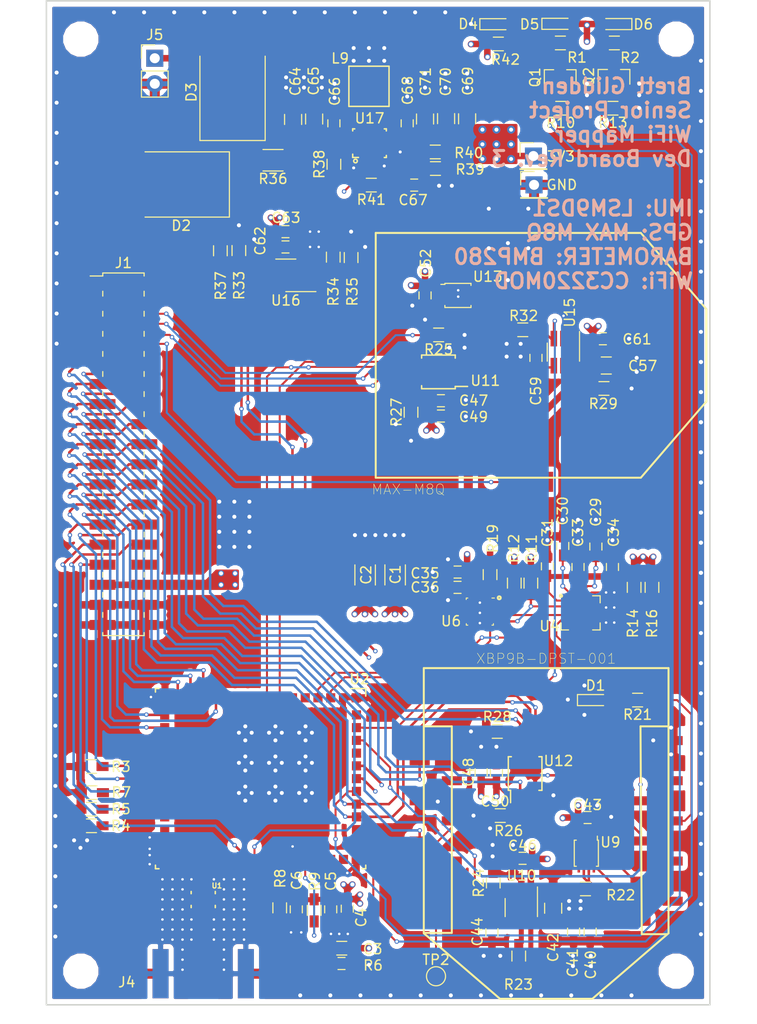
<source format=kicad_pcb>
(kicad_pcb (version 20171130) (host pcbnew "(5.0.0-rc2-dev-491-g430239499)")
  (layers (0 F.Cu signal) (1 In1.Cu signal) (2 In2.Cu signal) (31 B.Cu signal) (34 B.Paste user) (35 F.Paste user) (36 B.SilkS user) (37 F.SilkS user) (38 B.Mask user) (39 F.Mask user) (44 Edge.Cuts user))
  (net 0 "")
  (net 1 GND)
  (net 2 +3V3)
  (net 3 CC_nRESET)
  (net 4 "Net-(C29-Pad1)")
  (net 5 "Net-(C30-Pad1)")
  (net 6 /Page3/XBEE_VCC)
  (net 7 "Net-(C44-Pad1)")
  (net 8 /GPS/GPS_VCC)
  (net 9 "Net-(C59-Pad1)")
  (net 10 "Net-(C64-Pad1)")
  (net 11 "Net-(C67-Pad1)")
  (net 12 "Net-(D1-Pad2)")
  (net 13 VBAT)
  (net 14 "Net-(D2-Pad1)")
  (net 15 VBUS)
  (net 16 "Net-(D4-Pad2)")
  (net 17 SOP2)
  (net 18 FLASH_CLK)
  (net 19 FLASH_DOUT)
  (net 20 FLASH_DIN)
  (net 21 FLASH_CS)
  (net 22 CC_UART0_TX)
  (net 23 CC_UART0_RX)
  (net 24 XBEE_DTR)
  (net 25 XBEE_CTS)
  (net 26 XBEE_RTS)
  (net 27 XBEE_DEBUG_TX)
  (net 28 XBEE_DEBUG_RX)
  (net 29 XBEE_RESET)
  (net 30 XBEE_DEBUG_EN)
  (net 31 GPS_RESET_N)
  (net 32 GPS_DEBUG_EN)
  (net 33 GPS_DEBUG_TX)
  (net 34 GPS_DEBUG_RX)
  (net 35 /GPS/TX_ISOLATED)
  (net 36 /GPS/RX_ISOLATED)
  (net 37 "Net-(L9-Pad1)")
  (net 38 "Net-(L9-Pad2)")
  (net 39 CC_SCL0)
  (net 40 CC_SDA0)
  (net 41 "Net-(R14-Pad2)")
  (net 42 "Net-(R16-Pad2)")
  (net 43 CC_GPIO6)
  (net 44 "Net-(R19-Pad1)")
  (net 45 "Net-(R21-Pad1)")
  (net 46 "Net-(R23-Pad2)")
  (net 47 CC_GPIO7)
  (net 48 "Net-(R27-Pad2)")
  (net 49 "Net-(R28-Pad2)")
  (net 50 CC_GPIO8)
  (net 51 "Net-(R33-Pad1)")
  (net 52 "Net-(R34-Pad1)")
  (net 53 "Net-(R38-Pad1)")
  (net 54 "Net-(R39-Pad1)")
  (net 55 "Net-(R41-Pad1)")
  (net 56 "Net-(TP2-Pad1)")
  (net 57 CC_GPIO28)
  (net 58 STATUS_LED_1)
  (net 59 CC_GPIO30)
  (net 60 STATUS_LED_2)
  (net 61 CC_ADC_CH2)
  (net 62 CC_ADC_CH3)
  (net 63 CC_GPIO9)
  (net 64 CC_GPIO12)
  (net 65 CC_GPIO13)
  (net 66 CC_GPIO14)
  (net 67 CC_GPIO15)
  (net 68 CC_UART1_TX)
  (net 69 CC_UART1_RX)
  (net 70 CC_GPIO22)
  (net 71 "Net-(U4-Pad13)")
  (net 72 "Net-(U4-Pad12)")
  (net 73 "Net-(U4-Pad11)")
  (net 74 "Net-(U4-Pad10)")
  (net 75 "Net-(U4-Pad9)")
  (net 76 /Page3/TX_ISOLATED)
  (net 77 /Page3/RX_ISOLATED)
  (net 78 "Net-(U8-Pad4)")
  (net 79 "Net-(U8-Pad7)")
  (net 80 "Net-(U8-Pad11)")
  (net 81 "Net-(U8-Pad13)")
  (net 82 "Net-(U8-Pad17)")
  (net 83 "Net-(U8-Pad18)")
  (net 84 "Net-(U8-Pad19)")
  (net 85 "Net-(U8-Pad20)")
  (net 86 XBEE_RX)
  (net 87 XBEE_TX)
  (net 88 GPS_RX)
  (net 89 GPS_TX)
  (net 90 "Net-(U14-Pad4)")
  (net 91 "Net-(U14-Pad5)")
  (net 92 "Net-(U14-Pad15)")
  (net 93 "Net-(J4-Pad1)")
  (net 94 "Net-(R8-Pad1)")
  (net 95 "Net-(R9-Pad1)")
  (net 96 "Net-(U1-Pad1)")
  (net 97 "Net-(U2-Pad20)")
  (net 98 "Net-(U2-Pad25)")
  (net 99 "Net-(U2-Pad26)")
  (net 100 "Net-(U2-Pad29)")
  (net 101 "Net-(U2-Pad33)")
  (net 102 "Net-(U2-Pad41)")
  (net 103 "Net-(U2-Pad45)")
  (net 104 SOP1)
  (net 105 SOP0)
  (net 106 JTAG_TMS)
  (net 107 JTAG_TCK)
  (net 108 JTAG_TDO)
  (net 109 JTAG_TDI)
  (net 110 "Net-(J1-Pad30)")
  (net 111 "Net-(D5-Pad1)")
  (net 112 "Net-(D6-Pad1)")
  (net 113 "Net-(Q1-Pad3)")
  (net 114 "Net-(Q2-Pad3)")
  (module Pin_Headers:Pin_Header_Straight_1x01_Pitch2.54mm (layer F.Cu) (at 182.1815 64.6811)
    (fp_text reference GND (at 2.7686 0) (layer F.SilkS))
    (fp_text value Pin_Header_Straight_1x01_Pitch2.54mm)
    (pad 1 thru_hole rect (at 0 0) (size 1.7 1.7) (drill 1) (layers *.Cu *.Mask) (net 1 GND))
  )
  (module WiFiMapSpecific:CC3220MODSF12MOBR (layer F.Cu) (at 154.94 123.825 270)
    (fp_text reference U2 (at -9.9187 -9.8425) (layer F.SilkS))
    (fp_text value CC3220MODSFMOB hide)
    (pad 63 smd rect (at 1.500002 1.5 270) (size 2.000001 2.000001) (layers F.Cu F.Paste F.Mask) (net 1 GND))
    (pad 62 smd rect (at 1.500005 -1.5 270) (size 2.000001 2.000001) (layers F.Cu F.Paste F.Mask) (net 1 GND))
    (pad 61 smd rect (at 1.500002 -4.500001 270) (size 2.000001 2.000001) (layers F.Cu F.Paste F.Mask) (net 1 GND))
    (pad 60 smd rect (at -1.499997 1.5 270) (size 2.000001 2.000001) (layers F.Cu F.Paste F.Mask) (net 1 GND))
    (pad 59 smd rect (at -1.5 -1.5 270) (size 2.000001 2.000001) (layers F.Cu F.Paste F.Mask) (net 1 GND))
    (pad 58 smd rect (at -1.499997 -4.500001 270) (size 2.000001 2.000001) (layers F.Cu F.Paste F.Mask) (net 1 GND))
    (pad 57 smd rect (at -4.499999 1.5 270) (size 2.000001 2.000001) (layers F.Cu F.Paste F.Mask) (net 1 GND))
    (pad 56 smd rect (at -4.499996 -1.5 270) (size 2.000001 2.000001) (layers F.Cu F.Paste F.Mask) (net 1 GND))
    (pad 55 smd rect (at -4.499999 -4.500001 270) (size 2.000001 2.000001) (layers F.Cu F.Paste F.Mask) (net 1 GND))
    (pad 54 smd rect (at -6.349997 -9.550001) (size 0.910001 0.910001) (layers F.Cu F.Paste F.Mask) (net 63 CC_GPIO9))
    (pad 53 smd rect (at -5.079997 -9.550001) (size 0.910001 0.910001) (layers F.Cu F.Paste F.Mask) (net 50 CC_GPIO8))
    (pad 52 smd rect (at -3.809997 -9.550001) (size 0.910001 0.910001) (layers F.Cu F.Paste F.Mask) (net 47 CC_GPIO7))
    (pad 51 smd rect (at -2.539997 -9.550001) (size 0.910001 0.910001) (layers F.Cu F.Paste F.Mask) (net 43 CC_GPIO6))
    (pad 50 smd rect (at -1.269997 -9.550001) (size 0.910001 0.910001) (layers F.Cu F.Paste F.Mask) (net 62 CC_ADC_CH3))
    (pad 49 smd rect (at 0.000003 -9.550001) (size 0.910001 0.910001) (layers F.Cu F.Paste F.Mask) (net 61 CC_ADC_CH2))
    (pad 48 smd rect (at 1.270003 -9.550001) (size 0.910001 0.910001) (layers F.Cu F.Paste F.Mask) (net 60 STATUS_LED_2))
    (pad 47 smd rect (at 2.540003 -9.550001) (size 0.910001 0.910001) (layers F.Cu F.Paste F.Mask) (net 23 CC_UART0_RX))
    (pad 46 smd rect (at 3.810003 -9.550001) (size 0.910001 0.910001) (layers F.Cu F.Paste F.Mask) (net 22 CC_UART0_TX))
    (pad 45 smd rect (at 5.080003 -9.550001) (size 0.910001 0.910001) (layers F.Cu F.Paste F.Mask) (net 103 "Net-(U2-Pad45)"))
    (pad 44 smd rect (at 6.350003 -9.550001) (size 0.910001 0.910001) (layers F.Cu F.Paste F.Mask) (net 58 STATUS_LED_1))
    (pad 43 smd rect (at 8.050002 -9.525 270) (size 0.910001 0.910001) (layers F.Cu F.Paste F.Mask) (net 1 GND))
    (pad 42 smd rect (at 8.050002 -8.255 270) (size 0.910001 0.910001) (layers F.Cu F.Paste F.Mask) (net 59 CC_GPIO30))
    (pad 41 smd rect (at 8.050002 -6.985 270) (size 0.910001 0.910001) (layers F.Cu F.Paste F.Mask) (net 102 "Net-(U2-Pad41)"))
    (pad 40 smd rect (at 8.050002 -5.715 270) (size 0.910001 0.910001) (layers F.Cu F.Paste F.Mask) (net 2 +3V3))
    (pad 39 smd rect (at 8.050002 -4.445 270) (size 0.910001 0.910001) (layers F.Cu F.Paste F.Mask) (net 95 "Net-(R9-Pad1)"))
    (pad 38 smd rect (at 8.050002 -3.175 270) (size 0.910001 0.910001) (layers F.Cu F.Paste F.Mask) (net 1 GND))
    (pad 37 smd rect (at 8.050002 -1.905 270) (size 0.910001 0.910001) (layers F.Cu F.Paste F.Mask) (net 2 +3V3))
    (pad 36 smd rect (at 8.050002 -0.635 270) (size 0.910001 0.910001) (layers F.Cu F.Paste F.Mask) (net 94 "Net-(R8-Pad1)"))
    (pad 35 smd rect (at 8.050002 0.635 270) (size 0.910001 0.910001) (layers F.Cu F.Paste F.Mask) (net 3 CC_nRESET))
    (pad 34 smd rect (at 8.050002 1.905 270) (size 0.910001 0.910001) (layers F.Cu F.Paste F.Mask) (net 105 SOP0))
    (pad 33 smd rect (at 8.050002 3.175 270) (size 0.910001 0.910001) (layers F.Cu F.Paste F.Mask) (net 101 "Net-(U2-Pad33)"))
    (pad 32 smd rect (at 8.050002 4.445 270) (size 0.910001 0.910001) (layers F.Cu F.Paste F.Mask) (net 1 GND))
    (pad 31 smd rect (at 8.050002 5.715 270) (size 0.910001 0.910001) (layers F.Cu F.Paste F.Mask) (net 96 "Net-(U1-Pad1)"))
    (pad 30 smd rect (at 8.050002 6.985 270) (size 0.910001 0.910001) (layers F.Cu F.Paste F.Mask) (net 1 GND))
    (pad 29 smd rect (at 8.050002 8.255 270) (size 0.910001 0.910001) (layers F.Cu F.Paste F.Mask) (net 100 "Net-(U2-Pad29)"))
    (pad 28 smd rect (at 8.050002 9.525 270) (size 0.910001 0.910001) (layers F.Cu F.Paste F.Mask) (net 1 GND))
    (pad 27 smd rect (at 6.350003 9.550001) (size 0.910001 0.910001) (layers F.Cu F.Paste F.Mask) (net 1 GND))
    (pad 26 smd rect (at 5.080003 9.550001) (size 0.910001 0.910001) (layers F.Cu F.Paste F.Mask) (net 99 "Net-(U2-Pad26)"))
    (pad 25 smd rect (at 3.810003 9.550001) (size 0.910001 0.910001) (layers F.Cu F.Paste F.Mask) (net 98 "Net-(U2-Pad25)"))
    (pad 24 smd rect (at 2.540003 9.550001) (size 0.910001 0.910001) (layers F.Cu F.Paste F.Mask) (net 104 SOP1))
    (pad 23 smd rect (at 1.270003 9.550001) (size 0.910001 0.910001) (layers F.Cu F.Paste F.Mask) (net 17 SOP2))
    (pad 22 smd rect (at 0.000003 9.550001) (size 0.910001 0.910001) (layers F.Cu F.Paste F.Mask) (net 106 JTAG_TMS))
    (pad 21 smd rect (at -1.269997 9.550001) (size 0.910001 0.910001) (layers F.Cu F.Paste F.Mask) (net 107 JTAG_TCK))
    (pad 20 smd rect (at -2.539997 9.550001) (size 0.910001 0.910001) (layers F.Cu F.Paste F.Mask) (net 97 "Net-(U2-Pad20)"))
    (pad 19 smd rect (at -3.809997 9.550001) (size 0.910001 0.910001) (layers F.Cu F.Paste F.Mask) (net 57 CC_GPIO28))
    (pad 18 smd rect (at -5.079997 9.550001) (size 0.910001 0.910001) (layers F.Cu F.Paste F.Mask) (net 108 JTAG_TDO))
    (pad 17 smd rect (at -6.349997 9.550001) (size 0.910001 0.910001) (layers F.Cu F.Paste F.Mask) (net 19 FLASH_DOUT))
    (pad 16 smd rect (at -8.049999 9.525 270) (size 0.910001 0.910001) (layers F.Cu F.Paste F.Mask) (net 1 GND))
    (pad 15 smd rect (at -8.049999 8.255 270) (size 0.910001 0.910001) (layers F.Cu F.Paste F.Mask) (net 18 FLASH_CLK))
    (pad 14 smd rect (at -8.049999 6.985 270) (size 0.910001 0.910001) (layers F.Cu F.Paste F.Mask) (net 21 FLASH_CS))
    (pad 13 smd rect (at -8.049999 5.715 270) (size 0.910001 0.910001) (layers F.Cu F.Paste F.Mask) (net 20 FLASH_DIN))
    (pad 12 smd rect (at -8.049999 4.445 270) (size 0.910001 0.910001) (layers F.Cu F.Paste F.Mask) (net 109 JTAG_TDI))
    (pad 11 smd rect (at -8.049999 3.175 270) (size 0.910001 0.910001) (layers F.Cu F.Paste F.Mask) (net 70 CC_GPIO22))
    (pad 10 smd rect (at -8.049999 1.905 270) (size 0.910001 0.910001) (layers F.Cu F.Paste F.Mask) (net 65 CC_GPIO13))
    (pad 9 smd rect (at -8.049999 0.635 270) (size 0.910001 0.910001) (layers F.Cu F.Paste F.Mask) (net 64 CC_GPIO12))
    (pad 8 smd rect (at -8.049999 -0.635 270) (size 0.910001 0.910001) (layers F.Cu F.Paste F.Mask) (net 69 CC_UART1_RX))
    (pad 7 smd rect (at -8.049999 -1.905 270) (size 0.910001 0.910001) (layers F.Cu F.Paste F.Mask) (net 68 CC_UART1_TX))
    (pad 6 smd rect (at -8.049999 -3.175 270) (size 0.910001 0.910001) (layers F.Cu F.Paste F.Mask) (net 67 CC_GPIO15))
    (pad 5 smd rect (at -8.049999 -4.445 270) (size 0.910001 0.910001) (layers F.Cu F.Paste F.Mask) (net 66 CC_GPIO14))
    (pad 4 smd rect (at -8.049999 -5.715 270) (size 0.910001 0.910001) (layers F.Cu F.Paste F.Mask) (net 40 CC_SDA0))
    (pad 3 smd rect (at -8.049999 -6.985 270) (size 0.910001 0.910001) (layers F.Cu F.Paste F.Mask) (net 39 CC_SCL0))
    (pad 2 smd rect (at -8.049999 -8.255 270) (size 0.910001 0.910001) (layers F.Cu F.Paste F.Mask) (net 1 GND))
    (pad 1 smd rect (at -8.049999 -9.525 270) (size 0.910001 0.910001) (layers F.Cu F.Paste F.Mask) (net 1 GND))
  )
  (module WiFiMapSpecific:TPS63070RNMR (layer F.Cu) (at 165.790499 60.5285 90)
    (fp_text reference U17 (at 2.4768 0.008001 180) (layer F.SilkS))
    (fp_text value TPS63070RNM hide)
    (pad 15 smd rect (at -0.725 -1.4 90) (size 0.24 0.599999) (layers F.Cu F.Paste F.Mask) (net 1 GND))
    (pad 14 smd rect (at -0.225001 -1.4 90) (size 0.24 0.599999) (layers F.Cu F.Paste F.Mask) (net 53 "Net-(R38-Pad1)"))
    (pad 13 smd rect (at 0.525 -1.4 180) (size 0.700001 0.850001) (layers F.Cu F.Paste F.Mask) (net 10 "Net-(C64-Pad1)"))
    (pad 12 smd rect (at 0.525 -1.4 180) (size 0.700001 0.850001) (layers F.Cu) (net 10 "Net-(C64-Pad1)"))
    (pad 11 smd rect (at 0.775 -0.499999 180) (size 0.349999 1.45) (layers F.Cu F.Paste F.Mask) (net 37 "Net-(L9-Pad1)"))
    (pad 10 smd rect (at 0.599999 0 180) (size 0.349999 1.799999) (layers F.Cu F.Paste F.Mask) (net 1 GND))
    (pad 9 smd rect (at 0.775 0.499999 180) (size 0.349999 1.45) (layers F.Cu F.Paste F.Mask) (net 38 "Net-(L9-Pad2)"))
    (pad 8 smd rect (at 0.525 1.4 180) (size 0.700001 0.850001) (layers F.Cu F.Paste F.Mask) (net 2 +3V3))
    (pad 7 smd rect (at 0.525 1.4 180) (size 0.700001 0.850001) (layers F.Cu) (net 2 +3V3))
    (pad 6 smd rect (at -0.225001 1.4 90) (size 0.24 0.599999) (layers F.Cu F.Paste F.Mask) (net 1 GND))
    (pad 5 smd rect (at -0.725 1.4 90) (size 0.24 0.599999) (layers F.Cu F.Paste F.Mask) (net 54 "Net-(R39-Pad1)"))
    (pad 4 smd rect (at -1.15 0.749998 180) (size 0.24 0.599999) (layers F.Cu F.Paste F.Mask) (net 1 GND))
    (pad 3 smd rect (at -1.15 0.25 180) (size 0.24 0.599999) (layers F.Cu F.Paste F.Mask) (net 11 "Net-(C67-Pad1)"))
    (pad 2 smd rect (at -1.15 -0.250002 180) (size 0.24 0.599999) (layers F.Cu F.Paste F.Mask) (net 55 "Net-(R41-Pad1)"))
    (pad 1 smd rect (at -1.15 -0.750001 180) (size 0.24 0.599999) (layers F.Cu F.Paste F.Mask) (net 53 "Net-(R38-Pad1)"))
  )
  (module Mounting_Holes:MountingHole_2.5mm (layer F.Cu) (at 137.033 142.875)
    (fp_text reference REF** hide)
    (fp_text value MountingHole_2.5mm)
    (pad "" np_thru_hole circle (at 0 0.127) (size 2.5 2.5) (drill 2.5) (layers *.Cu *.Mask))
  )
  (module Mounting_Holes:MountingHole_2.5mm (layer F.Cu) (at 137.16 50.038)
    (fp_text reference REF** hide)
    (fp_text value MountingHole_2.5mm)
    (pad "" np_thru_hole circle (at -0.127 0.127) (size 2.5 2.5) (drill 2.5) (layers *.Cu *.Mask))
  )
  (module Mounting_Holes:MountingHole_2.5mm (layer F.Cu) (at 196.342 50.165)
    (fp_text reference REF** hide)
    (fp_text value MountingHole_2.5mm)
    (pad "" np_thru_hole circle (at 0 0) (size 2.5 2.5) (drill 2.5) (layers *.Cu *.Mask))
  )
  (module Resistors_SMD:R_0603_HandSoldering (layer F.Cu) (at 193.929 104.775 270)
    (fp_text reference R16 (at 3.599 0 270) (layer F.SilkS))
    (fp_text value 10k)
    (pad 2 smd rect (at 1.1 0 270) (size 1.2 0.9) (layers F.Cu F.Paste F.Mask) (net 42 "Net-(R16-Pad2)"))
    (pad 1 smd rect (at -1.1 0 270) (size 1.2 0.9) (layers F.Cu F.Paste F.Mask) (net 2 +3V3))
  )
  (module Connectors_TestPoints:Test_Point_Pad_d1.5mm (layer F.Cu) (at 172.4152 143.51)
    (fp_text reference TP2 (at 0 -1.648) (layer F.SilkS))
    (fp_text value Test_Point)
    (pad 1 smd circle (at 0 0) (size 1.5 1.5) (layers F.Cu F.Mask) (net 56 "Net-(TP2-Pad1)"))
  )
  (module LEDs:LED_0603_HandSoldering (layer F.Cu) (at 178.5825 48.6791)
    (fp_text reference D4 (at -2.9669 -0.0254) (layer F.SilkS))
    (fp_text value "LG L29K-F2J1-24-Z ")
    (pad 2 smd rect (at 1.1 0) (size 1.2 0.9) (layers F.Cu F.Paste F.Mask) (net 16 "Net-(D4-Pad2)"))
    (pad 1 smd rect (at -1.1 0) (size 1.2 0.9) (layers F.Cu F.Paste F.Mask) (net 1 GND))
  )
  (module Resistors_SMD:R_0603_HandSoldering (layer F.Cu) (at 178.6255 50.6476)
    (fp_text reference R42 (at 0.7112 1.5494) (layer F.SilkS))
    (fp_text value 330)
    (pad 2 smd rect (at 1.1 0) (size 1.2 0.9) (layers F.Cu F.Paste F.Mask) (net 16 "Net-(D4-Pad2)"))
    (pad 1 smd rect (at -1.1 0) (size 1.2 0.9) (layers F.Cu F.Paste F.Mask) (net 2 +3V3))
  )
  (module LEDs:LED_0603_HandSoldering (layer F.Cu) (at 188.3078 116.0018)
    (fp_text reference D1 (at 0 -1.45) (layer F.SilkS))
    (fp_text value "LG L29K-F2J1-24-Z ")
    (pad 2 smd rect (at 1.1 0) (size 1.2 0.9) (layers F.Cu F.Paste F.Mask) (net 12 "Net-(D1-Pad2)"))
    (pad 1 smd rect (at -1.1 0) (size 1.2 0.9) (layers F.Cu F.Paste F.Mask) (net 1 GND))
  )
  (module Resistors_SMD:R_0603_HandSoldering (layer F.Cu) (at 192.4988 116.0018 180)
    (fp_text reference R21 (at 0 -1.45 180) (layer F.SilkS))
    (fp_text value 330)
    (pad 2 smd rect (at 1.1 0 180) (size 1.2 0.9) (layers F.Cu F.Paste F.Mask) (net 12 "Net-(D1-Pad2)"))
    (pad 1 smd rect (at -1.1 0 180) (size 1.2 0.9) (layers F.Cu F.Paste F.Mask) (net 45 "Net-(R21-Pad1)"))
  )
  (module Resistors_SMD:R_0603_HandSoldering (layer F.Cu) (at 189.146 84.963)
    (fp_text reference R29 (at -0.0684 1.524 180) (layer F.SilkS))
    (fp_text value 100K)
    (pad 2 smd rect (at 1.1 0) (size 1.2 0.9) (layers F.Cu F.Paste F.Mask) (net 1 GND))
    (pad 1 smd rect (at -1.1 0) (size 1.2 0.9) (layers F.Cu F.Paste F.Mask) (net 8 /GPS/GPS_VCC))
  )
  (module Capacitors_SMD:C_0603_HandSoldering (layer F.Cu) (at 188.341 100.711 90)
    (fp_text reference C29 (at 3.429 0 90) (layer F.SilkS))
    (fp_text value 0.01uF)
    (pad 1 smd rect (at -0.95 0 90) (size 1.2 0.75) (layers F.Cu F.Paste F.Mask) (net 4 "Net-(C29-Pad1)"))
    (pad 2 smd rect (at 0.95 0 90) (size 1.2 0.75) (layers F.Cu F.Paste F.Mask) (net 1 GND))
  )
  (module Capacitors_SMD:C_0603_HandSoldering (layer F.Cu) (at 185.039 100.65 90)
    (fp_text reference C30 (at 3.495 0 90) (layer F.SilkS))
    (fp_text value 0.1uF)
    (pad 2 smd rect (at 0.95 0 90) (size 1.2 0.75) (layers F.Cu F.Paste F.Mask) (net 1 GND))
    (pad 1 smd rect (at -0.95 0 90) (size 1.2 0.75) (layers F.Cu F.Paste F.Mask) (net 5 "Net-(C30-Pad1)"))
  )
  (module Capacitors_SMD:C_0603_HandSoldering (layer F.Cu) (at 183.515 102.682 90)
    (fp_text reference C31 (at 3.368 0 90) (layer F.SilkS))
    (fp_text value 0.1uF)
    (pad 1 smd rect (at -0.95 0 90) (size 1.2 0.75) (layers F.Cu F.Paste F.Mask) (net 2 +3V3))
    (pad 2 smd rect (at 0.95 0 90) (size 1.2 0.75) (layers F.Cu F.Paste F.Mask) (net 1 GND))
  )
  (module Capacitors_SMD:C_0603_HandSoldering (layer F.Cu) (at 186.563 102.743 90)
    (fp_text reference C33 (at 3.429 0 90) (layer F.SilkS))
    (fp_text value 0.1uF)
    (pad 1 smd rect (at -0.95 0 90) (size 1.2 0.75) (layers F.Cu F.Paste F.Mask) (net 2 +3V3))
    (pad 2 smd rect (at 0.95 0 90) (size 1.2 0.75) (layers F.Cu F.Paste F.Mask) (net 1 GND))
  )
  (module Capacitors_SMD:C_0603_HandSoldering (layer F.Cu) (at 189.992 102.743 90)
    (fp_text reference C34 (at 3.429 0.127 90) (layer F.SilkS))
    (fp_text value 10uF)
    (pad 2 smd rect (at 0.95 0 90) (size 1.2 0.75) (layers F.Cu F.Paste F.Mask) (net 1 GND))
    (pad 1 smd rect (at -0.95 0 90) (size 1.2 0.75) (layers F.Cu F.Paste F.Mask) (net 2 +3V3))
  )
  (module Capacitors_SMD:C_0603_HandSoldering (layer F.Cu) (at 174.564 103.251 180)
    (fp_text reference C35 (at 3.241 -0.127 180) (layer F.SilkS))
    (fp_text value 4.7uF)
    (pad 1 smd rect (at -0.95 0 180) (size 1.2 0.75) (layers F.Cu F.Paste F.Mask) (net 2 +3V3))
    (pad 2 smd rect (at 0.95 0 180) (size 1.2 0.75) (layers F.Cu F.Paste F.Mask) (net 1 GND))
  )
  (module Capacitors_SMD:C_0603_HandSoldering (layer F.Cu) (at 174.559 104.775 180)
    (fp_text reference C36 (at 3.236 0 180) (layer F.SilkS))
    (fp_text value 0.1uF)
    (pad 2 smd rect (at 0.95 0 180) (size 1.2 0.75) (layers F.Cu F.Paste F.Mask) (net 1 GND))
    (pad 1 smd rect (at -0.95 0 180) (size 1.2 0.75) (layers F.Cu F.Paste F.Mask) (net 2 +3V3))
  )
  (module Capacitors_SMD:C_0603_HandSoldering (layer F.Cu) (at 187.7695 139.0675 270)
    (fp_text reference C40 (at 3.2995 -0.0635 270) (layer F.SilkS))
    (fp_text value 0.01uF)
    (pad 1 smd rect (at -0.95 0 270) (size 1.2 0.75) (layers F.Cu F.Paste F.Mask) (net 6 /Page3/XBEE_VCC))
    (pad 2 smd rect (at 0.95 0 270) (size 1.2 0.75) (layers F.Cu F.Paste F.Mask) (net 1 GND))
  )
  (module Capacitors_SMD:C_0603_HandSoldering (layer F.Cu) (at 186.1185 139.0675 270)
    (fp_text reference C41 (at 3.0963 0.0889 270) (layer F.SilkS))
    (fp_text value 10uF)
    (pad 2 smd rect (at 0.95 0 270) (size 1.2 0.75) (layers F.Cu F.Paste F.Mask) (net 1 GND))
    (pad 1 smd rect (at -0.95 0 270) (size 1.2 0.75) (layers F.Cu F.Paste F.Mask) (net 6 /Page3/XBEE_VCC))
  )
  (module Capacitors_SMD:C_0805_HandSoldering (layer F.Cu) (at 184.0865 136.7355 90)
    (fp_text reference C42 (at -3.917 0 90) (layer F.SilkS))
    (fp_text value 22uF)
    (pad 1 smd rect (at -1.25 0 90) (size 1.5 1.25) (layers F.Cu F.Paste F.Mask) (net 6 /Page3/XBEE_VCC))
    (pad 2 smd rect (at 1.25 0 90) (size 1.5 1.25) (layers F.Cu F.Paste F.Mask) (net 1 GND))
  )
  (module Capacitors_SMD:C_0603_HandSoldering (layer F.Cu) (at 187.5155 127.6985)
    (fp_text reference C43 (at 0 -1.25) (layer F.SilkS))
    (fp_text value 0.1uF)
    (pad 2 smd rect (at 0.95 0) (size 1.2 0.75) (layers F.Cu F.Paste F.Mask) (net 1 GND))
    (pad 1 smd rect (at -0.95 0) (size 1.2 0.75) (layers F.Cu F.Paste F.Mask) (net 2 +3V3))
  )
  (module Capacitors_SMD:C_0603_HandSoldering (layer F.Cu) (at 177.9855 139.126 270)
    (fp_text reference C44 (at -0.0483 1.4428 270) (layer F.SilkS))
    (fp_text value 0.001uF)
    (pad 1 smd rect (at -0.95 0 270) (size 1.2 0.75) (layers F.Cu F.Paste F.Mask) (net 7 "Net-(C44-Pad1)"))
    (pad 2 smd rect (at 0.95 0 270) (size 1.2 0.75) (layers F.Cu F.Paste F.Mask) (net 1 GND))
  )
  (module Capacitors_SMD:C_0603_HandSoldering (layer F.Cu) (at 181.0385 131.7625)
    (fp_text reference C46 (at 0 -1.25) (layer F.SilkS))
    (fp_text value 1uF)
    (pad 1 smd rect (at -0.95 0) (size 1.2 0.75) (layers F.Cu F.Paste F.Mask) (net 1 GND))
    (pad 2 smd rect (at 0.95 0) (size 1.2 0.75) (layers F.Cu F.Paste F.Mask) (net 2 +3V3))
  )
  (module Capacitors_SMD:C_0603_HandSoldering (layer F.Cu) (at 172.905442 86.183407)
    (fp_text reference C47 (at 3.256258 -0.013907) (layer F.SilkS))
    (fp_text value 4.7uF)
    (pad 2 smd rect (at 0.95 0) (size 1.2 0.75) (layers F.Cu F.Paste F.Mask) (net 1 GND))
    (pad 1 smd rect (at -0.95 0) (size 1.2 0.75) (layers F.Cu F.Paste F.Mask) (net 2 +3V3))
  )
  (module Capacitors_SMD:C_0603_HandSoldering (layer F.Cu) (at 176.911 123.1875 90)
    (fp_text reference C48 (at 0 -1.25 90) (layer F.SilkS))
    (fp_text value 4.7uF)
    (pad 2 smd rect (at 0.95 0 90) (size 1.2 0.75) (layers F.Cu F.Paste F.Mask) (net 1 GND))
    (pad 1 smd rect (at -0.95 0 90) (size 1.2 0.75) (layers F.Cu F.Paste F.Mask) (net 2 +3V3))
  )
  (module Capacitors_SMD:C_0603_HandSoldering (layer F.Cu) (at 172.905442 87.707407)
    (fp_text reference C49 (at 3.243558 0.087693) (layer F.SilkS))
    (fp_text value 0.1uF)
    (pad 1 smd rect (at -0.95 0) (size 1.2 0.75) (layers F.Cu F.Paste F.Mask) (net 2 +3V3))
    (pad 2 smd rect (at 0.95 0) (size 1.2 0.75) (layers F.Cu F.Paste F.Mask) (net 1 GND))
  )
  (module Capacitors_SMD:C_0603_HandSoldering (layer F.Cu) (at 178.435 123.256 90)
    (fp_text reference C50 (at -2.8423 -0.1397 180) (layer F.SilkS))
    (fp_text value 0.1uF)
    (pad 1 smd rect (at -0.95 0 90) (size 1.2 0.75) (layers F.Cu F.Paste F.Mask) (net 2 +3V3))
    (pad 2 smd rect (at 0.95 0 90) (size 1.2 0.75) (layers F.Cu F.Paste F.Mask) (net 1 GND))
  )
  (module Capacitors_SMD:C_0603_HandSoldering (layer F.Cu) (at 171.323 75.692 270)
    (fp_text reference C52 (at -3.2004 -0.0762 270) (layer F.SilkS))
    (fp_text value 0.1uF)
    (pad 2 smd rect (at 0.95 0 270) (size 1.2 0.75) (layers F.Cu F.Paste F.Mask) (net 1 GND))
    (pad 1 smd rect (at -0.95 0 270) (size 1.2 0.75) (layers F.Cu F.Paste F.Mask) (net 2 +3V3))
  )
  (module Capacitors_SMD:C_0805_HandSoldering (layer F.Cu) (at 189.377 82.677)
    (fp_text reference C57 (at 3.6249 0.0381) (layer F.SilkS))
    (fp_text value 22uF)
    (pad 2 smd rect (at 1.25 0) (size 1.5 1.25) (layers F.Cu F.Paste F.Mask) (net 1 GND))
    (pad 1 smd rect (at -1.25 0) (size 1.5 1.25) (layers F.Cu F.Paste F.Mask) (net 8 /GPS/GPS_VCC))
  )
  (module Capacitors_SMD:C_0603_HandSoldering (layer F.Cu) (at 182.372 81.915 90)
    (fp_text reference C59 (at -3.302 0 90) (layer F.SilkS))
    (fp_text value 0.001uF)
    (pad 1 smd rect (at -0.95 0 90) (size 1.2 0.75) (layers F.Cu F.Paste F.Mask) (net 9 "Net-(C59-Pad1)"))
    (pad 2 smd rect (at 0.95 0 90) (size 1.2 0.75) (layers F.Cu F.Paste F.Mask) (net 1 GND))
  )
  (module Capacitors_SMD:C_0603_HandSoldering (layer F.Cu) (at 189.037 80.01 180)
    (fp_text reference C61 (at -3.4061 -0.0508 180) (layer F.SilkS))
    (fp_text value 1uF)
    (pad 2 smd rect (at 0.95 0 180) (size 1.2 0.75) (layers F.Cu F.Paste F.Mask) (net 2 +3V3))
    (pad 1 smd rect (at -0.95 0 180) (size 1.2 0.75) (layers F.Cu F.Paste F.Mask) (net 1 GND))
  )
  (module Capacitors_SMD:C_0603_HandSoldering (layer F.Cu) (at 157.419 70.866)
    (fp_text reference C62 (at -2.5171 -0.5969 90) (layer F.SilkS))
    (fp_text value 0.01uF)
    (pad 1 smd rect (at -0.95 0) (size 1.2 0.75) (layers F.Cu F.Paste F.Mask) (net 2 +3V3))
    (pad 2 smd rect (at 0.95 0) (size 1.2 0.75) (layers F.Cu F.Paste F.Mask) (net 1 GND))
  )
  (module Capacitors_SMD:C_0603_HandSoldering (layer F.Cu) (at 157.419 69.342)
    (fp_text reference C63 (at 0.0483 -1.3843) (layer F.SilkS))
    (fp_text value 0.01uF)
    (pad 2 smd rect (at 0.95 0) (size 1.2 0.75) (layers F.Cu F.Paste F.Mask) (net 1 GND))
    (pad 1 smd rect (at -0.95 0) (size 1.2 0.75) (layers F.Cu F.Paste F.Mask) (net 2 +3V3))
  )
  (module Capacitors_SMD:C_0805_HandSoldering (layer F.Cu) (at 158.1785 58.166 90)
    (fp_text reference C64 (at 3.7846 0.2286 90) (layer F.SilkS))
    (fp_text value 10uF)
    (pad 1 smd rect (at -1.25 0 90) (size 1.5 1.25) (layers F.Cu F.Paste F.Mask) (net 10 "Net-(C64-Pad1)"))
    (pad 2 smd rect (at 1.25 0 90) (size 1.5 1.25) (layers F.Cu F.Paste F.Mask) (net 1 GND))
  )
  (module Capacitors_SMD:C_0805_HandSoldering (layer F.Cu) (at 160.274 58.1225 90)
    (fp_text reference C65 (at 3.7919 -0.0508 90) (layer F.SilkS))
    (fp_text value 10uF)
    (pad 2 smd rect (at 1.25 0 90) (size 1.5 1.25) (layers F.Cu F.Paste F.Mask) (net 1 GND))
    (pad 1 smd rect (at -1.25 0 90) (size 1.5 1.25) (layers F.Cu F.Paste F.Mask) (net 10 "Net-(C64-Pad1)"))
  )
  (module Capacitors_SMD:C_0603_HandSoldering (layer F.Cu) (at 162.2425 58.552 90)
    (fp_text reference C66 (at 3.18 0.0889 90) (layer F.SilkS))
    (fp_text value 10uF)
    (pad 1 smd rect (at -0.95 0 90) (size 1.2 0.75) (layers F.Cu F.Paste F.Mask) (net 10 "Net-(C64-Pad1)"))
    (pad 2 smd rect (at 0.95 0 90) (size 1.2 0.75) (layers F.Cu F.Paste F.Mask) (net 1 GND))
  )
  (module Capacitors_SMD:C_0603_HandSoldering (layer F.Cu) (at 170.241 64.7065)
    (fp_text reference C67 (at -0.1118 1.4859) (layer F.SilkS))
    (fp_text value 0.1uF)
    (pad 2 smd rect (at 0.95 0) (size 1.2 0.75) (layers F.Cu F.Paste F.Mask) (net 1 GND))
    (pad 1 smd rect (at -0.95 0) (size 1.2 0.75) (layers F.Cu F.Paste F.Mask) (net 11 "Net-(C67-Pad1)"))
  )
  (module Capacitors_SMD:C_0603_HandSoldering (layer F.Cu) (at 169.545 58.5495 90)
    (fp_text reference C68 (at 3.2664 0.0508 90) (layer F.SilkS))
    (fp_text value 10uF)
    (pad 2 smd rect (at 0.95 0 90) (size 1.2 0.75) (layers F.Cu F.Paste F.Mask) (net 1 GND))
    (pad 1 smd rect (at -0.95 0 90) (size 1.2 0.75) (layers F.Cu F.Paste F.Mask) (net 2 +3V3))
  )
  (module Capacitors_SMD:C_0805_HandSoldering (layer F.Cu) (at 175.514 58.1025 90)
    (fp_text reference C69 (at 3.7592 0.0762 90) (layer F.SilkS))
    (fp_text value 22uF)
    (pad 2 smd rect (at 1.25 0 90) (size 1.5 1.25) (layers F.Cu F.Paste F.Mask) (net 1 GND))
    (pad 1 smd rect (at -1.25 0 90) (size 1.5 1.25) (layers F.Cu F.Paste F.Mask) (net 2 +3V3))
  )
  (module Capacitors_SMD:C_0805_HandSoldering (layer F.Cu) (at 173.4185 58.0825 90)
    (fp_text reference C70 (at 3.6757 -0.0381 90) (layer F.SilkS))
    (fp_text value 22uF)
    (pad 2 smd rect (at 1.25 0 90) (size 1.5 1.25) (layers F.Cu F.Paste F.Mask) (net 1 GND))
    (pad 1 smd rect (at -1.25 0 90) (size 1.5 1.25) (layers F.Cu F.Paste F.Mask) (net 2 +3V3))
  )
  (module Capacitors_SMD:C_0805_HandSoldering (layer F.Cu) (at 171.323 58.1225 90)
    (fp_text reference C71 (at 3.7157 0.0635 90) (layer F.SilkS))
    (fp_text value 22uF)
    (pad 1 smd rect (at -1.25 0 90) (size 1.5 1.25) (layers F.Cu F.Paste F.Mask) (net 2 +3V3))
    (pad 2 smd rect (at 1.25 0 90) (size 1.5 1.25) (layers F.Cu F.Paste F.Mask) (net 1 GND))
  )
  (module Diodes_SMD:D_SMC (layer F.Cu) (at 147.0315 64.643 180)
    (fp_text reference D2 (at 0 -4.1 180) (layer F.SilkS))
    (fp_text value D)
    (pad 1 smd rect (at -3.4 0 270) (size 3.3 2.5) (layers F.Cu F.Paste F.Mask) (net 14 "Net-(D2-Pad1)"))
    (pad 2 smd rect (at 3.4 0 270) (size 3.3 2.5) (layers F.Cu F.Paste F.Mask) (net 15 VBUS))
  )
  (module Diodes_SMD:D_SMC (layer F.Cu) (at 152.146 55.4645 90)
    (fp_text reference D3 (at 0 -4.1 90) (layer F.SilkS))
    (fp_text value D)
    (pad 2 smd rect (at 3.4 0 180) (size 3.3 2.5) (layers F.Cu F.Paste F.Mask) (net 13 VBAT))
    (pad 1 smd rect (at -3.4 0 180) (size 3.3 2.5) (layers F.Cu F.Paste F.Mask) (net 14 "Net-(D2-Pad1)"))
  )
  (module Pin_Headers:Pin_Header_Straight_1x02_Pitch2.54mm (layer F.Cu) (at 144.399 52.07)
    (fp_text reference J5 (at 0 -2.33) (layer F.SilkS))
    (fp_text value Conn_01x02)
    (pad 2 thru_hole oval (at 0 2.54) (size 1.7 1.7) (drill 1) (layers *.Cu *.Mask) (net 1 GND))
    (pad 1 thru_hole rect (at 0 0) (size 1.7 1.7) (drill 1) (layers *.Cu *.Mask) (net 13 VBAT))
  )
  (module WiFiMapSpecific:XFL4020-152ME (layer F.Cu) (at 165.735 54.864)
    (fp_text reference L9 (at -2.8702 -2.7813) (layer F.SilkS))
    (fp_text value 1.5uH)
    (pad 2 smd rect (at 1.185 0) (size 0.98 3.4) (layers F.Cu F.Paste F.Mask) (net 38 "Net-(L9-Pad2)"))
    (pad 1 smd rect (at -1.185 0) (size 0.98 3.4) (layers F.Cu F.Paste F.Mask) (net 37 "Net-(L9-Pad1)"))
  )
  (module Resistors_SMD:R_0603_HandSoldering (layer F.Cu) (at 192.151 104.775 270)
    (fp_text reference R14 (at 3.599 0.127 270) (layer F.SilkS))
    (fp_text value 10k)
    (pad 1 smd rect (at -1.1 0 270) (size 1.2 0.9) (layers F.Cu F.Paste F.Mask) (net 2 +3V3))
    (pad 2 smd rect (at 1.1 0 270) (size 1.2 0.9) (layers F.Cu F.Paste F.Mask) (net 41 "Net-(R14-Pad2)"))
  )
  (module Resistors_SMD:R_0603_HandSoldering (layer F.Cu) (at 177.8 103.505 90)
    (fp_text reference R19 (at 3.5941 0.2667 90) (layer F.SilkS))
    (fp_text value 100K)
    (pad 1 smd rect (at -1.1 0 90) (size 1.2 0.9) (layers F.Cu F.Paste F.Mask) (net 44 "Net-(R19-Pad1)"))
    (pad 2 smd rect (at 1.1 0 90) (size 1.2 0.9) (layers F.Cu F.Paste F.Mask) (net 2 +3V3))
  )
  (module Resistors_SMD:R_0603_HandSoldering (layer F.Cu) (at 187.3045 134.8105 180)
    (fp_text reference R22 (at -3.513 -0.6223 180) (layer F.SilkS))
    (fp_text value 100K)
    (pad 2 smd rect (at 1.1 0 180) (size 1.2 0.9) (layers F.Cu F.Paste F.Mask) (net 1 GND))
    (pad 1 smd rect (at -1.1 0 180) (size 1.2 0.9) (layers F.Cu F.Paste F.Mask) (net 6 /Page3/XBEE_VCC))
  )
  (module Resistors_SMD:R_0603_HandSoldering (layer F.Cu) (at 180.6575 141.4985 90)
    (fp_text reference R23 (at -2.837 -0.0381 180) (layer F.SilkS))
    (fp_text value 0)
    (pad 2 smd rect (at 1.1 0 90) (size 1.2 0.9) (layers F.Cu F.Paste F.Mask) (net 46 "Net-(R23-Pad2)"))
    (pad 1 smd rect (at -1.1 0 90) (size 1.2 0.9) (layers F.Cu F.Paste F.Mask) (net 6 /Page3/XBEE_VCC))
  )
  (module Resistors_SMD:R_0603_HandSoldering (layer F.Cu) (at 178.1175 134.2185 90)
    (fp_text reference R24 (at 0 -1.45 90) (layer F.SilkS))
    (fp_text value 100K)
    (pad 2 smd rect (at 1.1 0 90) (size 1.2 0.9) (layers F.Cu F.Paste F.Mask) (net 1 GND))
    (pad 1 smd rect (at -1.1 0 90) (size 1.2 0.9) (layers F.Cu F.Paste F.Mask) (net 47 CC_GPIO7))
  )
  (module Resistors_SMD:R_0603_HandSoldering (layer F.Cu) (at 172.677 79.629 180)
    (fp_text reference R25 (at 0 -1.45 180) (layer F.SilkS))
    (fp_text value 10k)
    (pad 2 smd rect (at 1.1 0 180) (size 1.2 0.9) (layers F.Cu F.Paste F.Mask) (net 32 GPS_DEBUG_EN))
    (pad 1 smd rect (at -1.1 0 180) (size 1.2 0.9) (layers F.Cu F.Paste F.Mask) (net 1 GND))
  )
  (module Resistors_SMD:R_0603_HandSoldering (layer F.Cu) (at 178.816 127.508)
    (fp_text reference R26 (at 0.8382 1.524) (layer F.SilkS))
    (fp_text value 10k)
    (pad 2 smd rect (at 1.1 0) (size 1.2 0.9) (layers F.Cu F.Paste F.Mask) (net 30 XBEE_DEBUG_EN))
    (pad 1 smd rect (at -1.1 0) (size 1.2 0.9) (layers F.Cu F.Paste F.Mask) (net 1 GND))
  )
  (module Resistors_SMD:R_0603_HandSoldering (layer F.Cu) (at 169.926 87.333 90)
    (fp_text reference R27 (at 0 -1.45 90) (layer F.SilkS))
    (fp_text value 10k)
    (pad 1 smd rect (at -1.1 0 90) (size 1.2 0.9) (layers F.Cu F.Paste F.Mask) (net 1 GND))
    (pad 2 smd rect (at 1.1 0 90) (size 1.2 0.9) (layers F.Cu F.Paste F.Mask) (net 48 "Net-(R27-Pad2)"))
  )
  (module Resistors_SMD:R_0603_HandSoldering (layer F.Cu) (at 178.519 119.126)
    (fp_text reference R28 (at 0 -1.45) (layer F.SilkS))
    (fp_text value 10k)
    (pad 1 smd rect (at -1.1 0) (size 1.2 0.9) (layers F.Cu F.Paste F.Mask) (net 1 GND))
    (pad 2 smd rect (at 1.1 0) (size 1.2 0.9) (layers F.Cu F.Paste F.Mask) (net 49 "Net-(R28-Pad2)"))
  )
  (module Resistors_SMD:R_0603_HandSoldering (layer F.Cu) (at 181.059 79.121 180)
    (fp_text reference R32 (at -0.084 1.397 180) (layer F.SilkS))
    (fp_text value 100K)
    (pad 1 smd rect (at -1.1 0 180) (size 1.2 0.9) (layers F.Cu F.Paste F.Mask) (net 50 CC_GPIO8))
    (pad 2 smd rect (at 1.1 0 180) (size 1.2 0.9) (layers F.Cu F.Paste F.Mask) (net 1 GND))
  )
  (module Resistors_SMD:R_0603_HandSoldering (layer F.Cu) (at 152.77572 71.224968 90)
    (fp_text reference R33 (at -3.476432 0.03068 90) (layer F.SilkS))
    (fp_text value ???)
    (pad 2 smd rect (at 1.1 0 90) (size 1.2 0.9) (layers F.Cu F.Paste F.Mask) (net 1 GND))
    (pad 1 smd rect (at -1.1 0 90) (size 1.2 0.9) (layers F.Cu F.Paste F.Mask) (net 51 "Net-(R33-Pad1)"))
  )
  (module Resistors_SMD:R_0603_HandSoldering (layer F.Cu) (at 162.179 71.882 90)
    (fp_text reference R34 (at -3.4417 0.0127 90) (layer F.SilkS))
    (fp_text value ???)
    (pad 2 smd rect (at 1.1 0 90) (size 1.2 0.9) (layers F.Cu F.Paste F.Mask) (net 10 "Net-(C64-Pad1)"))
    (pad 1 smd rect (at -1.1 0 90) (size 1.2 0.9) (layers F.Cu F.Paste F.Mask) (net 52 "Net-(R34-Pad1)"))
  )
  (module Resistors_SMD:R_0603_HandSoldering (layer F.Cu) (at 163.957 71.923468 270)
    (fp_text reference R35 (at 3.400232 -0.127 270) (layer F.SilkS))
    (fp_text value ???)
    (pad 1 smd rect (at -1.1 0 270) (size 1.2 0.9) (layers F.Cu F.Paste F.Mask) (net 1 GND))
    (pad 2 smd rect (at 1.1 0 270) (size 1.2 0.9) (layers F.Cu F.Paste F.Mask) (net 52 "Net-(R34-Pad1)"))
  )
  (module Resistors_SMD:R_1206_HandSoldering (layer F.Cu) (at 156.1785 62.23 180)
    (fp_text reference R36 (at 0 -1.85 180) (layer F.SilkS))
    (fp_text value 0.05)
    (pad 1 smd rect (at -2 0 180) (size 2 1.7) (layers F.Cu F.Paste F.Mask) (net 10 "Net-(C64-Pad1)"))
    (pad 2 smd rect (at 2 0 180) (size 2 1.7) (layers F.Cu F.Paste F.Mask) (net 14 "Net-(D2-Pad1)"))
  )
  (module Resistors_SMD:R_0603_HandSoldering (layer F.Cu) (at 150.93422 71.245468 90)
    (fp_text reference R37 (at -3.494032 0.03068 90) (layer F.SilkS))
    (fp_text value ???)
    (pad 2 smd rect (at 1.1 0 90) (size 1.2 0.9) (layers F.Cu F.Paste F.Mask) (net 14 "Net-(D2-Pad1)"))
    (pad 1 smd rect (at -1.1 0 90) (size 1.2 0.9) (layers F.Cu F.Paste F.Mask) (net 51 "Net-(R33-Pad1)"))
  )
  (module Resistors_SMD:R_0603_HandSoldering (layer F.Cu) (at 162.2425 62.6315 90)
    (fp_text reference R38 (at 0 -1.45 90) (layer F.SilkS))
    (fp_text value 10k)
    (pad 2 smd rect (at 1.1 0 90) (size 1.2 0.9) (layers F.Cu F.Paste F.Mask) (net 10 "Net-(C64-Pad1)"))
    (pad 1 smd rect (at -1.1 0 90) (size 1.2 0.9) (layers F.Cu F.Paste F.Mask) (net 53 "Net-(R38-Pad1)"))
  )
  (module Resistors_SMD:R_0603_HandSoldering (layer F.Cu) (at 172.3595 63.0555)
    (fp_text reference R39 (at 3.4466 0.0889) (layer F.SilkS))
    (fp_text value 150k)
    (pad 1 smd rect (at -1.1 0) (size 1.2 0.9) (layers F.Cu F.Paste F.Mask) (net 54 "Net-(R39-Pad1)"))
    (pad 2 smd rect (at 1.1 0) (size 1.2 0.9) (layers F.Cu F.Paste F.Mask) (net 1 GND))
  )
  (module Resistors_SMD:R_0603_HandSoldering (layer F.Cu) (at 172.339 61.4045)
    (fp_text reference R40 (at 3.3401 0.1016) (layer F.SilkS))
    (fp_text value 470k)
    (pad 2 smd rect (at 1.1 0) (size 1.2 0.9) (layers F.Cu F.Paste F.Mask) (net 2 +3V3))
    (pad 1 smd rect (at -1.1 0) (size 1.2 0.9) (layers F.Cu F.Paste F.Mask) (net 54 "Net-(R39-Pad1)"))
  )
  (module Resistors_SMD:R_0603_HandSoldering (layer F.Cu) (at 165.9685 64.7065 180)
    (fp_text reference R41 (at 0 -1.45 180) (layer F.SilkS))
    (fp_text value 100k)
    (pad 1 smd rect (at -1.1 0 180) (size 1.2 0.9) (layers F.Cu F.Paste F.Mask) (net 55 "Net-(R41-Pad1)"))
    (pad 2 smd rect (at 1.1 0 180) (size 1.2 0.9) (layers F.Cu F.Paste F.Mask) (net 2 +3V3))
  )
  (module Housings_LGA:LGA-24L_3x3.5mm_Pitch0.43mm (layer F.Cu) (at 186.817 107.315)
    (fp_text reference U4 (at -3.0988 1.3208) (layer F.SilkS))
    (fp_text value LSM9DS1)
    (pad 13 smd rect (at 1.505 1.225) (size 0.23 0.35) (layers F.Cu F.Paste F.Mask) (net 71 "Net-(U4-Pad13)"))
    (pad 12 smd rect (at 1.075 1.225) (size 0.23 0.35) (layers F.Cu F.Paste F.Mask) (net 72 "Net-(U4-Pad12)"))
    (pad 11 smd rect (at 0.645 1.225) (size 0.23 0.35) (layers F.Cu F.Paste F.Mask) (net 73 "Net-(U4-Pad11)"))
    (pad 10 smd rect (at 0.215 1.225) (size 0.23 0.35) (layers F.Cu F.Paste F.Mask) (net 74 "Net-(U4-Pad10)"))
    (pad 9 smd rect (at -0.215 1.225) (size 0.23 0.35) (layers F.Cu F.Paste F.Mask) (net 75 "Net-(U4-Pad9)"))
    (pad 8 smd rect (at -0.645 1.225) (size 0.23 0.35) (layers F.Cu F.Paste F.Mask) (net 41 "Net-(R14-Pad2)"))
    (pad 7 smd rect (at -1.075 1.225) (size 0.23 0.35) (layers F.Cu F.Paste F.Mask) (net 41 "Net-(R14-Pad2)"))
    (pad 6 smd rect (at -1.505 1.225) (size 0.23 0.35) (layers F.Cu F.Paste F.Mask) (net 42 "Net-(R16-Pad2)"))
    (pad 18 smd rect (at 1.505 -1.225) (size 0.23 0.35) (layers F.Cu F.Paste F.Mask) (net 1 GND))
    (pad 19 smd rect (at 1.075 -1.225) (size 0.23 0.35) (layers F.Cu F.Paste F.Mask) (net 1 GND))
    (pad 20 smd rect (at 0.645 -1.225) (size 0.23 0.35) (layers F.Cu F.Paste F.Mask) (net 1 GND))
    (pad 21 smd rect (at 0.215 -1.225) (size 0.23 0.35) (layers F.Cu F.Paste F.Mask) (net 4 "Net-(C29-Pad1)"))
    (pad 22 smd rect (at -0.215 -1.225) (size 0.23 0.35) (layers F.Cu F.Paste F.Mask) (net 2 +3V3))
    (pad 23 smd rect (at -0.645 -1.225) (size 0.23 0.35) (layers F.Cu F.Paste F.Mask) (net 2 +3V3))
    (pad 24 smd rect (at -1.075 -1.225) (size 0.23 0.35) (layers F.Cu F.Paste F.Mask) (net 5 "Net-(C30-Pad1)"))
    (pad 14 smd rect (at 1.475 0.645) (size 0.35 0.23) (layers F.Cu F.Paste F.Mask) (net 1 GND))
    (pad 5 smd rect (at -1.475 0.645) (size 0.35 0.23) (layers F.Cu F.Paste F.Mask) (net 42 "Net-(R16-Pad2)"))
    (pad 15 smd rect (at 1.475 0.215) (size 0.35 0.23) (layers F.Cu F.Paste F.Mask) (net 1 GND))
    (pad 4 smd rect (at -1.475 0.215) (size 0.35 0.23) (layers F.Cu F.Paste F.Mask) (net 40 CC_SDA0))
    (pad 16 smd rect (at 1.475 -0.215) (size 0.35 0.23) (layers F.Cu F.Paste F.Mask) (net 1 GND))
    (pad 3 smd rect (at -1.475 -0.215) (size 0.35 0.23) (layers F.Cu F.Paste F.Mask) (net 2 +3V3))
    (pad 17 smd rect (at 1.475 -0.645) (size 0.35 0.23) (layers F.Cu F.Paste F.Mask) (net 1 GND))
    (pad 2 smd rect (at -1.475 -0.645) (size 0.35 0.23) (layers F.Cu F.Paste F.Mask) (net 39 CC_SCL0))
    (pad 1 smd rect (at -1.505 -1.225) (size 0.23 0.35) (layers F.Cu F.Paste F.Mask) (net 2 +3V3))
  )
  (module Housings_LGA:Bosch_LGA-8_2.5x2.5mm_Pitch0.65mm_ClockwisePinNumbering (layer F.Cu) (at 176.784 107.188 270)
    (fp_text reference U6 (at 0.9525 2.8702) (layer F.SilkS))
    (fp_text value BMP280)
    (pad 5 smd rect (at 0.975 1.025) (size 0.5 0.35) (layers F.Cu F.Paste F.Mask) (net 1 GND))
    (pad 6 smd rect (at 0.325 1.025) (size 0.5 0.35) (layers F.Cu F.Paste F.Mask) (net 2 +3V3))
    (pad 7 smd rect (at -0.325 1.025) (size 0.5 0.35) (layers F.Cu F.Paste F.Mask) (net 1 GND))
    (pad 8 smd rect (at -0.975 1.025) (size 0.5 0.35) (layers F.Cu F.Paste F.Mask) (net 2 +3V3))
    (pad 1 smd rect (at -0.975 -1.025) (size 0.5 0.35) (layers F.Cu F.Paste F.Mask) (net 1 GND))
    (pad 2 smd rect (at -0.325 -1.025) (size 0.5 0.35) (layers F.Cu F.Paste F.Mask) (net 44 "Net-(R19-Pad1)"))
    (pad 3 smd rect (at 0.325 -1.025) (size 0.5 0.35) (layers F.Cu F.Paste F.Mask) (net 40 CC_SDA0))
    (pad 4 smd rect (at 0.975 -1.025) (size 0.5 0.35) (layers F.Cu F.Paste F.Mask) (net 39 CC_SCL0))
  )
  (module Housings_SSOP:VSSOP-8_2.4x2.1mm_Pitch0.5mm (layer F.Cu) (at 187.3885 131.2545 270)
    (fp_text reference U9 (at -1.0922 -2.4003) (layer F.SilkS))
    (fp_text value TXB0102DCU)
    (pad 1 smd rect (at -1.55 -0.75 270) (size 0.75 0.25) (layers F.Cu F.Paste F.Mask) (net 77 /Page3/RX_ISOLATED))
    (pad 2 smd rect (at -1.55 -0.25 270) (size 0.75 0.25) (layers F.Cu F.Paste F.Mask) (net 1 GND))
    (pad 3 smd rect (at -1.55 0.25 270) (size 0.75 0.25) (layers F.Cu F.Paste F.Mask) (net 2 +3V3))
    (pad 4 smd rect (at -1.55 0.75 270) (size 0.75 0.25) (layers F.Cu F.Paste F.Mask) (net 86 XBEE_RX))
    (pad 5 smd rect (at 1.55 0.75 270) (size 0.75 0.25) (layers F.Cu F.Paste F.Mask) (net 87 XBEE_TX))
    (pad 6 smd rect (at 1.55 0.25 270) (size 0.75 0.25) (layers F.Cu F.Paste F.Mask) (net 6 /Page3/XBEE_VCC))
    (pad 7 smd rect (at 1.55 -0.25 270) (size 0.75 0.25) (layers F.Cu F.Paste F.Mask) (net 6 /Page3/XBEE_VCC))
    (pad 8 smd rect (at 1.55 -0.75 270) (size 0.75 0.25) (layers F.Cu F.Paste F.Mask) (net 76 /Page3/TX_ISOLATED))
  )
  (module TO_SOT_Packages_SMD:SOT-23-6_Handsoldering (layer F.Cu) (at 180.9115 136.6685 270)
    (fp_text reference U10 (at -3.1915 -0.0254) (layer F.SilkS))
    (fp_text value TPS22918)
    (pad 5 smd rect (at 1.35 0 270) (size 1.56 0.65) (layers F.Cu F.Paste F.Mask) (net 46 "Net-(R23-Pad2)"))
    (pad 6 smd rect (at 1.35 -0.95 270) (size 1.56 0.65) (layers F.Cu F.Paste F.Mask) (net 6 /Page3/XBEE_VCC))
    (pad 4 smd rect (at 1.35 0.95 270) (size 1.56 0.65) (layers F.Cu F.Paste F.Mask) (net 7 "Net-(C44-Pad1)"))
    (pad 3 smd rect (at -1.35 0.95 270) (size 1.56 0.65) (layers F.Cu F.Paste F.Mask) (net 47 CC_GPIO7))
    (pad 2 smd rect (at -1.35 0 270) (size 1.56 0.65) (layers F.Cu F.Paste F.Mask) (net 1 GND))
    (pad 1 smd rect (at -1.35 -0.95 270) (size 1.56 0.65) (layers F.Cu F.Paste F.Mask) (net 2 +3V3))
  )
  (module Housings_SSOP:MSOP-10_3x3mm_Pitch0.5mm (layer F.Cu) (at 172.6565 83.312 180)
    (fp_text reference U11 (at -4.6736 -0.8763 180) (layer F.SilkS))
    (fp_text value FSUSB42MUX)
    (pad 10 smd rect (at 2.2 -1 180) (size 1.4 0.3) (layers F.Cu F.Paste F.Mask) (net 48 "Net-(R27-Pad2)"))
    (pad 9 smd rect (at 2.2 -0.5 180) (size 1.4 0.3) (layers F.Cu F.Paste F.Mask) (net 33 GPS_DEBUG_TX))
    (pad 8 smd rect (at 2.2 0 180) (size 1.4 0.3) (layers F.Cu F.Paste F.Mask) (net 34 GPS_DEBUG_RX))
    (pad 7 smd rect (at 2.2 0.5 180) (size 1.4 0.3) (layers F.Cu F.Paste F.Mask) (net 69 CC_UART1_RX))
    (pad 6 smd rect (at 2.2 1 180) (size 1.4 0.3) (layers F.Cu F.Paste F.Mask) (net 68 CC_UART1_TX))
    (pad 5 smd rect (at -2.2 1 180) (size 1.4 0.3) (layers F.Cu F.Paste F.Mask) (net 1 GND))
    (pad 4 smd rect (at -2.2 0.5 180) (size 1.4 0.3) (layers F.Cu F.Paste F.Mask) (net 88 GPS_RX))
    (pad 3 smd rect (at -2.2 0 180) (size 1.4 0.3) (layers F.Cu F.Paste F.Mask) (net 89 GPS_TX))
    (pad 2 smd rect (at -2.2 -0.5 180) (size 1.4 0.3) (layers F.Cu F.Paste F.Mask) (net 32 GPS_DEBUG_EN))
    (pad 1 smd rect (at -2.2 -1 180) (size 1.4 0.3) (layers F.Cu F.Paste F.Mask) (net 2 +3V3))
  )
  (module Housings_SSOP:MSOP-10_3x3mm_Pitch0.5mm (layer F.Cu) (at 181.2925 123.317 90)
    (fp_text reference U12 (at 1.2573 3.3274 180) (layer F.SilkS))
    (fp_text value FSUSB42MUX)
    (pad 1 smd rect (at -2.2 -1 90) (size 1.4 0.3) (layers F.Cu F.Paste F.Mask) (net 2 +3V3))
    (pad 2 smd rect (at -2.2 -0.5 90) (size 1.4 0.3) (layers F.Cu F.Paste F.Mask) (net 30 XBEE_DEBUG_EN))
    (pad 3 smd rect (at -2.2 0 90) (size 1.4 0.3) (layers F.Cu F.Paste F.Mask) (net 87 XBEE_TX))
    (pad 4 smd rect (at -2.2 0.5 90) (size 1.4 0.3) (layers F.Cu F.Paste F.Mask) (net 86 XBEE_RX))
    (pad 5 smd rect (at -2.2 1 90) (size 1.4 0.3) (layers F.Cu F.Paste F.Mask) (net 1 GND))
    (pad 6 smd rect (at 2.2 1 90) (size 1.4 0.3) (layers F.Cu F.Paste F.Mask) (net 22 CC_UART0_TX))
    (pad 7 smd rect (at 2.2 0.5 90) (size 1.4 0.3) (layers F.Cu F.Paste F.Mask) (net 23 CC_UART0_RX))
    (pad 8 smd rect (at 2.2 0 90) (size 1.4 0.3) (layers F.Cu F.Paste F.Mask) (net 28 XBEE_DEBUG_RX))
    (pad 9 smd rect (at 2.2 -0.5 90) (size 1.4 0.3) (layers F.Cu F.Paste F.Mask) (net 27 XBEE_DEBUG_TX))
    (pad 10 smd rect (at 2.2 -1 90) (size 1.4 0.3) (layers F.Cu F.Paste F.Mask) (net 49 "Net-(R28-Pad2)"))
  )
  (module Housings_SSOP:VSSOP-8_2.4x2.1mm_Pitch0.5mm (layer F.Cu) (at 174.599 75.696)
    (fp_text reference U13 (at 2.9724 -1.8709) (layer F.SilkS))
    (fp_text value TXB0102DCU)
    (pad 8 smd rect (at 1.55 -0.75) (size 0.75 0.25) (layers F.Cu F.Paste F.Mask) (net 35 /GPS/TX_ISOLATED))
    (pad 7 smd rect (at 1.55 -0.25) (size 0.75 0.25) (layers F.Cu F.Paste F.Mask) (net 8 /GPS/GPS_VCC))
    (pad 6 smd rect (at 1.55 0.25) (size 0.75 0.25) (layers F.Cu F.Paste F.Mask) (net 8 /GPS/GPS_VCC))
    (pad 5 smd rect (at 1.55 0.75) (size 0.75 0.25) (layers F.Cu F.Paste F.Mask) (net 89 GPS_TX))
    (pad 4 smd rect (at -1.55 0.75) (size 0.75 0.25) (layers F.Cu F.Paste F.Mask) (net 88 GPS_RX))
    (pad 3 smd rect (at -1.55 0.25) (size 0.75 0.25) (layers F.Cu F.Paste F.Mask) (net 2 +3V3))
    (pad 2 smd rect (at -1.55 -0.25) (size 0.75 0.25) (layers F.Cu F.Paste F.Mask) (net 1 GND))
    (pad 1 smd rect (at -1.55 -0.75) (size 0.75 0.25) (layers F.Cu F.Paste F.Mask) (net 36 /GPS/RX_ISOLATED))
  )
  (module TO_SOT_Packages_SMD:SOT-23-6_Handsoldering (layer F.Cu) (at 185.1025 81.3435 270)
    (fp_text reference U15 (at -3.937 -0.635 270) (layer F.SilkS))
    (fp_text value TPS22918)
    (pad 1 smd rect (at -1.35 -0.95 270) (size 1.56 0.65) (layers F.Cu F.Paste F.Mask) (net 2 +3V3))
    (pad 2 smd rect (at -1.35 0 270) (size 1.56 0.65) (layers F.Cu F.Paste F.Mask) (net 1 GND))
    (pad 3 smd rect (at -1.35 0.95 270) (size 1.56 0.65) (layers F.Cu F.Paste F.Mask) (net 50 CC_GPIO8))
    (pad 4 smd rect (at 1.35 0.95 270) (size 1.56 0.65) (layers F.Cu F.Paste F.Mask) (net 9 "Net-(C59-Pad1)"))
    (pad 6 smd rect (at 1.35 -0.95 270) (size 1.56 0.65) (layers F.Cu F.Paste F.Mask) (net 8 /GPS/GPS_VCC))
    (pad 5 smd rect (at 1.35 0 270) (size 1.56 0.65) (layers F.Cu F.Paste F.Mask) (net 8 /GPS/GPS_VCC))
  )
  (module Housings_SSOP:VSSOP-8_3.0x3.0mm_Pitch0.65mm (layer F.Cu) (at 157.45222 73.693968 180)
    (fp_text reference U16 (at 0 -2.5 180) (layer F.SilkS))
    (fp_text value OPA2340)
    (pad 8 smd rect (at 2.2 -0.975 90) (size 0.45 1.45) (layers F.Cu F.Paste F.Mask) (net 2 +3V3))
    (pad 7 smd rect (at 2.2 -0.325 90) (size 0.45 1.45) (layers F.Cu F.Paste F.Mask) (net 62 CC_ADC_CH3))
    (pad 6 smd rect (at 2.2 0.325 90) (size 0.45 1.45) (layers F.Cu F.Paste F.Mask) (net 62 CC_ADC_CH3))
    (pad 5 smd rect (at 2.2 0.975 90) (size 0.45 1.45) (layers F.Cu F.Paste F.Mask) (net 51 "Net-(R33-Pad1)"))
    (pad 4 smd rect (at -2.2 0.975 90) (size 0.45 1.45) (layers F.Cu F.Paste F.Mask) (net 1 GND))
    (pad 3 smd rect (at -2.2 0.325 90) (size 0.45 1.45) (layers F.Cu F.Paste F.Mask) (net 52 "Net-(R34-Pad1)"))
    (pad 2 smd rect (at -2.2 -0.325 90) (size 0.45 1.45) (layers F.Cu F.Paste F.Mask) (net 61 CC_ADC_CH2))
    (pad 1 smd rect (at -2.2 -0.975 90) (size 0.45 1.45) (layers F.Cu F.Paste F.Mask) (net 61 CC_ADC_CH2))
  )
  (module Capacitors_SMD:C_1206_HandSoldering (layer F.Cu) (at 168.342832 103.532168 90)
    (fp_text reference C1 (at 0.039868 0.033768 90) (layer F.SilkS))
    (fp_text value 100uF)
    (pad 1 smd rect (at -2 0 90) (size 2 1.6) (layers F.Cu F.Paste F.Mask) (net 2 +3V3))
    (pad 2 smd rect (at 2 0 90) (size 2 1.6) (layers F.Cu F.Paste F.Mask) (net 1 GND))
  )
  (module Capacitors_SMD:C_1206_HandSoldering (layer F.Cu) (at 165.354 103.537 90)
    (fp_text reference C2 (at 0.0066 0.1016 90) (layer F.SilkS))
    (fp_text value 100uF)
    (pad 2 smd rect (at 2 0 90) (size 2 1.6) (layers F.Cu F.Paste F.Mask) (net 1 GND))
    (pad 1 smd rect (at -2 0 90) (size 2 1.6) (layers F.Cu F.Paste F.Mask) (net 2 +3V3))
  )
  (module Capacitors_SMD:C_0603_HandSoldering (layer F.Cu) (at 163.576 136.779 270)
    (fp_text reference C4 (at 0.8763 -1.3843 270) (layer F.SilkS))
    (fp_text value 0.1uF)
    (pad 1 smd rect (at -0.95 0 270) (size 1.2 0.75) (layers F.Cu F.Paste F.Mask) (net 2 +3V3))
    (pad 2 smd rect (at 0.95 0 270) (size 1.2 0.75) (layers F.Cu F.Paste F.Mask) (net 1 GND))
  )
  (module Capacitors_SMD:C_0603_HandSoldering (layer F.Cu) (at 161.925 136.845 270)
    (fp_text reference C5 (at -2.8092 -0.0127 270) (layer F.SilkS))
    (fp_text value 0.1uF)
    (pad 2 smd rect (at 0.95 0 270) (size 1.2 0.75) (layers F.Cu F.Paste F.Mask) (net 1 GND))
    (pad 1 smd rect (at -0.95 0 270) (size 1.2 0.75) (layers F.Cu F.Paste F.Mask) (net 2 +3V3))
  )
  (module Capacitors_SMD:C_0603_HandSoldering (layer F.Cu) (at 158.496 136.845 270)
    (fp_text reference C6 (at -2.8854 -0.0508 270) (layer F.SilkS))
    (fp_text value 0.1uF)
    (pad 1 smd rect (at -0.95 0 270) (size 1.2 0.75) (layers F.Cu F.Paste F.Mask) (net 2 +3V3))
    (pad 2 smd rect (at 0.95 0 270) (size 1.2 0.75) (layers F.Cu F.Paste F.Mask) (net 1 GND))
  )
  (module WiFiMapSpecific:Amphenol-132289rp (layer F.Cu) (at 149.225 140.806)
    (fp_text reference J4 (at -7.62 3.302) (layer F.SilkS))
    (fp_text value "WIFI SMA")
    (pad 2 smd rect (at -4.25 2.45) (size 1.6 4.9) (layers F.Cu F.Paste F.Mask) (net 1 GND))
    (pad 2 smd rect (at 4.25 2.45) (size 1.6 4.9) (layers F.Cu F.Paste F.Mask) (net 1 GND))
    (pad 1 smd rect (at 0 2.45) (size 1.5 4.9) (layers F.Cu F.Paste F.Mask) (net 93 "Net-(J4-Pad1)"))
    (pad 2 smd rect (at 4.25 2.45) (size 1.6 4.9) (layers B.Cu F.Paste F.Mask) (net 1 GND))
    (pad 2 smd rect (at -4.25 2.45) (size 1.6 4.9) (layers B.Cu F.Paste F.Mask) (net 1 GND))
  )
  (module Resistors_SMD:R_0603_HandSoldering (layer F.Cu) (at 156.845 136.695 270)
    (fp_text reference R8 (at -2.9259 -0.0508 270) (layer F.SilkS))
    (fp_text value DNP)
    (pad 2 smd rect (at 1.1 0 270) (size 1.2 0.9) (layers F.Cu F.Paste F.Mask) (net 2 +3V3))
    (pad 1 smd rect (at -1.1 0 270) (size 1.2 0.9) (layers F.Cu F.Paste F.Mask) (net 94 "Net-(R8-Pad1)"))
  )
  (module Resistors_SMD:R_0603_HandSoldering (layer F.Cu) (at 160.274 136.949 90)
    (fp_text reference R9 (at 2.8878 0.0635 90) (layer F.SilkS))
    (fp_text value DNP)
    (pad 1 smd rect (at -1.1 0 90) (size 1.2 0.9) (layers F.Cu F.Paste F.Mask) (net 95 "Net-(R9-Pad1)"))
    (pad 2 smd rect (at 1.1 0 90) (size 1.2 0.9) (layers F.Cu F.Paste F.Mask) (net 2 +3V3))
  )
  (module WiFiMapSpecific:DEA202450BT-1294C1-H (layer F.Cu) (at 149.225 135.869799 180)
    (fp_text reference U1 (at -1.3589 1.376799 180) (layer F.SilkS) (effects (font (size 0.5 0.5) (thickness 0.125))))
    (fp_text value DEA202450BT-1294C1-H hide)
    (pad 3 smd rect (at 0 -0.325001 270) (size 0.35 0.35) (layers F.Cu F.Paste F.Mask) (net 93 "Net-(J4-Pad1)"))
    (pad 2 smd rect (at 0.625 0 180) (size 0.5 1.05) (layers F.Cu F.Paste F.Mask) (net 1 GND))
    (pad 1 smd rect (at 0 0.325001 270) (size 0.35 0.35) (layers F.Cu F.Paste F.Mask) (net 96 "Net-(U1-Pad1)"))
    (pad 4 smd rect (at -0.625 0 180) (size 0.5 1.05) (layers F.Cu F.Paste F.Mask) (net 1 GND))
  )
  (module Resistors_SMD:R_0603_HandSoldering (layer F.Cu) (at 181.864 104.351 270)
    (fp_text reference R11 (at -3.4114 -0.0762 270) (layer F.SilkS))
    (fp_text value 4.7k)
    (pad 2 smd rect (at 1.1 0 270) (size 1.2 0.9) (layers F.Cu F.Paste F.Mask) (net 39 CC_SCL0))
    (pad 1 smd rect (at -1.1 0 270) (size 1.2 0.9) (layers F.Cu F.Paste F.Mask) (net 2 +3V3))
  )
  (module Resistors_SMD:R_0603_HandSoldering (layer F.Cu) (at 180.213 104.351 270)
    (fp_text reference R12 (at -3.4495 0.0254 270) (layer F.SilkS))
    (fp_text value 4.7k)
    (pad 1 smd rect (at -1.1 0 270) (size 1.2 0.9) (layers F.Cu F.Paste F.Mask) (net 2 +3V3))
    (pad 2 smd rect (at 1.1 0 270) (size 1.2 0.9) (layers F.Cu F.Paste F.Mask) (net 40 CC_SDA0))
  )
  (module WiFiMapSpecific:XBEE_SMD (layer F.Cu) (at 183.388 129.286 180)
    (fp_text reference U8 hide)
    (fp_text value XBP9B-DPST-001 (at 0 17.4117) (layer F.SilkS) (effects (font (size 1.00239 1.00239) (thickness 0.05))))
    (pad 11 smd rect (at 9.4 9.25 180) (size 2 0.9) (layers F.Cu F.Paste F.Mask) (net 80 "Net-(U8-Pad11)"))
    (pad 13 smd rect (at 9.4 5.25 180) (size 2 0.9) (layers F.Cu F.Paste F.Mask) (net 81 "Net-(U8-Pad13)"))
    (pad 15 smd rect (at 9.4 1.25 180) (size 2 0.9) (layers F.Cu F.Paste F.Mask) (net 56 "Net-(TP2-Pad1)"))
    (pad 17 smd rect (at 9.4 -2.75 180) (size 2 0.9) (layers F.Cu F.Paste F.Mask) (net 82 "Net-(U8-Pad17)"))
    (pad 12 smd rect (at 12.6 7.25 180) (size 2 0.9) (layers F.Cu F.Paste F.Mask) (net 25 XBEE_CTS))
    (pad 14 smd rect (at 12.6 3.25 180) (size 2 0.9) (layers F.Cu F.Paste F.Mask) (net 1 GND))
    (pad 16 smd rect (at 12.6 -0.75 180) (size 2 0.9) (layers F.Cu F.Paste F.Mask) (net 26 XBEE_RTS))
    (pad 18 smd rect (at 12.6 -4.75 180) (size 2 0.9) (layers F.Cu F.Paste F.Mask) (net 83 "Net-(U8-Pad18)"))
    (pad 19 smd rect (at 9.4 -6.75 180) (size 2 0.9) (layers F.Cu F.Paste F.Mask) (net 84 "Net-(U8-Pad19)"))
    (pad 20 smd rect (at 12.6 -8.75 180) (size 2 0.9) (layers F.Cu F.Paste F.Mask) (net 85 "Net-(U8-Pad20)"))
    (pad 10 smd rect (at -12.6 9.25 180) (size 2 0.9) (layers F.Cu F.Paste F.Mask) (net 1 GND))
    (pad 8 smd rect (at -12.6 5.25 180) (size 2 0.9) (layers F.Cu F.Paste F.Mask))
    (pad 6 smd rect (at -12.6 1.25 180) (size 2 0.9) (layers F.Cu F.Paste F.Mask) (net 45 "Net-(R21-Pad1)"))
    (pad 4 smd rect (at -12.6 -2.75 180) (size 2 0.9) (layers F.Cu F.Paste F.Mask) (net 78 "Net-(U8-Pad4)"))
    (pad 9 smd rect (at -9.4 7.25 180) (size 2 0.9) (layers F.Cu F.Paste F.Mask) (net 24 XBEE_DTR))
    (pad 7 smd rect (at -9.4 3.25 180) (size 2 0.9) (layers F.Cu F.Paste F.Mask) (net 79 "Net-(U8-Pad7)"))
    (pad 5 smd rect (at -9.4 -0.75 180) (size 2 0.9) (layers F.Cu F.Paste F.Mask) (net 29 XBEE_RESET))
    (pad 3 smd rect (at -9.4 -4.75 180) (size 2 0.9) (layers F.Cu F.Paste F.Mask) (net 77 /Page3/RX_ISOLATED))
    (pad 2 smd rect (at -12.6 -6.75 180) (size 2 0.9) (layers F.Cu F.Paste F.Mask) (net 76 /Page3/TX_ISOLATED))
    (pad 1 smd rect (at -9.4 -8.75 180) (size 2 0.9) (layers F.Cu F.Paste F.Mask) (net 6 /Page3/XBEE_VCC))
  )
  (module WiFiMapSpecific:XBEE_SMD (layer F.Cu) (at 182.88 81.661 270)
    (fp_text reference U14 hide)
    (fp_text value MAX-M8Q (at 13.3604 13.2207) (layer F.SilkS) (effects (font (size 1.00239 1.00239) (thickness 0.05))))
    (pad 1 smd rect (at -9.4 -8.75 270) (size 2 0.9) (layers F.Cu F.Paste F.Mask))
    (pad 2 smd rect (at -12.6 -6.75 270) (size 2 0.9) (layers F.Cu F.Paste F.Mask))
    (pad 3 smd rect (at -9.4 -4.75 270) (size 2 0.9) (layers F.Cu F.Paste F.Mask))
    (pad 5 smd rect (at -9.4 -0.75 270) (size 2 0.9) (layers F.Cu F.Paste F.Mask) (net 91 "Net-(U14-Pad5)"))
    (pad 7 smd rect (at -9.4 3.25 270) (size 2 0.9) (layers F.Cu F.Paste F.Mask) (net 1 GND))
    (pad 9 smd rect (at -9.4 7.25 270) (size 2 0.9) (layers F.Cu F.Paste F.Mask) (net 35 /GPS/TX_ISOLATED))
    (pad 4 smd rect (at -12.6 -2.75 270) (size 2 0.9) (layers F.Cu F.Paste F.Mask) (net 90 "Net-(U14-Pad4)"))
    (pad 6 smd rect (at -12.6 1.25 270) (size 2 0.9) (layers F.Cu F.Paste F.Mask) (net 1 GND))
    (pad 8 smd rect (at -12.6 5.25 270) (size 2 0.9) (layers F.Cu F.Paste F.Mask) (net 1 GND))
    (pad 10 smd rect (at -12.6 9.25 270) (size 2 0.9) (layers F.Cu F.Paste F.Mask) (net 36 /GPS/RX_ISOLATED))
    (pad 20 smd rect (at 12.6 -8.75 270) (size 2 0.9) (layers F.Cu F.Paste F.Mask))
    (pad 19 smd rect (at 9.4 -6.75 270) (size 2 0.9) (layers F.Cu F.Paste F.Mask))
    (pad 18 smd rect (at 12.6 -4.75 270) (size 2 0.9) (layers F.Cu F.Paste F.Mask))
    (pad 16 smd rect (at 12.6 -0.75 270) (size 2 0.9) (layers F.Cu F.Paste F.Mask))
    (pad 14 smd rect (at 12.6 3.25 270) (size 2 0.9) (layers F.Cu F.Paste F.Mask) (net 31 GPS_RESET_N))
    (pad 12 smd rect (at 12.6 7.25 270) (size 2 0.9) (layers F.Cu F.Paste F.Mask) (net 8 /GPS/GPS_VCC))
    (pad 17 smd rect (at 9.4 -2.75 270) (size 2 0.9) (layers F.Cu F.Paste F.Mask))
    (pad 15 smd rect (at 9.4 1.25 270) (size 2 0.9) (layers F.Cu F.Paste F.Mask) (net 92 "Net-(U14-Pad15)"))
    (pad 13 smd rect (at 9.4 5.25 270) (size 2 0.9) (layers F.Cu F.Paste F.Mask) (net 8 /GPS/GPS_VCC))
    (pad 11 smd rect (at 9.4 9.25 270) (size 2 0.9) (layers F.Cu F.Paste F.Mask) (net 8 /GPS/GPS_VCC))
  )
  (module Mounting_Holes:MountingHole_2.5mm (layer F.Cu) (at 196.342 143.002)
    (fp_text reference REF** hide)
    (fp_text value MountingHole_2.5mm)
    (pad "" np_thru_hole circle (at 0 0) (size 2.5 2.5) (drill 2.5) (layers *.Cu *.Mask))
  )
  (module Resistors_SMD:R_0603_HandSoldering (layer F.Cu) (at 138.092 122.6185 180)
    (fp_text reference R3 (at -2.9288 -0.0254 180) (layer F.SilkS))
    (fp_text value 100k)
    (pad 2 smd rect (at 1.1 0 180) (size 1.2 0.9) (layers F.Cu F.Paste F.Mask) (net 1 GND))
    (pad 1 smd rect (at -1.1 0 180) (size 1.2 0.9) (layers F.Cu F.Paste F.Mask) (net 107 JTAG_TCK))
  )
  (module Capacitors_SMD:C_0603_HandSoldering (layer F.Cu) (at 163.002 142.24)
    (fp_text reference C3 (at 3.1013 -1.4351) (layer F.SilkS))
    (fp_text value 0.1uF)
    (pad 2 smd rect (at 0.95 0) (size 1.2 0.75) (layers F.Cu F.Paste F.Mask) (net 1 GND))
    (pad 1 smd rect (at -0.95 0) (size 1.2 0.75) (layers F.Cu F.Paste F.Mask) (net 3 CC_nRESET))
  )
  (module Pin_Headers:Pin_Header_Straight_2x18_Pitch2.00mm_SMD (layer F.Cu) (at 141.277 91.519)
    (fp_text reference J1 (at 0 -19.06) (layer F.SilkS))
    (fp_text value Conn_02x18_Odd_Even)
    (pad 36 smd rect (at 2.085 17) (size 2.58 1) (layers F.Cu F.Paste F.Mask) (net 1 GND))
    (pad 35 smd rect (at -2.085 17) (size 2.58 1) (layers F.Cu F.Paste F.Mask) (net 1 GND))
    (pad 34 smd rect (at 2.085 15) (size 2.58 1) (layers F.Cu F.Paste F.Mask) (net 1 GND))
    (pad 33 smd rect (at -2.085 15) (size 2.58 1) (layers F.Cu F.Paste F.Mask) (net 1 GND))
    (pad 32 smd rect (at 2.085 13) (size 2.58 1) (layers F.Cu F.Paste F.Mask) (net 2 +3V3))
    (pad 31 smd rect (at -2.085 13) (size 2.58 1) (layers F.Cu F.Paste F.Mask) (net 2 +3V3))
    (pad 30 smd rect (at 2.085 11) (size 2.58 1) (layers F.Cu F.Paste F.Mask) (net 110 "Net-(J1-Pad30)"))
    (pad 29 smd rect (at -2.085 11) (size 2.58 1) (layers F.Cu F.Paste F.Mask) (net 17 SOP2))
    (pad 28 smd rect (at 2.085 9) (size 2.58 1) (layers F.Cu F.Paste F.Mask) (net 104 SOP1))
    (pad 27 smd rect (at -2.085 9) (size 2.58 1) (layers F.Cu F.Paste F.Mask) (net 105 SOP0))
    (pad 26 smd rect (at 2.085 7) (size 2.58 1) (layers F.Cu F.Paste F.Mask) (net 107 JTAG_TCK))
    (pad 25 smd rect (at -2.085 7) (size 2.58 1) (layers F.Cu F.Paste F.Mask) (net 106 JTAG_TMS))
    (pad 24 smd rect (at 2.085 5) (size 2.58 1) (layers F.Cu F.Paste F.Mask) (net 109 JTAG_TDI))
    (pad 23 smd rect (at -2.085 5) (size 2.58 1) (layers F.Cu F.Paste F.Mask) (net 108 JTAG_TDO))
    (pad 22 smd rect (at 2.085 3) (size 2.58 1) (layers F.Cu F.Paste F.Mask) (net 18 FLASH_CLK))
    (pad 21 smd rect (at -2.085 3) (size 2.58 1) (layers F.Cu F.Paste F.Mask) (net 19 FLASH_DOUT))
    (pad 20 smd rect (at 2.085 1) (size 2.58 1) (layers F.Cu F.Paste F.Mask) (net 20 FLASH_DIN))
    (pad 19 smd rect (at -2.085 1) (size 2.58 1) (layers F.Cu F.Paste F.Mask) (net 21 FLASH_CS))
    (pad 18 smd rect (at 2.085 -1) (size 2.58 1) (layers F.Cu F.Paste F.Mask) (net 23 CC_UART0_RX))
    (pad 17 smd rect (at -2.085 -1) (size 2.58 1) (layers F.Cu F.Paste F.Mask) (net 22 CC_UART0_TX))
    (pad 16 smd rect (at 2.085 -3) (size 2.58 1) (layers F.Cu F.Paste F.Mask) (net 26 XBEE_RTS))
    (pad 15 smd rect (at -2.085 -3) (size 2.58 1) (layers F.Cu F.Paste F.Mask) (net 3 CC_nRESET))
    (pad 14 smd rect (at 2.085 -5) (size 2.58 1) (layers F.Cu F.Paste F.Mask) (net 25 XBEE_CTS))
    (pad 13 smd rect (at -2.085 -5) (size 2.58 1) (layers F.Cu F.Paste F.Mask) (net 24 XBEE_DTR))
    (pad 12 smd rect (at 2.085 -7) (size 2.58 1) (layers F.Cu F.Paste F.Mask) (net 29 XBEE_RESET))
    (pad 11 smd rect (at -2.085 -7) (size 2.58 1) (layers F.Cu F.Paste F.Mask) (net 30 XBEE_DEBUG_EN))
    (pad 10 smd rect (at 2.085 -9) (size 2.58 1) (layers F.Cu F.Paste F.Mask) (net 28 XBEE_DEBUG_RX))
    (pad 9 smd rect (at -2.085 -9) (size 2.58 1) (layers F.Cu F.Paste F.Mask) (net 27 XBEE_DEBUG_TX))
    (pad 8 smd rect (at 2.085 -11) (size 2.58 1) (layers F.Cu F.Paste F.Mask) (net 31 GPS_RESET_N))
    (pad 7 smd rect (at -2.085 -11) (size 2.58 1) (layers F.Cu F.Paste F.Mask) (net 33 GPS_DEBUG_TX))
    (pad 6 smd rect (at 2.085 -13) (size 2.58 1) (layers F.Cu F.Paste F.Mask) (net 34 GPS_DEBUG_RX))
    (pad 5 smd rect (at -2.085 -13) (size 2.58 1) (layers F.Cu F.Paste F.Mask) (net 32 GPS_DEBUG_EN))
    (pad 4 smd rect (at 2.085 -15) (size 2.58 1) (layers F.Cu F.Paste F.Mask) (net 15 VBUS))
    (pad 3 smd rect (at -2.085 -15) (size 2.58 1) (layers F.Cu F.Paste F.Mask) (net 15 VBUS))
    (pad 2 smd rect (at 2.085 -17) (size 2.58 1) (layers F.Cu F.Paste F.Mask) (net 15 VBUS))
    (pad 1 smd rect (at -2.085 -17) (size 2.58 1) (layers F.Cu F.Paste F.Mask) (net 15 VBUS))
  )
  (module Resistors_SMD:R_0603_HandSoldering (layer F.Cu) (at 138.092 128.524 180)
    (fp_text reference R4 (at -2.9161 0 180) (layer F.SilkS))
    (fp_text value 100k)
    (pad 2 smd rect (at 1.1 0 180) (size 1.2 0.9) (layers F.Cu F.Paste F.Mask) (net 1 GND))
    (pad 1 smd rect (at -1.1 0 180) (size 1.2 0.9) (layers F.Cu F.Paste F.Mask) (net 105 SOP0))
  )
  (module Resistors_SMD:R_0603_HandSoldering (layer F.Cu) (at 138.092 126.873 180)
    (fp_text reference R5 (at -2.9288 0.0127 180) (layer F.SilkS))
    (fp_text value 100k)
    (pad 1 smd rect (at -1.1 0 180) (size 1.2 0.9) (layers F.Cu F.Paste F.Mask) (net 104 SOP1))
    (pad 2 smd rect (at 1.1 0 180) (size 1.2 0.9) (layers F.Cu F.Paste F.Mask) (net 1 GND))
  )
  (module Resistors_SMD:R_0603_HandSoldering (layer F.Cu) (at 163.025 140.716 180)
    (fp_text reference R6 (at -3.1164 -1.7145 180) (layer F.SilkS))
    (fp_text value 10k)
    (pad 1 smd rect (at -1.1 0 180) (size 1.2 0.9) (layers F.Cu F.Paste F.Mask) (net 2 +3V3))
    (pad 2 smd rect (at 1.1 0 180) (size 1.2 0.9) (layers F.Cu F.Paste F.Mask) (net 3 CC_nRESET))
  )
  (module Resistors_SMD:R_0603_HandSoldering (layer F.Cu) (at 138.133 125.222 180)
    (fp_text reference R7 (at -2.9259 0.0381 180) (layer F.SilkS))
    (fp_text value 100k)
    (pad 2 smd rect (at 1.1 0 180) (size 1.2 0.9) (layers F.Cu F.Paste F.Mask) (net 1 GND))
    (pad 1 smd rect (at -1.1 0 180) (size 1.2 0.9) (layers F.Cu F.Paste F.Mask) (net 17 SOP2))
  )
  (module LEDs:LED_0603_HandSoldering (layer F.Cu) (at 184.7645 48.641)
    (fp_text reference D5 (at -3.0275 0.0508) (layer F.SilkS))
    (fp_text value LED)
    (pad 1 smd rect (at -1.1 0) (size 1.2 0.9) (layers F.Cu F.Paste F.Mask) (net 111 "Net-(D5-Pad1)"))
    (pad 2 smd rect (at 1.1 0) (size 1.2 0.9) (layers F.Cu F.Paste F.Mask) (net 2 +3V3))
  )
  (module LEDs:LED_0603_HandSoldering (layer F.Cu) (at 190.1268 48.6664 180)
    (fp_text reference D6 (at -2.9386 -0.0254 180) (layer F.SilkS))
    (fp_text value LED)
    (pad 2 smd rect (at 1.1 0 180) (size 1.2 0.9) (layers F.Cu F.Paste F.Mask) (net 2 +3V3))
    (pad 1 smd rect (at -1.1 0 180) (size 1.2 0.9) (layers F.Cu F.Paste F.Mask) (net 112 "Net-(D6-Pad1)"))
  )
  (module Resistors_SMD:R_0603_HandSoldering (layer F.Cu) (at 184.8055 50.546 180)
    (fp_text reference R1 (at -1.6559 -1.4478 180) (layer F.SilkS))
    (fp_text value 270)
    (pad 1 smd rect (at -1.1 0 180) (size 1.2 0.9) (layers F.Cu F.Paste F.Mask) (net 113 "Net-(Q1-Pad3)"))
    (pad 2 smd rect (at 1.1 0 180) (size 1.2 0.9) (layers F.Cu F.Paste F.Mask) (net 111 "Net-(D5-Pad1)"))
  )
  (module Resistors_SMD:R_0603_HandSoldering (layer F.Cu) (at 190.1825 50.546)
    (fp_text reference R2 (at 1.5621 1.4732) (layer F.SilkS))
    (fp_text value 270)
    (pad 1 smd rect (at -1.1 0) (size 1.2 0.9) (layers F.Cu F.Paste F.Mask) (net 114 "Net-(Q2-Pad3)"))
    (pad 2 smd rect (at 1.1 0) (size 1.2 0.9) (layers F.Cu F.Paste F.Mask) (net 112 "Net-(D6-Pad1)"))
  )
  (module Resistors_SMD:R_0603_HandSoldering (layer F.Cu) (at 184.8436 57.0484 180)
    (fp_text reference R10 (at 0 -1.45 180) (layer F.SilkS))
    (fp_text value 100k)
    (pad 2 smd rect (at 1.1 0 180) (size 1.2 0.9) (layers F.Cu F.Paste F.Mask) (net 60 STATUS_LED_2))
    (pad 1 smd rect (at -1.1 0 180) (size 1.2 0.9) (layers F.Cu F.Paste F.Mask) (net 1 GND))
  )
  (module Resistors_SMD:R_0603_HandSoldering (layer F.Cu) (at 190.0428 57.0484 180)
    (fp_text reference R13 (at 0 -1.45 180) (layer F.SilkS))
    (fp_text value 100k)
    (pad 2 smd rect (at 1.1 0 180) (size 1.2 0.9) (layers F.Cu F.Paste F.Mask) (net 58 STATUS_LED_1))
    (pad 1 smd rect (at -1.1 0 180) (size 1.2 0.9) (layers F.Cu F.Paste F.Mask) (net 1 GND))
  )
  (module TO_SOT_Packages_SMD:SOT-23 (layer F.Cu) (at 184.785 53.975 90)
    (fp_text reference Q1 (at 0 -2.5 90) (layer F.SilkS))
    (fp_text value BSS138)
    (pad 3 smd rect (at 1 0 90) (size 0.9 0.8) (layers F.Cu F.Paste F.Mask) (net 113 "Net-(Q1-Pad3)"))
    (pad 2 smd rect (at -1 0.95 90) (size 0.9 0.8) (layers F.Cu F.Paste F.Mask) (net 1 GND))
    (pad 1 smd rect (at -1 -0.95 90) (size 0.9 0.8) (layers F.Cu F.Paste F.Mask) (net 60 STATUS_LED_2))
  )
  (module TO_SOT_Packages_SMD:SOT-23 (layer F.Cu) (at 190.1444 53.9496 90)
    (fp_text reference Q2 (at 0 -2.5 90) (layer F.SilkS))
    (fp_text value BSS138)
    (pad 1 smd rect (at -1 -0.95 90) (size 0.9 0.8) (layers F.Cu F.Paste F.Mask) (net 58 STATUS_LED_1))
    (pad 2 smd rect (at -1 0.95 90) (size 0.9 0.8) (layers F.Cu F.Paste F.Mask) (net 1 GND))
    (pad 3 smd rect (at 1 0 90) (size 0.9 0.8) (layers F.Cu F.Paste F.Mask) (net 114 "Net-(Q2-Pad3)"))
  )
  (module Pin_Headers:Pin_Header_Straight_1x01_Pitch2.54mm (layer F.Cu) (at 182.118 61.8109)
    (fp_text reference 3V3 (at 2.7432 0.0381) (layer F.SilkS))
    (fp_text value Pin_Header_Straight_1x01_Pitch2.54mm)
    (pad 1 thru_hole rect (at 0 0) (size 1.7 1.7) (drill 1) (layers *.Cu *.Mask) (net 2 +3V3))
  )
  (gr_text "IMU: LSM9DS1\nGPS: MAX M8Q\nBAROMETER: BMP280\nWiFi: CC3220MOD" (at 198.1835 70.6374) (layer B.SilkS) (effects (font (size 1.5 1.5) (thickness 0.3)) (justify left mirror)))
  (gr_text "Brett Glidden\nSenior Project\nWiFi Mapper\nDev Board Rev. 3" (at 198.0692 58.4581) (layer B.SilkS) (effects (font (size 1.5 1.5) (thickness 0.3)) (justify left mirror)))
  (gr_circle (center 178.7144 105.8164) (end 178.8541 105.8672) (layer F.SilkS) (width 0.2))
  (gr_line (start 173.99 139.192) (end 171.196 139.192) (layer F.SilkS) (width 0.2))
  (gr_line (start 173.99 118.618) (end 173.99 139.192) (layer F.SilkS) (width 0.2))
  (gr_line (start 171.196 118.618) (end 173.99 118.618) (layer F.SilkS) (width 0.2))
  (gr_line (start 192.913 139.319) (end 195.453 139.319) (layer F.SilkS) (width 0.2))
  (gr_line (start 192.786 118.618) (end 192.913 139.319) (layer F.SilkS) (width 0.2))
  (gr_line (start 195.58 118.618) (end 192.786 118.618) (layer F.SilkS) (width 0.2))
  (gr_line (start 133.604 146.355) (end 133.604 46.355) (layer Edge.Cuts) (width 0.15))
  (gr_line (start 199.7 146.355) (end 133.604 146.355) (layer Edge.Cuts) (width 0.15))
  (gr_line (start 199.7 46.355) (end 199.7 146.355) (layer Edge.Cuts) (width 0.15))
  (gr_line (start 133.604 46.355) (end 199.7 46.355) (layer Edge.Cuts) (width 0.15))
  (segment (start 180.0885 133.0655) (end 180.0885 131.7625) (width 0.65) (layer F.Cu) (net 1))
  (segment (start 180.9115 135.3185) (end 180.9115 133.8885) (width 0.65) (layer F.Cu) (net 1))
  (segment (start 180.9115 133.8885) (end 180.0885 133.0655) (width 0.65) (layer F.Cu) (net 1))
  (segment (start 187.6385 128.5255) (end 188.4655 127.6985) (width 0.25) (layer F.Cu) (net 1))
  (segment (start 187.6385 129.7045) (end 187.6385 128.5255) (width 0.25) (layer F.Cu) (net 1))
  (via (at 164.211 62.992) (size 0.5) (drill 0.3) (layers F.Cu B.Cu) (net 1))
  (segment (start 164.390499 61.2535) (end 164.390499 62.812501) (width 0.23) (layer F.Cu) (net 1))
  (segment (start 164.390499 62.812501) (end 164.211 62.992) (width 0.23) (layer F.Cu) (net 1))
  (via (at 167.259 62.8015) (size 0.5) (drill 0.3) (layers F.Cu B.Cu) (net 1))
  (segment (start 166.540497 61.6785) (end 166.540497 62.082997) (width 0.2) (layer F.Cu) (net 1))
  (segment (start 166.540497 62.082997) (end 167.259 62.8015) (width 0.2) (layer F.Cu) (net 1))
  (via (at 168.8465 61.4045) (size 0.5) (drill 0.3) (layers F.Cu B.Cu) (net 1))
  (segment (start 167.190499 60.753501) (end 168.195501 60.753501) (width 0.2) (layer F.Cu) (net 1))
  (segment (start 168.195501 60.753501) (end 168.8465 61.4045) (width 0.2) (layer F.Cu) (net 1))
  (segment (start 181.8615 131.8895) (end 181.9885 131.7625) (width 0.65) (layer F.Cu) (net 2))
  (segment (start 181.8615 135.3185) (end 181.8615 131.8895) (width 0.65) (layer F.Cu) (net 2))
  (segment (start 187.1385 128.2715) (end 186.5655 127.6985) (width 0.25) (layer F.Cu) (net 2))
  (segment (start 187.1385 129.7045) (end 187.1385 128.2715) (width 0.25) (layer F.Cu) (net 2))
  (segment (start 178.435 124.431) (end 178.435 124.206) (width 0.23) (layer F.Cu) (net 2))
  (segment (start 179.521 125.517) (end 178.435 124.431) (width 0.23) (layer F.Cu) (net 2))
  (segment (start 180.2925 125.517) (end 179.521 125.517) (width 0.23) (layer F.Cu) (net 2))
  (segment (start 178.3665 124.1375) (end 178.435 124.206) (width 0.65) (layer F.Cu) (net 2))
  (segment (start 176.911 124.1375) (end 178.3665 124.1375) (width 0.65) (layer F.Cu) (net 2))
  (segment (start 171.730442 87.707407) (end 171.955442 87.707407) (width 0.23) (layer F.Cu) (net 2))
  (segment (start 171.955442 86.183407) (end 171.955442 87.707407) (width 0.65) (layer F.Cu) (net 2))
  (segment (start 169.041 60.0035) (end 169.545 59.4995) (width 0.65) (layer F.Cu) (net 2))
  (segment (start 167.190499 60.0035) (end 169.041 60.0035) (width 0.65) (layer F.Cu) (net 2))
  (segment (start 171.196 59.4995) (end 171.323 59.3725) (width 0.8) (layer F.Cu) (net 2))
  (segment (start 169.545 59.4995) (end 171.196 59.4995) (width 0.8) (layer F.Cu) (net 2))
  (segment (start 173.3785 59.3725) (end 173.4185 59.3325) (width 0.8) (layer F.Cu) (net 2))
  (segment (start 171.323 59.3725) (end 173.3785 59.3725) (width 0.8) (layer F.Cu) (net 2))
  (segment (start 173.4385 59.3525) (end 173.4185 59.3325) (width 0.8) (layer F.Cu) (net 2))
  (segment (start 175.514 59.3525) (end 173.4385 59.3525) (width 0.8) (layer F.Cu) (net 2))
  (segment (start 173.4185 61.384) (end 173.439 61.4045) (width 0.8) (layer F.Cu) (net 2))
  (segment (start 173.4185 59.3325) (end 173.4185 61.384) (width 0.8) (layer F.Cu) (net 2))
  (via (at 177.038 59.182) (size 0.8) (drill 0.4) (layers F.Cu B.Cu) (net 2))
  (via (at 177.038 60.6425) (size 0.8) (drill 0.4) (layers F.Cu B.Cu) (net 2))
  (via (at 177.038 62.103) (size 0.8) (drill 0.4) (layers F.Cu B.Cu) (net 2))
  (via (at 178.435 62.103) (size 0.8) (drill 0.4) (layers F.Cu B.Cu) (net 2))
  (via (at 178.435 59.182) (size 0.8) (drill 0.4) (layers F.Cu B.Cu) (net 2))
  (via (at 178.435 60.6425) (size 0.8) (drill 0.4) (layers F.Cu B.Cu) (net 2))
  (via (at 179.8955 59.182) (size 0.8) (drill 0.4) (layers F.Cu B.Cu) (net 2))
  (via (at 179.8955 62.103) (size 0.8) (drill 0.4) (layers F.Cu B.Cu) (net 2))
  (via (at 179.8955 60.6425) (size 0.8) (drill 0.4) (layers F.Cu B.Cu) (net 2))
  (segment (start 176.8675 59.3525) (end 177.038 59.182) (width 0.8) (layer F.Cu) (net 2))
  (segment (start 175.514 59.3525) (end 176.8675 59.3525) (width 0.8) (layer F.Cu) (net 2))
  (via (at 163.2585 65.3415) (size 0.45) (drill 0.25) (layers F.Cu B.Cu) (net 2))
  (segment (start 164.8685 64.7065) (end 163.8935 64.7065) (width 0.2) (layer F.Cu) (net 2))
  (segment (start 163.8935 64.7065) (end 163.2585 65.3415) (width 0.2) (layer F.Cu) (net 2))
  (segment (start 188.0705 79.9935) (end 188.087 80.01) (width 0.65) (layer F.Cu) (net 2))
  (segment (start 186.0525 79.9935) (end 188.0705 79.9935) (width 0.65) (layer F.Cu) (net 2))
  (segment (start 174.8565 84.312) (end 172.99 84.312) (width 0.2) (layer F.Cu) (net 2))
  (segment (start 171.955442 85.346558) (end 171.955442 86.183407) (width 0.2) (layer F.Cu) (net 2))
  (segment (start 172.99 84.312) (end 171.955442 85.346558) (width 0.2) (layer F.Cu) (net 2))
  (segment (start 158.496 135.994) (end 158.496 135.895) (width 0.2) (layer F.Cu) (net 2))
  (segment (start 156.845 137.645) (end 158.496 135.994) (width 0.2) (layer F.Cu) (net 2))
  (segment (start 156.845 137.795) (end 156.845 137.645) (width 0.2) (layer F.Cu) (net 2))
  (segment (start 156.845 131.875002) (end 156.845 132.969) (width 0.5) (layer F.Cu) (net 2))
  (segment (start 158.496 134.62) (end 158.496 135.895) (width 0.5) (layer F.Cu) (net 2))
  (segment (start 156.845 132.969) (end 158.496 134.62) (width 0.5) (layer F.Cu) (net 2))
  (segment (start 160.228 135.895) (end 160.274 135.849) (width 0.5) (layer F.Cu) (net 2))
  (segment (start 158.496 135.895) (end 160.228 135.895) (width 0.5) (layer F.Cu) (net 2))
  (segment (start 161.879 135.849) (end 161.925 135.895) (width 0.5) (layer F.Cu) (net 2))
  (segment (start 160.274 135.849) (end 161.879 135.849) (width 0.5) (layer F.Cu) (net 2))
  (segment (start 161.925 134.795) (end 160.655 133.525) (width 0.5) (layer F.Cu) (net 2))
  (segment (start 161.925 135.895) (end 161.925 134.795) (width 0.5) (layer F.Cu) (net 2))
  (segment (start 160.655 133.525) (end 160.655 131.875002) (width 0.5) (layer F.Cu) (net 2))
  (segment (start 163.51 135.895) (end 163.576 135.829) (width 0.5) (layer F.Cu) (net 2))
  (segment (start 161.925 135.895) (end 163.51 135.895) (width 0.5) (layer F.Cu) (net 2))
  (segment (start 186.602 106.09) (end 186.602 106.895) (width 0.2) (layer F.Cu) (net 2))
  (segment (start 186.397 107.1) (end 185.342 107.1) (width 0.2) (layer F.Cu) (net 2))
  (segment (start 186.602 106.895) (end 186.397 107.1) (width 0.2) (layer F.Cu) (net 2))
  (segment (start 186.563 103.693) (end 186.563 104.902) (width 0.2) (layer F.Cu) (net 2))
  (segment (start 186.172 105.293) (end 186.172 106.09) (width 0.2) (layer F.Cu) (net 2))
  (segment (start 186.563 104.902) (end 186.172 105.293) (width 0.2) (layer F.Cu) (net 2))
  (segment (start 186.602 103.732) (end 186.563 103.693) (width 0.2) (layer F.Cu) (net 2))
  (segment (start 184.449 106.09) (end 185.312 106.09) (width 0.2) (layer F.Cu) (net 2))
  (segment (start 183.642 103.632) (end 183.642 105.283) (width 0.2) (layer F.Cu) (net 2))
  (segment (start 183.642 105.283) (end 184.449 106.09) (width 0.2) (layer F.Cu) (net 2))
  (segment (start 186.502 103.632) (end 186.563 103.693) (width 0.65) (layer F.Cu) (net 2))
  (segment (start 186.563 103.693) (end 183.576 103.693) (width 0.5) (layer F.Cu) (net 2))
  (segment (start 183.576 103.693) (end 183.515 103.632) (width 0.5) (layer F.Cu) (net 2))
  (segment (start 186.563 103.693) (end 189.992 103.693) (width 0.65) (layer F.Cu) (net 2))
  (segment (start 175.759 105.025) (end 175.509 104.775) (width 0.23) (layer F.Cu) (net 2))
  (segment (start 175.759 106.213) (end 175.759 105.025) (width 0.23) (layer F.Cu) (net 2))
  (segment (start 175.279 107.513) (end 175.759 107.513) (width 0.23) (layer F.Cu) (net 2))
  (segment (start 174.879 107.113) (end 175.279 107.513) (width 0.23) (layer F.Cu) (net 2))
  (segment (start 174.879 105.156) (end 174.879 107.113) (width 0.23) (layer F.Cu) (net 2))
  (segment (start 175.509 104.775) (end 175.26 104.775) (width 0.23) (layer F.Cu) (net 2))
  (segment (start 175.26 104.775) (end 174.879 105.156) (width 0.23) (layer F.Cu) (net 2))
  (segment (start 175.514 104.77) (end 175.509 104.775) (width 0.5) (layer F.Cu) (net 2))
  (segment (start 175.514 103.251) (end 175.514 104.77) (width 0.5) (layer F.Cu) (net 2))
  (segment (start 176.36 102.405) (end 175.514 103.251) (width 0.5) (layer F.Cu) (net 2))
  (segment (start 177.8 102.405) (end 176.36 102.405) (width 0.5) (layer F.Cu) (net 2))
  (segment (start 186.602 106.09) (end 186.602 103.732) (width 0.2) (layer F.Cu) (net 2))
  (segment (start 183.134 103.251) (end 183.515 103.632) (width 0.65) (layer F.Cu) (net 2))
  (segment (start 181.864 103.251) (end 183.134 103.251) (width 0.65) (layer F.Cu) (net 2))
  (segment (start 180.213 103.251) (end 181.864 103.251) (width 0.65) (layer F.Cu) (net 2))
  (segment (start 161.925 142.113) (end 162.052 142.24) (width 0.25) (layer F.Cu) (net 3))
  (segment (start 161.925 140.716) (end 161.925 142.113) (width 0.25) (layer F.Cu) (net 3))
  (segment (start 185.742 106.09) (end 185.742 105.351) (width 0.2) (layer F.Cu) (net 5))
  (segment (start 185.742 105.351) (end 185.166 104.775) (width 0.2) (layer F.Cu) (net 5))
  (via (at 185.039 104.648) (size 0.5) (drill 0.3) (layers F.Cu B.Cu) (net 5))
  (segment (start 185.166 104.775) (end 185.039 104.648) (width 0.2) (layer F.Cu) (net 5))
  (via (at 185.039 102.87) (size 0.5) (drill 0.3) (layers F.Cu B.Cu) (net 5))
  (segment (start 185.039 104.648) (end 185.039 102.87) (width 0.2) (layer B.Cu) (net 5))
  (segment (start 185.039 102.87) (end 185.039 101.6) (width 0.2) (layer F.Cu) (net 5))
  (segment (start 181.8945 137.9855) (end 181.8615 138.0185) (width 0.65) (layer F.Cu) (net 6))
  (segment (start 184.0865 137.9855) (end 181.8945 137.9855) (width 0.65) (layer F.Cu) (net 6))
  (segment (start 181.6075 142.5985) (end 180.6575 142.5985) (width 0.5) (layer F.Cu) (net 6))
  (segment (start 181.8615 142.3445) (end 181.6075 142.5985) (width 0.5) (layer F.Cu) (net 6))
  (segment (start 181.8615 138.0185) (end 181.8615 142.3445) (width 0.5) (layer F.Cu) (net 6))
  (segment (start 187.9145 137.9725) (end 187.7695 138.1175) (width 0.65) (layer F.Cu) (net 6))
  (segment (start 187.7695 138.1175) (end 186.1185 138.1175) (width 0.65) (layer F.Cu) (net 6))
  (segment (start 184.2185 138.1175) (end 184.0865 137.9855) (width 0.65) (layer F.Cu) (net 6))
  (segment (start 186.1185 138.1175) (end 184.2185 138.1175) (width 0.65) (layer F.Cu) (net 6))
  (segment (start 187.6385 134.0445) (end 188.4045 134.8105) (width 0.25) (layer F.Cu) (net 6))
  (segment (start 187.6385 132.8045) (end 187.6385 134.0445) (width 0.25) (layer F.Cu) (net 6))
  (segment (start 188.2545 134.8105) (end 188.4045 134.8105) (width 0.25) (layer F.Cu) (net 6))
  (segment (start 187.1385 133.6945) (end 188.2545 134.8105) (width 0.25) (layer F.Cu) (net 6))
  (segment (start 187.1385 132.8045) (end 187.1385 133.6945) (width 0.25) (layer F.Cu) (net 6))
  (segment (start 192.7065 138.1175) (end 192.788 138.036) (width 0.65) (layer F.Cu) (net 6))
  (segment (start 187.7695 138.1175) (end 192.7065 138.1175) (width 0.65) (layer F.Cu) (net 6))
  (segment (start 179.9285 137.9855) (end 179.9615 138.0185) (width 0.5) (layer F.Cu) (net 7))
  (segment (start 177.9855 137.9855) (end 179.9285 137.9855) (width 0.5) (layer F.Cu) (net 7))
  (segment (start 185.1025 82.6935) (end 186.0525 82.6935) (width 0.35) (layer F.Cu) (net 8))
  (segment (start 188.1105 82.6935) (end 188.127 82.677) (width 0.65) (layer F.Cu) (net 8))
  (segment (start 186.0525 82.6935) (end 188.1105 82.6935) (width 0.65) (layer F.Cu) (net 8))
  (segment (start 177.8 90.424) (end 177.757 90.467) (width 0.65) (layer F.Cu) (net 8))
  (segment (start 188.127 84.882) (end 188.046 84.963) (width 0.65) (layer F.Cu) (net 8))
  (segment (start 188.127 82.677) (end 188.127 84.882) (width 0.65) (layer F.Cu) (net 8))
  (segment (start 190.246 75.946) (end 193.548 79.248) (width 0.23) (layer F.Cu) (net 8))
  (segment (start 193.548 79.248) (end 193.548 85.471) (width 0.23) (layer F.Cu) (net 8))
  (segment (start 193.548 85.471) (end 191.897 87.122) (width 0.23) (layer F.Cu) (net 8))
  (segment (start 191.897 87.122) (end 189.103 87.122) (width 0.23) (layer F.Cu) (net 8))
  (segment (start 188.046 86.065) (end 188.046 84.963) (width 0.23) (layer F.Cu) (net 8))
  (segment (start 189.103 87.122) (end 188.046 86.065) (width 0.23) (layer F.Cu) (net 8))
  (segment (start 177.554 75.446) (end 178.054 75.946) (width 0.23) (layer F.Cu) (net 8))
  (segment (start 176.149 75.446) (end 177.554 75.446) (width 0.23) (layer F.Cu) (net 8))
  (segment (start 176.149 75.946) (end 178.054 75.946) (width 0.23) (layer F.Cu) (net 8))
  (segment (start 178.054 75.946) (end 190.246 75.946) (width 0.23) (layer F.Cu) (net 8))
  (segment (start 186.0525 82.6935) (end 186.0525 83.566) (width 0.65) (layer F.Cu) (net 8))
  (segment (start 186.0525 83.566) (end 186.0525 84.3655) (width 0.65) (layer F.Cu) (net 8))
  (segment (start 186.0525 84.4575) (end 186.0525 83.566) (width 0.65) (layer F.Cu) (net 8))
  (segment (start 181.864 88.646) (end 186.0525 84.4575) (width 0.65) (layer F.Cu) (net 8))
  (segment (start 178.395 88.646) (end 181.864 88.646) (width 0.65) (layer F.Cu) (net 8))
  (segment (start 177.63 89.411) (end 178.395 88.646) (width 0.65) (layer F.Cu) (net 8))
  (segment (start 177.63 91.061) (end 177.63 89.411) (width 0.65) (layer F.Cu) (net 8))
  (segment (start 175.641 92.6) (end 175.641 91.061) (width 0.65) (layer F.Cu) (net 8))
  (segment (start 175.63 92.611) (end 175.641 92.6) (width 0.65) (layer F.Cu) (net 8))
  (segment (start 175.63 94.261) (end 175.63 92.611) (width 0.65) (layer F.Cu) (net 8))
  (segment (start 173.63 91.061) (end 175.641 91.061) (width 0.65) (layer F.Cu) (net 8))
  (segment (start 175.641 91.061) (end 177.63 91.061) (width 0.65) (layer F.Cu) (net 8))
  (segment (start 183.981 82.865) (end 184.1525 82.6935) (width 0.23) (layer F.Cu) (net 9))
  (segment (start 182.372 82.865) (end 183.981 82.865) (width 0.23) (layer F.Cu) (net 9))
  (segment (start 160.2305 59.416) (end 160.274 59.3725) (width 0.8) (layer F.Cu) (net 10))
  (segment (start 162.113 59.3725) (end 162.2425 59.502) (width 0.8) (layer F.Cu) (net 10))
  (segment (start 160.274 59.3725) (end 162.113 59.3725) (width 0.8) (layer F.Cu) (net 10))
  (segment (start 162.2425 61.5315) (end 162.2425 59.502) (width 0.8) (layer F.Cu) (net 10))
  (segment (start 162.744 60.0035) (end 162.2425 59.502) (width 0.65) (layer F.Cu) (net 10))
  (segment (start 164.390499 60.0035) (end 162.744 60.0035) (width 0.65) (layer F.Cu) (net 10))
  (segment (start 169.291 64.1315) (end 168.7865 63.627) (width 0.2) (layer F.Cu) (net 11))
  (segment (start 169.291 64.7065) (end 169.291 64.1315) (width 0.2) (layer F.Cu) (net 11))
  (segment (start 168.7865 63.627) (end 167.0685 63.627) (width 0.2) (layer F.Cu) (net 11))
  (segment (start 166.040499 62.598999) (end 166.040499 61.6785) (width 0.2) (layer F.Cu) (net 11))
  (segment (start 167.0685 63.627) (end 166.040499 62.598999) (width 0.2) (layer F.Cu) (net 11))
  (segment (start 180.066 127.508) (end 179.916 127.508) (width 0.23) (layer F.Cu) (net 30))
  (segment (start 180.7925 126.7815) (end 180.066 127.508) (width 0.23) (layer F.Cu) (net 30))
  (segment (start 180.7925 125.517) (end 180.7925 126.7815) (width 0.23) (layer F.Cu) (net 30))
  (segment (start 171.577 80.279) (end 171.577 79.629) (width 0.2) (layer F.Cu) (net 32))
  (segment (start 171.577 81.4325) (end 171.577 80.279) (width 0.2) (layer F.Cu) (net 32))
  (segment (start 173.9565 83.812) (end 171.577 81.4325) (width 0.2) (layer F.Cu) (net 32))
  (segment (start 174.8565 83.812) (end 173.9565 83.812) (width 0.2) (layer F.Cu) (net 32))
  (segment (start 176.149 74.946) (end 175.899 74.946) (width 0.2) (layer F.Cu) (net 35))
  (segment (start 176.149 74.295) (end 176.149 74.946) (width 0.23) (layer F.Cu) (net 35))
  (segment (start 175.63 73.776) (end 176.149 74.295) (width 0.23) (layer F.Cu) (net 35))
  (segment (start 175.63 72.261) (end 175.63 73.776) (width 0.23) (layer F.Cu) (net 35))
  (segment (start 173.049 74.946) (end 173.049 74.621) (width 0.2) (layer F.Cu) (net 36))
  (segment (start 173.049 74.591) (end 173.049 74.946) (width 0.23) (layer F.Cu) (net 36))
  (segment (start 173.63 74.01) (end 173.049 74.591) (width 0.23) (layer F.Cu) (net 36))
  (segment (start 173.63 69.061) (end 173.63 74.01) (width 0.23) (layer F.Cu) (net 36))
  (segment (start 164.55 58.015) (end 164.55 54.864) (width 0.23) (layer F.Cu) (net 37))
  (segment (start 165.2905 59.7535) (end 165.2905 58.7555) (width 0.23) (layer F.Cu) (net 37))
  (segment (start 165.2905 58.7555) (end 164.55 58.015) (width 0.23) (layer F.Cu) (net 37))
  (segment (start 166.92 58.125998) (end 166.92 54.864) (width 0.23) (layer F.Cu) (net 38))
  (segment (start 166.290498 59.7535) (end 166.290498 58.7555) (width 0.23) (layer F.Cu) (net 38))
  (segment (start 166.290498 58.7555) (end 166.92 58.125998) (width 0.23) (layer F.Cu) (net 38))
  (segment (start 181.864 106.281) (end 181.864 106.67) (width 0.23) (layer F.Cu) (net 39))
  (segment (start 181.864 105.451) (end 181.864 106.281) (width 0.23) (layer F.Cu) (net 39))
  (segment (start 181.864 106.67) (end 185.342 106.67) (width 0.2) (layer F.Cu) (net 39))
  (segment (start 181.864 106.67) (end 181.864 106.68) (width 0.23) (layer F.Cu) (net 39))
  (segment (start 179.6975 107.513) (end 179.705 107.5055) (width 0.2) (layer F.Cu) (net 40))
  (segment (start 180.213 106.9975) (end 179.705 107.5055) (width 0.23) (layer F.Cu) (net 40))
  (segment (start 180.213 105.451) (end 180.213 106.9975) (width 0.23) (layer F.Cu) (net 40))
  (segment (start 186.172 108.54) (end 186.172 109.337) (width 0.2) (layer F.Cu) (net 41))
  (segment (start 187.071 110.236) (end 190.627 110.236) (width 0.2) (layer F.Cu) (net 41))
  (segment (start 192.151 108.712) (end 192.151 105.875) (width 0.2) (layer F.Cu) (net 41))
  (segment (start 190.627 110.236) (end 192.151 108.712) (width 0.2) (layer F.Cu) (net 41))
  (segment (start 186.174 109.347) (end 186.182 109.347) (width 0.2) (layer F.Cu) (net 41))
  (segment (start 185.742 108.915) (end 186.174 109.347) (width 0.2) (layer F.Cu) (net 41))
  (segment (start 185.742 108.54) (end 185.742 108.915) (width 0.2) (layer F.Cu) (net 41))
  (segment (start 186.172 109.337) (end 186.182 109.347) (width 0.2) (layer F.Cu) (net 41))
  (segment (start 186.182 109.347) (end 187.071 110.236) (width 0.2) (layer F.Cu) (net 41))
  (segment (start 193.929 107.569) (end 193.929 105.875) (width 0.2) (layer F.Cu) (net 42))
  (segment (start 184.967 107.96) (end 184.404 108.523) (width 0.2) (layer F.Cu) (net 42))
  (segment (start 185.342 107.96) (end 184.967 107.96) (width 0.2) (layer F.Cu) (net 42))
  (segment (start 184.404 108.523) (end 184.404 109.601) (width 0.2) (layer F.Cu) (net 42))
  (segment (start 184.404 109.601) (end 185.547 110.744) (width 0.2) (layer F.Cu) (net 42))
  (segment (start 185.547 110.744) (end 190.754 110.744) (width 0.2) (layer F.Cu) (net 42))
  (segment (start 190.754 110.744) (end 193.929 107.569) (width 0.2) (layer F.Cu) (net 42))
  (segment (start 185.312 110.509) (end 185.547 110.744) (width 0.2) (layer F.Cu) (net 42))
  (segment (start 185.312 108.54) (end 185.312 110.509) (width 0.2) (layer F.Cu) (net 42))
  (segment (start 178.773 104.605) (end 177.8 104.605) (width 0.23) (layer F.Cu) (net 44))
  (segment (start 179.197 105.029) (end 178.773 104.605) (width 0.23) (layer F.Cu) (net 44))
  (segment (start 179.197 105.955) (end 179.197 105.029) (width 0.23) (layer F.Cu) (net 44))
  (segment (start 177.809 106.863) (end 178.289 106.863) (width 0.23) (layer F.Cu) (net 44))
  (segment (start 178.289 106.863) (end 179.197 105.955) (width 0.23) (layer F.Cu) (net 44))
  (segment (start 180.9115 140.1445) (end 180.9115 138.0185) (width 0.5) (layer F.Cu) (net 46))
  (segment (start 180.6575 140.3985) (end 180.9115 140.1445) (width 0.5) (layer F.Cu) (net 46))
  (segment (start 178.1175 135.3185) (end 179.9615 135.3185) (width 0.5) (layer F.Cu) (net 47))
  (segment (start 169.926 84.8425) (end 170.4565 84.312) (width 0.2) (layer F.Cu) (net 48))
  (segment (start 169.926 86.233) (end 169.926 84.8425) (width 0.2) (layer F.Cu) (net 48))
  (segment (start 180.2925 119.7995) (end 179.619 119.126) (width 0.23) (layer F.Cu) (net 49))
  (segment (start 180.2925 121.117) (end 180.2925 119.7995) (width 0.23) (layer F.Cu) (net 49))
  (segment (start 182.989 79.121) (end 182.159 79.121) (width 0.23) (layer F.Cu) (net 50))
  (segment (start 184.1525 79.9935) (end 183.8615 79.9935) (width 0.23) (layer F.Cu) (net 50))
  (segment (start 183.8615 79.9935) (end 182.989 79.121) (width 0.23) (layer F.Cu) (net 50))
  (segment (start 165.040498 61.6785) (end 165.040498 63.242002) (width 0.23) (layer F.Cu) (net 53))
  (segment (start 165.040498 63.242002) (end 164.551 63.7315) (width 0.23) (layer F.Cu) (net 53))
  (segment (start 163.8905 60.753501) (end 163.322 61.322001) (width 0.2) (layer F.Cu) (net 53))
  (segment (start 164.390499 60.753501) (end 163.8905 60.753501) (width 0.2) (layer F.Cu) (net 53))
  (segment (start 162.2425 63.5815) (end 162.2425 63.7315) (width 0.2) (layer F.Cu) (net 53))
  (segment (start 163.322 62.502) (end 162.2425 63.5815) (width 0.2) (layer F.Cu) (net 53))
  (segment (start 163.322 61.322001) (end 163.322 62.502) (width 0.2) (layer F.Cu) (net 53))
  (segment (start 164.551 63.7315) (end 162.2425 63.7315) (width 0.2) (layer F.Cu) (net 53))
  (segment (start 170.4595 63.0555) (end 171.2595 63.0555) (width 0.2) (layer F.Cu) (net 54))
  (segment (start 168.672499 63.0555) (end 170.4595 63.0555) (width 0.2) (layer F.Cu) (net 54))
  (segment (start 167.190499 61.5735) (end 168.672499 63.0555) (width 0.2) (layer F.Cu) (net 54))
  (segment (start 167.190499 61.2535) (end 167.190499 61.5735) (width 0.2) (layer F.Cu) (net 54))
  (segment (start 171.239 63.035) (end 171.2595 63.0555) (width 0.2) (layer F.Cu) (net 54))
  (segment (start 171.239 61.4045) (end 171.239 63.035) (width 0.2) (layer F.Cu) (net 54))
  (segment (start 165.540497 62.178499) (end 165.540497 61.6785) (width 0.2) (layer F.Cu) (net 55))
  (segment (start 165.540497 63.328497) (end 165.540497 62.178499) (width 0.2) (layer F.Cu) (net 55))
  (segment (start 166.9185 64.7065) (end 165.540497 63.328497) (width 0.2) (layer F.Cu) (net 55))
  (segment (start 167.0685 64.7065) (end 166.9185 64.7065) (width 0.2) (layer F.Cu) (net 55))
  (segment (start 194.758 136.036) (end 195.988 136.036) (width 0.23) (layer F.Cu) (net 76))
  (segment (start 191.725 136.036) (end 194.758 136.036) (width 0.23) (layer F.Cu) (net 76))
  (segment (start 188.4935 132.8045) (end 191.725 136.036) (width 0.23) (layer F.Cu) (net 76))
  (segment (start 188.1385 132.8045) (end 188.4935 132.8045) (width 0.23) (layer F.Cu) (net 76))
  (segment (start 192.22 134.036) (end 192.788 134.036) (width 0.23) (layer F.Cu) (net 77))
  (segment (start 188.1385 129.9545) (end 192.22 134.036) (width 0.23) (layer F.Cu) (net 77))
  (segment (start 188.1385 129.7045) (end 188.1385 129.9545) (width 0.23) (layer F.Cu) (net 77))
  (segment (start 181.7925 125.517) (end 181.7925 126.338874) (width 0.23) (layer F.Cu) (net 86))
  (segment (start 181.7925 126.338874) (end 185.158126 129.7045) (width 0.23) (layer F.Cu) (net 86))
  (segment (start 186.2835 129.7045) (end 186.6385 129.7045) (width 0.23) (layer F.Cu) (net 86))
  (segment (start 185.158126 129.7045) (end 186.2835 129.7045) (width 0.23) (layer F.Cu) (net 86))
  (segment (start 181.2925 126.447) (end 181.2925 125.517) (width 0.23) (layer F.Cu) (net 87))
  (segment (start 186.6385 132.8045) (end 186.6385 131.793) (width 0.23) (layer F.Cu) (net 87))
  (segment (start 186.6385 131.793) (end 181.2925 126.447) (width 0.23) (layer F.Cu) (net 87))
  (segment (start 175.7565 82.812) (end 174.8565 82.812) (width 0.2) (layer F.Cu) (net 88))
  (segment (start 175.7865 82.812) (end 176.276 82.3225) (width 0.23) (layer F.Cu) (net 88))
  (segment (start 174.8565 82.812) (end 175.7865 82.812) (width 0.23) (layer F.Cu) (net 88))
  (segment (start 176.276 82.3225) (end 176.276 79.629) (width 0.23) (layer F.Cu) (net 88))
  (segment (start 176.276 79.629) (end 174.498 77.851) (width 0.23) (layer F.Cu) (net 88))
  (segment (start 174.498 77.851) (end 173.99 77.851) (width 0.23) (layer F.Cu) (net 88))
  (segment (start 173.049 76.91) (end 173.049 76.446) (width 0.23) (layer F.Cu) (net 88))
  (segment (start 173.99 77.851) (end 173.049 76.91) (width 0.23) (layer F.Cu) (net 88))
  (segment (start 175.899 76.446) (end 176.149 76.446) (width 0.2) (layer F.Cu) (net 89))
  (segment (start 176.70601 82.500615) (end 176.70601 79.450885) (width 0.23) (layer F.Cu) (net 89))
  (segment (start 175.929624 83.277001) (end 176.70601 82.500615) (width 0.23) (layer F.Cu) (net 89))
  (segment (start 174.8565 83.312) (end 174.8565 83.277001) (width 0.23) (layer F.Cu) (net 89))
  (segment (start 174.8565 83.277001) (end 175.929624 83.277001) (width 0.23) (layer F.Cu) (net 89))
  (segment (start 176.149 78.893875) (end 176.70601 79.450885) (width 0.23) (layer F.Cu) (net 89))
  (segment (start 176.149 76.446) (end 176.149 78.893875) (width 0.23) (layer F.Cu) (net 89))
  (segment (start 156.845 135.445) (end 155.575 134.175) (width 0.2) (layer F.Cu) (net 94))
  (segment (start 156.845 135.595) (end 156.845 135.445) (width 0.2) (layer F.Cu) (net 94))
  (segment (start 155.575 134.175) (end 155.575 131.875002) (width 0.2) (layer F.Cu) (net 94))
  (via (at 160.274 139.446) (size 0.45) (drill 0.25) (layers F.Cu B.Cu) (net 95))
  (segment (start 160.274 138.049) (end 160.274 139.446) (width 0.2) (layer F.Cu) (net 95))
  (via (at 159.385 133.731) (size 0.45) (drill 0.25) (layers F.Cu B.Cu) (net 95))
  (segment (start 160.274 139.446) (end 160.274 134.62) (width 0.2) (layer B.Cu) (net 95))
  (segment (start 160.274 134.62) (end 159.385 133.731) (width 0.2) (layer B.Cu) (net 95))
  (segment (start 159.385 133.731) (end 159.385 131.875002) (width 0.2) (layer F.Cu) (net 95))
  (segment (start 188.214 102.997) (end 188.341 102.87) (width 0.2) (layer B.Cu) (net 4))
  (segment (start 188.341 102.87) (end 188.341 101.661) (width 0.2) (layer F.Cu) (net 4))
  (segment (start 188.214 104.648) (end 188.214 102.997) (width 0.2) (layer B.Cu) (net 4))
  (via (at 188.341 102.87) (size 0.5) (drill 0.3) (layers F.Cu B.Cu) (net 4))
  (via (at 188.214 104.648) (size 0.5) (drill 0.3) (layers F.Cu B.Cu) (net 4))
  (segment (start 187.032 105.664) (end 187.032 106.09) (width 0.2) (layer F.Cu) (net 4))
  (segment (start 187.032 105.1315) (end 187.032 105.664) (width 0.2) (layer F.Cu) (net 4))
  (segment (start 187.5155 104.648) (end 187.032 105.1315) (width 0.2) (layer F.Cu) (net 4))
  (segment (start 188.214 104.648) (end 187.5155 104.648) (width 0.2) (layer F.Cu) (net 4))
  (segment (start 161.925 115.120001) (end 163.316501 113.7285) (width 0.2) (layer F.Cu) (net 39))
  (segment (start 161.925 115.775001) (end 161.925 115.120001) (width 0.2) (layer F.Cu) (net 39))
  (segment (start 163.316501 113.7285) (end 174.1805 113.7285) (width 0.2) (layer F.Cu) (net 39))
  (segment (start 177.809 110.1) (end 177.809 108.163) (width 0.2) (layer F.Cu) (net 39))
  (segment (start 174.1805 113.7285) (end 177.809 110.1) (width 0.2) (layer F.Cu) (net 39))
  (segment (start 180.508 108.163) (end 180.5305 108.1405) (width 0.2) (layer F.Cu) (net 39))
  (segment (start 180.5305 108.1405) (end 181.864 106.807) (width 0.2) (layer B.Cu) (net 39))
  (segment (start 180.381 108.163) (end 180.508 108.163) (width 0.2) (layer F.Cu) (net 39))
  (segment (start 181.864 106.807) (end 181.864 106.67) (width 0.2) (layer B.Cu) (net 39))
  (via (at 181.864 106.67) (size 0.45) (drill 0.25) (layers F.Cu B.Cu) (net 39))
  (via (at 180.5305 108.1405) (size 0.45) (drill 0.25) (layers F.Cu B.Cu) (net 39))
  (segment (start 180.381 108.163) (end 177.809 108.163) (width 0.23) (layer F.Cu) (net 39))
  (segment (start 178.8965 107.53) (end 178.8795 107.513) (width 0.2) (layer F.Cu) (net 40))
  (segment (start 177.809 107.513) (end 178.8795 107.513) (width 0.2) (layer F.Cu) (net 40))
  (segment (start 178.8795 107.513) (end 179.6975 107.513) (width 0.2) (layer F.Cu) (net 40))
  (via (at 189.357 105.283) (size 0.45) (drill 0.25) (layers F.Cu B.Cu) (net 1))
  (via (at 190.1712 105.283) (size 0.45) (drill 0.25) (layers F.Cu B.Cu) (net 1))
  (via (at 189.357 106.783) (size 0.45) (drill 0.25) (layers F.Cu B.Cu) (net 1))
  (via (at 190.1712 106.783) (size 0.45) (drill 0.25) (layers F.Cu B.Cu) (net 1))
  (via (at 189.357 108.283) (size 0.45) (drill 0.25) (layers F.Cu B.Cu) (net 1))
  (via (at 190.1712 108.283) (size 0.45) (drill 0.25) (layers F.Cu B.Cu) (net 1))
  (via (at 159.8676 69.342) (size 0.45) (drill 0.25) (layers F.Cu B.Cu) (net 1))
  (via (at 159.8676 70.866) (size 0.45) (drill 0.25) (layers F.Cu B.Cu) (net 1))
  (via (at 160.7312 69.342) (size 0.45) (drill 0.25) (layers F.Cu B.Cu) (net 1))
  (via (at 160.7312 70.866) (size 0.45) (drill 0.25) (layers F.Cu B.Cu) (net 1))
  (via (at 157.48 54.991) (size 0.6) (drill 0.4) (layers F.Cu B.Cu) (net 1))
  (via (at 157.48 53.975) (size 0.6) (drill 0.4) (layers F.Cu B.Cu) (net 1))
  (via (at 159.258 53.975) (size 0.6) (drill 0.4) (layers F.Cu B.Cu) (net 1))
  (via (at 159.258 54.991) (size 0.6) (drill 0.4) (layers F.Cu B.Cu) (net 1))
  (via (at 161.036 54.991) (size 0.6) (drill 0.4) (layers F.Cu B.Cu) (net 1))
  (via (at 161.036 53.975) (size 0.6) (drill 0.4) (layers F.Cu B.Cu) (net 1))
  (via (at 177.673 67.056) (size 0.6) (drill 0.4) (layers F.Cu B.Cu) (net 1))
  (via (at 177.673 70.993) (size 0.6) (drill 0.4) (layers F.Cu B.Cu) (net 1))
  (via (at 179.578 70.485) (size 0.6) (drill 0.4) (layers F.Cu B.Cu) (net 1))
  (via (at 179.578 74.168) (size 0.6) (drill 0.4) (layers F.Cu B.Cu) (net 1))
  (via (at 181.61 67.056) (size 0.6) (drill 0.4) (layers F.Cu B.Cu) (net 1))
  (via (at 181.61 70.993) (size 0.6) (drill 0.4) (layers F.Cu B.Cu) (net 1))
  (via (at 174.625 75.184) (size 0.45) (drill 0.25) (layers F.Cu B.Cu) (net 1))
  (via (at 174.625 75.819) (size 0.45) (drill 0.25) (layers F.Cu B.Cu) (net 1))
  (via (at 171.323 78.105) (size 0.6) (drill 0.4) (layers F.Cu B.Cu) (net 1))
  (via (at 170.053 76.708) (size 0.6) (drill 0.4) (layers F.Cu B.Cu) (net 1))
  (via (at 175.26 79.629) (size 0.6) (drill 0.4) (layers F.Cu B.Cu) (net 1))
  (via (at 175.26 80.899) (size 0.6) (drill 0.4) (layers F.Cu B.Cu) (net 1))
  (via (at 173.736 80.899) (size 0.6) (drill 0.4) (layers F.Cu B.Cu) (net 1))
  (via (at 179.451 80.518) (size 0.6) (drill 0.4) (layers F.Cu B.Cu) (net 1))
  (via (at 180.848 80.518) (size 0.6) (drill 0.4) (layers F.Cu B.Cu) (net 1))
  (via (at 180.848 81.788) (size 0.6) (drill 0.4) (layers F.Cu B.Cu) (net 1))
  (via (at 179.451 81.788) (size 0.6) (drill 0.4) (layers F.Cu B.Cu) (net 1))
  (via (at 191.643 80.01) (size 0.6) (drill 0.4) (layers F.Cu B.Cu) (net 1))
  (via (at 192.405 81.915) (size 0.6) (drill 0.4) (layers F.Cu B.Cu) (net 1))
  (via (at 192.405 83.312) (size 0.6) (drill 0.4) (layers F.Cu B.Cu) (net 1))
  (via (at 191.897 84.963) (size 0.6) (drill 0.4) (layers F.Cu B.Cu) (net 1))
  (via (at 175.387 86.106) (size 0.6) (drill 0.4) (layers F.Cu B.Cu) (net 1))
  (via (at 175.387 87.757) (size 0.6) (drill 0.4) (layers F.Cu B.Cu) (net 1))
  (via (at 168.402 88.519) (size 0.6) (drill 0.4) (layers F.Cu B.Cu) (net 1))
  (via (at 169.926 90.17) (size 0.6) (drill 0.4) (layers F.Cu B.Cu) (net 1))
  (via (at 175.895 48.641) (size 0.6) (drill 0.4) (layers F.Cu B.Cu) (net 1))
  (via (at 187.452 55.753) (size 0.6) (drill 0.4) (layers F.Cu B.Cu) (net 1))
  (via (at 187.452 54.61) (size 0.6) (drill 0.4) (layers F.Cu B.Cu) (net 1))
  (via (at 187.452 57.023) (size 0.6) (drill 0.4) (layers F.Cu B.Cu) (net 1))
  (via (at 192.659 57.023) (size 0.6) (drill 0.4) (layers F.Cu B.Cu) (net 1))
  (via (at 192.659 54.61) (size 0.6) (drill 0.4) (layers F.Cu B.Cu) (net 1))
  (via (at 192.659 55.753) (size 0.6) (drill 0.4) (layers F.Cu B.Cu) (net 1))
  (via (at 152.781 68.707) (size 0.6) (drill 0.4) (layers F.Cu B.Cu) (net 1))
  (via (at 154.305 70.104) (size 0.6) (drill 0.4) (layers F.Cu B.Cu) (net 1))
  (via (at 171.323 54.991) (size 0.6) (drill 0.4) (layers F.Cu B.Cu) (net 1))
  (via (at 173.355 54.991) (size 0.6) (drill 0.4) (layers F.Cu B.Cu) (net 1))
  (via (at 175.514 54.991) (size 0.6) (drill 0.4) (layers F.Cu B.Cu) (net 1))
  (via (at 169.545 55.88) (size 0.6) (drill 0.4) (layers F.Cu B.Cu) (net 1))
  (via (at 162.306 56.007) (size 0.6) (drill 0.4) (layers F.Cu B.Cu) (net 1))
  (via (at 171.323 53.594) (size 0.6) (drill 0.4) (layers F.Cu B.Cu) (net 1))
  (via (at 173.355 53.594) (size 0.6) (drill 0.4) (layers F.Cu B.Cu) (net 1))
  (via (at 175.514 53.594) (size 0.6) (drill 0.4) (layers F.Cu B.Cu) (net 1))
  (via (at 169.545 54.356) (size 0.6) (drill 0.4) (layers F.Cu B.Cu) (net 1))
  (via (at 162.306 54.61) (size 0.6) (drill 0.4) (layers F.Cu B.Cu) (net 1))
  (via (at 172.72 64.77) (size 0.6) (drill 0.4) (layers F.Cu B.Cu) (net 1))
  (via (at 173.99 64.77) (size 0.6) (drill 0.4) (layers F.Cu B.Cu) (net 1))
  (via (at 164.211 52.324) (size 0.6) (drill 0.4) (layers F.Cu B.Cu) (net 1))
  (via (at 165.735 52.324) (size 0.6) (drill 0.4) (layers F.Cu B.Cu) (net 1))
  (via (at 167.259 52.324) (size 0.6) (drill 0.4) (layers F.Cu B.Cu) (net 1))
  (via (at 163.957 69.342) (size 0.6) (drill 0.4) (layers F.Cu B.Cu) (net 1))
  (via (at 165.354 70.866) (size 0.6) (drill 0.4) (layers F.Cu B.Cu) (net 1))
  (via (at 173.609 101.981) (size 0.6) (drill 0.4) (layers F.Cu B.Cu) (net 1))
  (via (at 172.085 103.251) (size 0.6) (drill 0.4) (layers F.Cu B.Cu) (net 1))
  (via (at 172.085 104.775) (size 0.6) (drill 0.4) (layers F.Cu B.Cu) (net 1))
  (via (at 173.609 106.045) (size 0.6) (drill 0.4) (layers F.Cu B.Cu) (net 1))
  (via (at 176.784 106.299) (size 0.45) (drill 0.25) (layers F.Cu B.Cu) (net 1))
  (via (at 176.784 107.315) (size 0.45) (drill 0.25) (layers F.Cu B.Cu) (net 1))
  (via (at 176.784 108.331) (size 0.45) (drill 0.25) (layers F.Cu B.Cu) (net 1))
  (via (at 186.563 100.203) (size 0.6) (drill 0.4) (layers F.Cu B.Cu) (net 1))
  (via (at 186.563 99.06) (size 0.6) (drill 0.4) (layers F.Cu B.Cu) (net 1))
  (via (at 185.039 98.044) (size 0.6) (drill 0.4) (layers F.Cu B.Cu) (net 1))
  (via (at 188.341 98.044) (size 0.6) (drill 0.4) (layers F.Cu B.Cu) (net 1))
  (via (at 186.563 98.044) (size 0.6) (drill 0.4) (layers F.Cu B.Cu) (net 1))
  (via (at 183.515 100.076) (size 0.6) (drill 0.4) (layers F.Cu B.Cu) (net 1))
  (via (at 189.992 100.076) (size 0.6) (drill 0.4) (layers F.Cu B.Cu) (net 1))
  (via (at 189.992 98.933) (size 0.6) (drill 0.4) (layers F.Cu B.Cu) (net 1))
  (via (at 183.515 98.933) (size 0.6) (drill 0.4) (layers F.Cu B.Cu) (net 1))
  (via (at 187.198 114.554) (size 0.6) (drill 0.4) (layers F.Cu B.Cu) (net 1))
  (via (at 185.547 115.951) (size 0.6) (drill 0.4) (layers F.Cu B.Cu) (net 1))
  (via (at 187.198 117.475) (size 0.6) (drill 0.4) (layers F.Cu B.Cu) (net 1))
  (via (at 194.056 120.015) (size 0.6) (drill 0.4) (layers F.Cu B.Cu) (net 1))
  (via (at 195.834 118.745) (size 0.6) (drill 0.4) (layers F.Cu B.Cu) (net 1))
  (via (at 195.834 121.412) (size 0.6) (drill 0.4) (layers F.Cu B.Cu) (net 1))
  (via (at 175.895 119.126) (size 0.6) (drill 0.4) (layers F.Cu B.Cu) (net 1))
  (via (at 176.911 120.65) (size 0.6) (drill 0.4) (layers F.Cu B.Cu) (net 1))
  (via (at 178.435 120.65) (size 0.6) (drill 0.4) (layers F.Cu B.Cu) (net 1))
  (via (at 177.8 128.778) (size 0.6) (drill 0.4) (layers F.Cu B.Cu) (net 1))
  (via (at 176.149 127.508) (size 0.6) (drill 0.4) (layers F.Cu B.Cu) (net 1))
  (via (at 180.086 130.429) (size 0.6) (drill 0.4) (layers F.Cu B.Cu) (net 1))
  (via (at 178.054 130.429) (size 0.6) (drill 0.4) (layers F.Cu B.Cu) (net 1))
  (via (at 178.054 131.572) (size 0.6) (drill 0.4) (layers F.Cu B.Cu) (net 1))
  (via (at 172.593 126.111) (size 0.6) (drill 0.4) (layers F.Cu B.Cu) (net 1))
  (via (at 178.816 141.478) (size 0.6) (drill 0.4) (layers F.Cu B.Cu) (net 1))
  (via (at 177.165 141.478) (size 0.6) (drill 0.4) (layers F.Cu B.Cu) (net 1))
  (via (at 186.055 141.478) (size 0.6) (drill 0.4) (layers F.Cu B.Cu) (net 1))
  (via (at 186.055 142.494) (size 0.6) (drill 0.4) (layers F.Cu B.Cu) (net 1))
  (via (at 187.833 141.478) (size 0.6) (drill 0.4) (layers F.Cu B.Cu) (net 1))
  (via (at 187.833 142.494) (size 0.6) (drill 0.4) (layers F.Cu B.Cu) (net 1))
  (via (at 185.674 136.017) (size 0.6) (drill 0.4) (layers F.Cu B.Cu) (net 1))
  (via (at 186.817 136.017) (size 0.6) (drill 0.4) (layers F.Cu B.Cu) (net 1))
  (via (at 185.674 136.779) (size 0.6) (drill 0.4) (layers F.Cu B.Cu) (net 1))
  (via (at 186.817 136.779) (size 0.6) (drill 0.4) (layers F.Cu B.Cu) (net 1))
  (via (at 188.468 126.492) (size 0.6) (drill 0.4) (layers F.Cu B.Cu) (net 1))
  (via (at 189.865 127.635) (size 0.6) (drill 0.4) (layers F.Cu B.Cu) (net 1))
  (via (at 164.338 99.568) (size 0.6) (drill 0.4) (layers F.Cu B.Cu) (net 1))
  (via (at 165.354 99.568) (size 0.6) (drill 0.4) (layers F.Cu B.Cu) (net 1))
  (via (at 166.37 99.568) (size 0.6) (drill 0.4) (layers F.Cu B.Cu) (net 1))
  (via (at 167.386 99.568) (size 0.6) (drill 0.4) (layers F.Cu B.Cu) (net 1))
  (via (at 168.275 99.568) (size 0.6) (drill 0.4) (layers F.Cu B.Cu) (net 1))
  (via (at 169.164 99.568) (size 0.6) (drill 0.4) (layers F.Cu B.Cu) (net 1))
  (segment (start 160.089998 119.325001) (end 159.439999 119.975) (width 0.65) (layer F.Cu) (net 1))
  (segment (start 160.09 119.325001) (end 160.089998 119.325001) (width 0.65) (layer F.Cu) (net 1))
  (via (at 151.003 104.521) (size 0.6) (drill 0.4) (layers F.Cu B.Cu) (net 2))
  (via (at 186.563 126.492) (size 0.6) (drill 0.4) (layers F.Cu B.Cu) (net 2))
  (via (at 192.024 101.727) (size 0.6) (drill 0.4) (layers F.Cu B.Cu) (net 2))
  (via (at 177.8 100.838) (size 0.6) (drill 0.4) (layers F.Cu B.Cu) (net 2))
  (via (at 187.452 50.419) (size 0.6) (drill 0.4) (layers F.Cu B.Cu) (net 2))
  (via (at 187.452 78.74) (size 0.6) (drill 0.4) (layers F.Cu B.Cu) (net 2))
  (via (at 188.595 78.74) (size 0.6) (drill 0.4) (layers F.Cu B.Cu) (net 2))
  (segment (start 156.469 69.342) (end 156.469 70.866) (width 0.35) (layer F.Cu) (net 2))
  (segment (start 156.8196 71.2166) (end 156.469 70.866) (width 0.35) (layer F.Cu) (net 2))
  (segment (start 156.8196 74.176588) (end 156.8196 71.2166) (width 0.35) (layer F.Cu) (net 2))
  (segment (start 155.25222 74.668968) (end 156.32722 74.668968) (width 0.35) (layer F.Cu) (net 2))
  (segment (start 156.32722 74.668968) (end 156.8196 74.176588) (width 0.35) (layer F.Cu) (net 2))
  (via (at 156.845 67.945) (size 0.55) (drill 0.35) (layers F.Cu B.Cu) (net 2))
  (via (at 155.956 67.945) (size 0.55) (drill 0.35) (layers F.Cu B.Cu) (net 2))
  (segment (start 156.469 68.458) (end 155.956 67.945) (width 0.65) (layer F.Cu) (net 2))
  (segment (start 156.469 69.342) (end 156.469 68.458) (width 0.65) (layer F.Cu) (net 2))
  (segment (start 156.469 68.321) (end 156.845 67.945) (width 0.65) (layer F.Cu) (net 2))
  (segment (start 156.469 68.458) (end 156.469 68.321) (width 0.65) (layer F.Cu) (net 2))
  (segment (start 188.087 79.248) (end 188.595 78.74) (width 0.65) (layer F.Cu) (net 2))
  (segment (start 188.087 80.01) (end 188.087 79.248) (width 0.65) (layer F.Cu) (net 2))
  (segment (start 187.96 79.248) (end 187.452 78.74) (width 0.65) (layer F.Cu) (net 2))
  (segment (start 188.087 79.248) (end 187.96 79.248) (width 0.65) (layer F.Cu) (net 2))
  (via (at 171.323 73.279) (size 0.6) (drill 0.4) (layers F.Cu B.Cu) (net 2))
  (via (at 169.926 74.676) (size 0.6) (drill 0.4) (layers F.Cu B.Cu) (net 2))
  (segment (start 171.323 74.742) (end 171.323 73.279) (width 0.65) (layer F.Cu) (net 2))
  (segment (start 169.992 74.742) (end 169.926 74.676) (width 0.65) (layer F.Cu) (net 2))
  (segment (start 171.323 74.742) (end 169.992 74.742) (width 0.65) (layer F.Cu) (net 2))
  (segment (start 171.323 74.967) (end 171.323 74.742) (width 0.2) (layer F.Cu) (net 2))
  (segment (start 172.302 75.946) (end 171.323 74.967) (width 0.2) (layer F.Cu) (net 2))
  (segment (start 173.049 75.946) (end 172.302 75.946) (width 0.2) (layer F.Cu) (net 2))
  (via (at 171.45 89.154) (size 0.6) (drill 0.4) (layers F.Cu B.Cu) (net 2))
  (via (at 172.466 89.154) (size 0.6) (drill 0.4) (layers F.Cu B.Cu) (net 2))
  (segment (start 171.955442 88.648558) (end 171.45 89.154) (width 0.65) (layer F.Cu) (net 2))
  (segment (start 171.955442 87.707407) (end 171.955442 88.648558) (width 0.65) (layer F.Cu) (net 2))
  (segment (start 171.955442 88.643442) (end 172.466 89.154) (width 0.65) (layer F.Cu) (net 2))
  (segment (start 171.955442 87.707407) (end 171.955442 88.643442) (width 0.65) (layer F.Cu) (net 2))
  (via (at 187.452 48.768) (size 0.6) (drill 0.4) (layers F.Cu B.Cu) (net 2))
  (via (at 177.546 51.943) (size 0.6) (drill 0.4) (layers F.Cu B.Cu) (net 2))
  (via (at 175.895 50.673) (size 0.6) (drill 0.4) (layers F.Cu B.Cu) (net 2))
  (segment (start 187.325 48.641) (end 187.452 48.768) (width 0.65) (layer F.Cu) (net 2))
  (segment (start 185.8645 48.641) (end 187.325 48.641) (width 0.65) (layer F.Cu) (net 2))
  (segment (start 187.5536 48.6664) (end 187.452 48.768) (width 0.65) (layer F.Cu) (net 2))
  (segment (start 189.0268 48.6664) (end 187.5536 48.6664) (width 0.65) (layer F.Cu) (net 2))
  (segment (start 187.452 50.419) (end 187.452 48.768) (width 0.65) (layer F.Cu) (net 2))
  (segment (start 175.9204 50.6476) (end 175.895 50.673) (width 0.65) (layer F.Cu) (net 2))
  (segment (start 177.5255 50.6476) (end 175.9204 50.6476) (width 0.65) (layer F.Cu) (net 2))
  (segment (start 177.5255 51.9225) (end 177.546 51.943) (width 0.65) (layer F.Cu) (net 2))
  (segment (start 177.5255 50.6476) (end 177.5255 51.9225) (width 0.65) (layer F.Cu) (net 2))
  (via (at 175.514 101.473) (size 0.6) (drill 0.4) (layers F.Cu B.Cu) (net 2))
  (segment (start 175.514 103.251) (end 175.514 101.473) (width 0.65) (layer F.Cu) (net 2))
  (segment (start 177.8 102.405) (end 177.8 100.838) (width 0.65) (layer F.Cu) (net 2))
  (via (at 180.213 101.727) (size 0.6) (drill 0.4) (layers F.Cu B.Cu) (net 2))
  (via (at 181.864 101.727) (size 0.6) (drill 0.4) (layers F.Cu B.Cu) (net 2))
  (segment (start 180.213 103.251) (end 180.213 101.727) (width 0.65) (layer F.Cu) (net 2))
  (segment (start 181.864 103.251) (end 181.864 101.727) (width 0.65) (layer F.Cu) (net 2))
  (via (at 193.04 101.727) (size 0.6) (drill 0.4) (layers F.Cu B.Cu) (net 2))
  (via (at 194.056 101.727) (size 0.6) (drill 0.4) (layers F.Cu B.Cu) (net 2))
  (segment (start 192.151 101.854) (end 192.024 101.727) (width 0.65) (layer F.Cu) (net 2))
  (segment (start 192.151 103.675) (end 192.151 101.854) (width 0.65) (layer F.Cu) (net 2))
  (segment (start 192.151 102.616) (end 193.04 101.727) (width 0.65) (layer F.Cu) (net 2))
  (segment (start 192.151 103.675) (end 192.151 102.616) (width 0.65) (layer F.Cu) (net 2))
  (segment (start 193.929 102.616) (end 193.04 101.727) (width 0.65) (layer F.Cu) (net 2))
  (segment (start 193.929 103.675) (end 193.929 102.616) (width 0.65) (layer F.Cu) (net 2))
  (segment (start 193.929 101.854) (end 194.056 101.727) (width 0.65) (layer F.Cu) (net 2))
  (segment (start 193.929 103.675) (end 193.929 101.854) (width 0.65) (layer F.Cu) (net 2))
  (segment (start 190.01 103.675) (end 189.992 103.693) (width 0.65) (layer F.Cu) (net 2))
  (segment (start 192.151 103.675) (end 190.01 103.675) (width 0.65) (layer F.Cu) (net 2))
  (segment (start 179.113 103.251) (end 178.351 102.489) (width 0.65) (layer F.Cu) (net 2))
  (segment (start 180.213 103.251) (end 179.113 103.251) (width 0.65) (layer F.Cu) (net 2))
  (segment (start 177.884 102.489) (end 177.8 102.405) (width 0.65) (layer F.Cu) (net 2))
  (segment (start 178.351 102.489) (end 177.884 102.489) (width 0.65) (layer F.Cu) (net 2))
  (via (at 185.039 127.762) (size 0.6) (drill 0.4) (layers F.Cu B.Cu) (net 2))
  (via (at 176.911 125.603) (size 0.6) (drill 0.4) (layers F.Cu B.Cu) (net 2))
  (via (at 178.435 125.603) (size 0.6) (drill 0.4) (layers F.Cu B.Cu) (net 2))
  (segment (start 176.911 124.1375) (end 176.911 125.603) (width 0.65) (layer F.Cu) (net 2))
  (segment (start 178.435 124.206) (end 178.435 125.603) (width 0.65) (layer F.Cu) (net 2))
  (segment (start 185.1025 127.6985) (end 185.039 127.762) (width 0.65) (layer F.Cu) (net 2))
  (segment (start 186.5655 127.6985) (end 185.1025 127.6985) (width 0.65) (layer F.Cu) (net 2))
  (segment (start 186.5655 126.4945) (end 186.563 126.492) (width 0.65) (layer F.Cu) (net 2))
  (segment (start 186.5655 127.6985) (end 186.5655 126.4945) (width 0.65) (layer F.Cu) (net 2))
  (via (at 183.515 131.826) (size 0.6) (drill 0.4) (layers F.Cu B.Cu) (net 2))
  (via (at 181.991 130.556) (size 0.6) (drill 0.4) (layers F.Cu B.Cu) (net 2))
  (segment (start 182.052 131.826) (end 181.9885 131.7625) (width 0.65) (layer F.Cu) (net 2))
  (segment (start 183.515 131.826) (end 182.052 131.826) (width 0.65) (layer F.Cu) (net 2))
  (segment (start 181.991 131.76) (end 181.9885 131.7625) (width 0.65) (layer F.Cu) (net 2))
  (segment (start 181.991 130.556) (end 181.991 131.76) (width 0.65) (layer F.Cu) (net 2))
  (via (at 165.735 140.716) (size 0.6) (drill 0.4) (layers F.Cu B.Cu) (net 2))
  (via (at 164.846 136.271) (size 0.6) (drill 0.4) (layers F.Cu B.Cu) (net 2))
  (via (at 163.195 134.366) (size 0.6) (drill 0.4) (layers F.Cu B.Cu) (net 2))
  (via (at 164.084 134.366) (size 0.6) (drill 0.4) (layers F.Cu B.Cu) (net 2))
  (via (at 164.846 135.382) (size 0.6) (drill 0.4) (layers F.Cu B.Cu) (net 2))
  (segment (start 164.404 135.829) (end 164.846 136.271) (width 0.65) (layer F.Cu) (net 2))
  (segment (start 163.576 135.829) (end 164.404 135.829) (width 0.65) (layer F.Cu) (net 2))
  (segment (start 164.399 135.829) (end 164.846 135.382) (width 0.65) (layer F.Cu) (net 2))
  (segment (start 163.576 135.829) (end 164.399 135.829) (width 0.65) (layer F.Cu) (net 2))
  (segment (start 163.576 134.747) (end 163.195 134.366) (width 0.65) (layer F.Cu) (net 2))
  (segment (start 163.576 135.829) (end 163.576 134.747) (width 0.65) (layer F.Cu) (net 2))
  (segment (start 163.576 134.874) (end 164.084 134.366) (width 0.65) (layer F.Cu) (net 2))
  (segment (start 163.576 135.829) (end 163.576 134.874) (width 0.65) (layer F.Cu) (net 2))
  (segment (start 164.125 140.716) (end 165.735 140.716) (width 0.65) (layer F.Cu) (net 2))
  (via (at 151.003 103.378) (size 0.6) (drill 0.4) (layers F.Cu B.Cu) (net 2))
  (via (at 152.4 103.378) (size 0.6) (drill 0.4) (layers F.Cu B.Cu) (net 2))
  (via (at 152.4 104.521) (size 0.6) (drill 0.4) (layers F.Cu B.Cu) (net 2))
  (segment (start 151.001 104.519) (end 151.003 104.521) (width 0.65) (layer F.Cu) (net 2))
  (segment (start 143.362 104.519) (end 151.001 104.519) (width 0.65) (layer F.Cu) (net 2))
  (segment (start 139.192 104.519) (end 143.362 104.519) (width 0.65) (layer F.Cu) (net 2))
  (segment (start 151.003 104.521) (end 151.003 103.378) (width 0.65) (layer F.Cu) (net 2))
  (segment (start 151.003 103.378) (end 152.4 103.378) (width 0.65) (layer F.Cu) (net 2))
  (segment (start 152.4 103.378) (end 152.4 104.521) (width 0.65) (layer F.Cu) (net 2))
  (segment (start 152.4 104.521) (end 151.003 104.521) (width 0.65) (layer F.Cu) (net 2))
  (via (at 164.3126 107.442) (size 0.6) (drill 0.4) (layers F.Cu B.Cu) (net 2))
  (via (at 165.3286 107.442) (size 0.6) (drill 0.4) (layers F.Cu B.Cu) (net 2))
  (via (at 166.3446 107.442) (size 0.6) (drill 0.4) (layers F.Cu B.Cu) (net 2))
  (via (at 167.3098 107.442) (size 0.6) (drill 0.4) (layers F.Cu B.Cu) (net 2))
  (via (at 168.3258 107.442) (size 0.6) (drill 0.4) (layers F.Cu B.Cu) (net 2))
  (via (at 169.3418 107.442) (size 0.6) (drill 0.4) (layers F.Cu B.Cu) (net 2))
  (segment (start 165.481 105.664) (end 165.354 105.537) (width 0.65) (layer F.Cu) (net 2))
  (segment (start 168.656 105.845336) (end 168.342832 105.532168) (width 0.65) (layer F.Cu) (net 2))
  (via (at 135.9408 89.5604) (size 0.45) (drill 0.25) (layers F.Cu B.Cu) (net 3))
  (segment (start 136.4488 89.5604) (end 135.9408 89.5604) (width 0.25) (layer B.Cu) (net 3))
  (segment (start 144.7292 97.8408) (end 136.4488 89.5604) (width 0.25) (layer B.Cu) (net 3))
  (segment (start 144.7292 110.1852) (end 144.7292 97.8408) (width 0.25) (layer B.Cu) (net 3))
  (segment (start 145.4404 110.8964) (end 144.7292 110.1852) (width 0.25) (layer B.Cu) (net 3))
  (segment (start 158.5468 113.03) (end 152.654 113.03) (width 0.25) (layer B.Cu) (net 3))
  (segment (start 163.576 118.0592) (end 158.5468 113.03) (width 0.25) (layer B.Cu) (net 3))
  (segment (start 163.576 125.476) (end 163.576 118.0592) (width 0.25) (layer B.Cu) (net 3))
  (segment (start 150.5204 110.8964) (end 145.4404 110.8964) (width 0.25) (layer B.Cu) (net 3))
  (segment (start 152.654 113.03) (end 150.5204 110.8964) (width 0.25) (layer B.Cu) (net 3))
  (segment (start 163.5252 128.9812) (end 164.338 128.1684) (width 0.25) (layer B.Cu) (net 3))
  (segment (start 164.338 128.1684) (end 164.338 126.238) (width 0.25) (layer B.Cu) (net 3))
  (segment (start 164.338 126.238) (end 163.576 125.476) (width 0.25) (layer B.Cu) (net 3))
  (segment (start 135.9408 89.242202) (end 135.9408 89.5604) (width 0.25) (layer F.Cu) (net 3))
  (segment (start 136.664002 88.519) (end 135.9408 89.242202) (width 0.25) (layer F.Cu) (net 3))
  (segment (start 139.192 88.519) (end 136.664002 88.519) (width 0.25) (layer F.Cu) (net 3))
  (segment (start 163.5252 128.9812) (end 155.9052 128.9812) (width 0.2) (layer B.Cu) (net 3))
  (via (at 154.3304 130.6068) (size 0.45) (drill 0.25) (layers F.Cu B.Cu) (net 3))
  (segment (start 155.9052 128.9812) (end 154.3304 130.556) (width 0.2) (layer B.Cu) (net 3))
  (segment (start 154.3304 130.556) (end 154.3304 130.6068) (width 0.2) (layer B.Cu) (net 3))
  (segment (start 154.3304 131.849602) (end 154.305 131.875002) (width 0.2) (layer F.Cu) (net 3))
  (segment (start 154.3304 130.6068) (end 154.3304 131.849602) (width 0.2) (layer F.Cu) (net 3))
  (segment (start 154.305 134.493) (end 154.305 131.875002) (width 0.25) (layer F.Cu) (net 3))
  (segment (start 155.575 135.763) (end 154.305 134.493) (width 0.25) (layer F.Cu) (net 3))
  (segment (start 155.575 138.811) (end 155.575 135.763) (width 0.25) (layer F.Cu) (net 3))
  (segment (start 161.925 140.716) (end 157.48 140.716) (width 0.25) (layer F.Cu) (net 3))
  (segment (start 157.48 140.716) (end 155.575 138.811) (width 0.25) (layer F.Cu) (net 3))
  (segment (start 187.7695 136.3955) (end 187.7695 138.1175) (width 0.5) (layer F.Cu) (net 6))
  (segment (start 188.4045 134.8105) (end 188.4045 135.7605) (width 0.5) (layer F.Cu) (net 6))
  (segment (start 188.4045 135.7605) (end 187.7695 136.3955) (width 0.5) (layer F.Cu) (net 6))
  (segment (start 162.179 67.4305) (end 162.179 70.782) (width 0.35) (layer F.Cu) (net 10))
  (segment (start 158.1785 62.23) (end 158.1785 63.43) (width 0.35) (layer F.Cu) (net 10))
  (segment (start 158.1785 63.43) (end 162.179 67.4305) (width 0.35) (layer F.Cu) (net 10))
  (segment (start 191.3988 116.0018) (end 189.4078 116.0018) (width 0.25) (layer F.Cu) (net 12))
  (segment (start 152.1405 52.07) (end 152.146 52.0645) (width 0.65) (layer F.Cu) (net 13))
  (segment (start 144.399 52.07) (end 152.1405 52.07) (width 0.65) (layer F.Cu) (net 13))
  (segment (start 150.93422 65.14572) (end 150.4315 64.643) (width 0.35) (layer F.Cu) (net 14))
  (segment (start 150.93422 70.145468) (end 150.93422 65.14572) (width 0.35) (layer F.Cu) (net 14))
  (segment (start 154.1785 60.897) (end 152.146 58.8645) (width 0.65) (layer F.Cu) (net 14))
  (segment (start 154.1785 62.23) (end 154.1785 60.897) (width 0.65) (layer F.Cu) (net 14))
  (segment (start 151.7655 64.643) (end 154.1785 62.23) (width 0.65) (layer F.Cu) (net 14))
  (segment (start 150.4315 64.643) (end 151.7655 64.643) (width 0.65) (layer F.Cu) (net 14))
  (segment (start 139.192 76.519) (end 139.192 74.519) (width 0.65) (layer F.Cu) (net 15))
  (segment (start 143.362 76.519) (end 143.362 74.519) (width 0.65) (layer F.Cu) (net 15))
  (segment (start 139.192 74.519) (end 139.192 66.802) (width 0.65) (layer F.Cu) (net 15))
  (segment (start 141.351 64.643) (end 143.6315 64.643) (width 0.65) (layer F.Cu) (net 15))
  (segment (start 139.192 66.802) (end 141.351 64.643) (width 0.65) (layer F.Cu) (net 15))
  (segment (start 143.362 64.9125) (end 143.6315 64.643) (width 0.65) (layer F.Cu) (net 15))
  (segment (start 143.362 74.519) (end 143.362 64.9125) (width 0.65) (layer F.Cu) (net 15))
  (segment (start 179.7255 48.7221) (end 179.6825 48.6791) (width 0.35) (layer F.Cu) (net 16))
  (segment (start 179.7255 50.6476) (end 179.7255 48.7221) (width 0.35) (layer F.Cu) (net 16))
  (segment (start 139.359997 125.095003) (end 139.233 125.222) (width 0.25) (layer F.Cu) (net 17))
  (via (at 140.6652 125.095003) (size 0.45) (drill 0.25) (layers F.Cu B.Cu) (net 17))
  (segment (start 145.389999 125.095003) (end 140.6652 125.095003) (width 0.25) (layer F.Cu) (net 17))
  (segment (start 140.6652 125.095003) (end 139.359997 125.095003) (width 0.25) (layer F.Cu) (net 17))
  (via (at 137.0076 102.5144) (size 0.45) (drill 0.25) (layers F.Cu B.Cu) (net 17))
  (segment (start 139.1874 102.5144) (end 139.192 102.519) (width 0.25) (layer F.Cu) (net 17))
  (segment (start 137.0076 102.5144) (end 139.1874 102.5144) (width 0.25) (layer F.Cu) (net 17))
  (segment (start 138.049003 125.095003) (end 137.0076 124.0536) (width 0.25) (layer B.Cu) (net 17))
  (segment (start 137.0076 124.0536) (end 137.0076 102.832598) (width 0.25) (layer B.Cu) (net 17))
  (segment (start 137.0076 102.832598) (end 137.0076 102.5144) (width 0.25) (layer B.Cu) (net 17))
  (segment (start 140.6652 125.095003) (end 138.049003 125.095003) (width 0.25) (layer B.Cu) (net 17))
  (via (at 146.7104 114.1984) (size 0.45) (drill 0.25) (layers F.Cu B.Cu) (net 18))
  (segment (start 146.685 115.775001) (end 146.685 114.2238) (width 0.25) (layer F.Cu) (net 18))
  (segment (start 146.685 114.2238) (end 146.7104 114.1984) (width 0.25) (layer F.Cu) (net 18))
  (segment (start 146.7104 114.1984) (end 143.3576 114.1984) (width 0.25) (layer B.Cu) (net 18))
  (segment (start 143.3576 114.1984) (end 142.3416 114.1984) (width 0.25) (layer B.Cu) (net 18))
  (segment (start 142.3416 114.1984) (end 141.2748 113.1316) (width 0.25) (layer B.Cu) (net 18))
  (via (at 137.3124 95.5548) (size 0.45) (drill 0.25) (layers F.Cu B.Cu) (net 18))
  (segment (start 141.2748 113.1316) (end 141.2748 99.5172) (width 0.25) (layer B.Cu) (net 18))
  (segment (start 141.2748 99.5172) (end 137.3124 95.5548) (width 0.25) (layer B.Cu) (net 18))
  (segment (start 140.7862 95.5548) (end 140.716 95.5548) (width 0.25) (layer F.Cu) (net 18))
  (segment (start 141.822 94.519) (end 140.7862 95.5548) (width 0.25) (layer F.Cu) (net 18))
  (segment (start 143.362 94.519) (end 141.822 94.519) (width 0.25) (layer F.Cu) (net 18))
  (segment (start 137.3124 95.5548) (end 140.716 95.5548) (width 0.25) (layer F.Cu) (net 18))
  (via (at 143.5608 117.4496) (size 0.45) (drill 0.25) (layers F.Cu B.Cu) (net 19))
  (segment (start 145.389999 117.475003) (end 143.586203 117.475003) (width 0.25) (layer F.Cu) (net 19))
  (segment (start 143.586203 117.475003) (end 143.5608 117.4496) (width 0.25) (layer F.Cu) (net 19))
  (segment (start 143.5608 117.4496) (end 143.242602 117.4496) (width 0.25) (layer B.Cu) (net 19))
  (segment (start 143.242602 117.4496) (end 141.5288 117.4496) (width 0.25) (layer B.Cu) (net 19))
  (segment (start 141.5288 117.4496) (end 140.6652 116.586) (width 0.25) (layer B.Cu) (net 19))
  (segment (start 140.6652 116.586) (end 140.6652 99.7712) (width 0.25) (layer B.Cu) (net 19))
  (via (at 135.9408 95.7072) (size 0.45) (drill 0.25) (layers F.Cu B.Cu) (net 19))
  (segment (start 140.6652 99.7712) (end 136.6012 95.7072) (width 0.25) (layer B.Cu) (net 19))
  (segment (start 136.6012 95.7072) (end 135.9408 95.7072) (width 0.25) (layer B.Cu) (net 19))
  (segment (start 136.810802 94.519) (end 139.192 94.519) (width 0.25) (layer F.Cu) (net 19))
  (segment (start 135.9408 95.7072) (end 135.9408 95.389002) (width 0.25) (layer F.Cu) (net 19))
  (segment (start 135.9408 95.389002) (end 136.810802 94.519) (width 0.25) (layer F.Cu) (net 19))
  (via (at 149.2504 113.03) (size 0.45) (drill 0.25) (layers F.Cu B.Cu) (net 20))
  (segment (start 149.225 115.775001) (end 149.225 113.0554) (width 0.25) (layer F.Cu) (net 20))
  (segment (start 149.225 113.0554) (end 149.2504 113.03) (width 0.25) (layer F.Cu) (net 20))
  (segment (start 149.2504 113.03) (end 143.256 113.03) (width 0.25) (layer B.Cu) (net 20))
  (segment (start 143.256 113.03) (end 143.1544 113.03) (width 0.25) (layer B.Cu) (net 20))
  (segment (start 143.1544 113.03) (end 142.5448 112.4204) (width 0.25) (layer B.Cu) (net 20))
  (via (at 137.3632 93.5228) (size 0.45) (drill 0.25) (layers F.Cu B.Cu) (net 20))
  (segment (start 142.5448 112.4204) (end 142.5448 98.7044) (width 0.25) (layer B.Cu) (net 20))
  (segment (start 142.5448 98.7044) (end 137.3632 93.5228) (width 0.25) (layer B.Cu) (net 20))
  (segment (start 140.8182 93.5228) (end 140.6652 93.5228) (width 0.25) (layer F.Cu) (net 20))
  (segment (start 141.822 92.519) (end 140.8182 93.5228) (width 0.25) (layer F.Cu) (net 20))
  (segment (start 143.362 92.519) (end 141.822 92.519) (width 0.25) (layer F.Cu) (net 20))
  (segment (start 137.3632 93.5228) (end 140.6652 93.5228) (width 0.25) (layer F.Cu) (net 20))
  (via (at 147.9296 113.5888) (size 0.45) (drill 0.25) (layers F.Cu B.Cu) (net 21))
  (segment (start 147.955 115.775001) (end 147.955 113.6142) (width 0.25) (layer F.Cu) (net 21))
  (segment (start 147.955 113.6142) (end 147.9296 113.5888) (width 0.25) (layer F.Cu) (net 21))
  (segment (start 147.9296 113.5888) (end 142.6972 113.5888) (width 0.25) (layer B.Cu) (net 21))
  (segment (start 142.6972 113.5888) (end 141.9352 112.8268) (width 0.25) (layer B.Cu) (net 21))
  (segment (start 141.9352 112.8268) (end 141.9352 99.1616) (width 0.25) (layer B.Cu) (net 21))
  (via (at 135.9408 93.6244) (size 0.45) (drill 0.25) (layers F.Cu B.Cu) (net 21))
  (segment (start 141.9352 99.1616) (end 136.398 93.6244) (width 0.25) (layer B.Cu) (net 21))
  (segment (start 136.398 93.6244) (end 135.9408 93.6244) (width 0.25) (layer B.Cu) (net 21))
  (segment (start 135.9408 93.306202) (end 136.740202 92.5068) (width 0.25) (layer F.Cu) (net 21))
  (segment (start 135.9408 93.6244) (end 135.9408 93.306202) (width 0.25) (layer F.Cu) (net 21))
  (segment (start 136.752402 92.519) (end 139.192 92.519) (width 0.25) (layer F.Cu) (net 21))
  (segment (start 136.740202 92.5068) (end 136.752402 92.519) (width 0.25) (layer F.Cu) (net 21))
  (via (at 135.89 91.6432) (size 0.45) (drill 0.25) (layers F.Cu B.Cu) (net 22))
  (segment (start 137.652 90.519) (end 139.192 90.519) (width 0.25) (layer F.Cu) (net 22))
  (segment (start 136.696002 90.519) (end 137.652 90.519) (width 0.25) (layer F.Cu) (net 22))
  (segment (start 135.89 91.325002) (end 136.696002 90.519) (width 0.25) (layer F.Cu) (net 22))
  (segment (start 135.89 91.6432) (end 135.89 91.325002) (width 0.25) (layer F.Cu) (net 22))
  (segment (start 136.4488 91.6432) (end 135.89 91.6432) (width 0.25) (layer B.Cu) (net 22))
  (segment (start 143.3068 98.5012) (end 136.4488 91.6432) (width 0.25) (layer B.Cu) (net 22))
  (segment (start 149.86 112.268) (end 144.6276 112.268) (width 0.25) (layer B.Cu) (net 22))
  (segment (start 144.6276 112.268) (end 143.3068 110.9472) (width 0.25) (layer B.Cu) (net 22))
  (segment (start 143.3068 110.9472) (end 143.3068 98.5012) (width 0.25) (layer B.Cu) (net 22))
  (segment (start 162.2552 125.6792) (end 162.2552 118.5164) (width 0.25) (layer B.Cu) (net 22))
  (segment (start 162.2552 118.5164) (end 158.242 114.5032) (width 0.25) (layer B.Cu) (net 22))
  (segment (start 158.242 114.5032) (end 152.0952 114.5032) (width 0.25) (layer B.Cu) (net 22))
  (segment (start 152.0952 114.5032) (end 149.86 112.268) (width 0.25) (layer B.Cu) (net 22))
  (segment (start 164.490004 127.635) (end 164.490001 127.635003) (width 0.25) (layer F.Cu) (net 22))
  (segment (start 166.3065 127.635) (end 164.490004 127.635) (width 0.25) (layer F.Cu) (net 22))
  (segment (start 168.0718 127.635) (end 169.164 126.5428) (width 0.25) (layer F.Cu) (net 22))
  (segment (start 166.3065 127.635) (end 168.0718 127.635) (width 0.25) (layer F.Cu) (net 22))
  (segment (start 169.164 126.5428) (end 169.164 120.396) (width 0.25) (layer F.Cu) (net 22))
  (segment (start 169.164 120.396) (end 171.5516 118.0084) (width 0.25) (layer F.Cu) (net 22))
  (segment (start 168.071797 127.635003) (end 169.164 126.5428) (width 0.25) (layer F.Cu) (net 22))
  (segment (start 164.490001 127.635003) (end 168.071797 127.635003) (width 0.25) (layer F.Cu) (net 22))
  (via (at 163.3728 127.6096) (size 0.45) (drill 0.25) (layers F.Cu B.Cu) (net 22))
  (segment (start 164.490001 127.635003) (end 163.398203 127.635003) (width 0.25) (layer F.Cu) (net 22))
  (segment (start 163.398203 127.635003) (end 163.3728 127.6096) (width 0.25) (layer F.Cu) (net 22))
  (segment (start 162.2552 126.492) (end 163.3728 127.6096) (width 0.25) (layer B.Cu) (net 22))
  (segment (start 162.2552 125.6792) (end 162.2552 126.492) (width 0.25) (layer B.Cu) (net 22))
  (segment (start 171.5516 118.0084) (end 173.2788 116.2812) (width 0.25) (layer F.Cu) (net 22))
  (segment (start 173.2788 116.2812) (end 173.3804 116.1796) (width 0.25) (layer F.Cu) (net 22))
  (segment (start 173.3804 116.1796) (end 175.3108 116.1796) (width 0.25) (layer F.Cu) (net 22))
  (via (at 180.0352 116.2304) (size 0.45) (drill 0.25) (layers F.Cu B.Cu) (net 22))
  (segment (start 175.3108 116.1796) (end 179.9844 116.1796) (width 0.25) (layer F.Cu) (net 22))
  (segment (start 179.9844 116.1796) (end 180.0352 116.2304) (width 0.25) (layer F.Cu) (net 22))
  (via (at 182.3212 116.7384) (size 0.45) (drill 0.25) (layers F.Cu B.Cu) (net 22))
  (segment (start 180.0352 116.2304) (end 181.8132 116.2304) (width 0.25) (layer B.Cu) (net 22))
  (segment (start 181.8132 116.2304) (end 182.3212 116.7384) (width 0.25) (layer B.Cu) (net 22))
  (segment (start 182.3212 121.0883) (end 182.2925 121.117) (width 0.25) (layer F.Cu) (net 22))
  (segment (start 182.3212 116.7384) (end 182.3212 121.0883) (width 0.25) (layer F.Cu) (net 22))
  (via (at 137.414 91.5416) (size 0.45) (drill 0.25) (layers F.Cu B.Cu) (net 23))
  (segment (start 144.0688 110.6424) (end 144.0688 98.1964) (width 0.25) (layer B.Cu) (net 23))
  (segment (start 141.822 90.519) (end 140.7994 91.5416) (width 0.25) (layer F.Cu) (net 23))
  (segment (start 140.7994 91.5416) (end 140.716 91.5416) (width 0.25) (layer F.Cu) (net 23))
  (segment (start 137.414 91.5416) (end 140.716 91.5416) (width 0.25) (layer F.Cu) (net 23))
  (segment (start 144.0688 98.1964) (end 137.414 91.5416) (width 0.25) (layer B.Cu) (net 23))
  (segment (start 144.9832 111.5568) (end 144.0688 110.6424) (width 0.25) (layer B.Cu) (net 23))
  (segment (start 143.362 90.519) (end 141.822 90.519) (width 0.25) (layer F.Cu) (net 23))
  (segment (start 158.496 113.792) (end 152.3492 113.792) (width 0.25) (layer B.Cu) (net 23))
  (segment (start 150.114 111.5568) (end 144.9832 111.5568) (width 0.25) (layer B.Cu) (net 23))
  (segment (start 152.3492 113.792) (end 150.114 111.5568) (width 0.25) (layer B.Cu) (net 23))
  (segment (start 162.9156 118.2116) (end 158.496 113.792) (width 0.25) (layer B.Cu) (net 23))
  (segment (start 162.9156 125.2728) (end 162.9156 125.0188) (width 0.25) (layer B.Cu) (net 23))
  (segment (start 162.9156 125.0188) (end 162.9156 124.6632) (width 0.25) (layer B.Cu) (net 23))
  (segment (start 162.9156 124.6632) (end 162.9156 118.2116) (width 0.25) (layer B.Cu) (net 23))
  (segment (start 181.7925 116.9209) (end 181.7925 120.396) (width 0.25) (layer F.Cu) (net 23))
  (segment (start 180.4416 115.57) (end 181.7925 116.9209) (width 0.25) (layer F.Cu) (net 23))
  (segment (start 172.9232 115.57) (end 180.4416 115.57) (width 0.25) (layer F.Cu) (net 23))
  (segment (start 181.7925 120.396) (end 181.7925 120.2135) (width 0.2) (layer F.Cu) (net 23))
  (segment (start 181.7925 121.117) (end 181.7925 120.396) (width 0.2) (layer F.Cu) (net 23))
  (segment (start 164.490001 126.365003) (end 167.716197 126.365003) (width 0.25) (layer F.Cu) (net 23))
  (segment (start 167.716197 126.365003) (end 168.6052 125.476) (width 0.25) (layer F.Cu) (net 23))
  (segment (start 168.6052 125.476) (end 168.6052 119.888) (width 0.25) (layer F.Cu) (net 23))
  (segment (start 168.6052 119.888) (end 172.9232 115.57) (width 0.25) (layer F.Cu) (net 23))
  (segment (start 164.490001 126.365003) (end 163.347403 126.365003) (width 0.25) (layer F.Cu) (net 23))
  (segment (start 163.347403 126.365003) (end 163.322 126.3396) (width 0.25) (layer F.Cu) (net 23))
  (segment (start 162.9156 124.6632) (end 162.9156 125.9332) (width 0.25) (layer B.Cu) (net 23))
  (segment (start 162.9156 125.9332) (end 163.322 126.3396) (width 0.25) (layer B.Cu) (net 23))
  (via (at 163.322 126.3396) (size 0.45) (drill 0.25) (layers F.Cu B.Cu) (net 23))
  (via (at 192.786 124.4092) (size 0.45) (drill 0.25) (layers F.Cu B.Cu) (net 24))
  (segment (start 192.788 122.036) (end 192.788 124.4072) (width 0.25) (layer F.Cu) (net 24))
  (segment (start 192.788 124.4072) (end 192.786 124.4092) (width 0.25) (layer F.Cu) (net 24))
  (via (at 135.9408 87.5792) (size 0.45) (drill 0.25) (layers F.Cu B.Cu) (net 24))
  (segment (start 135.9408 87.3252) (end 135.9408 87.5792) (width 0.25) (layer F.Cu) (net 24))
  (segment (start 136.747 86.519) (end 135.9408 87.3252) (width 0.25) (layer F.Cu) (net 24))
  (segment (start 139.192 86.519) (end 136.747 86.519) (width 0.25) (layer F.Cu) (net 24))
  (segment (start 136.165799 87.804199) (end 135.9408 87.5792) (width 0.25) (layer B.Cu) (net 24))
  (segment (start 136.622999 87.804199) (end 136.165799 87.804199) (width 0.25) (layer B.Cu) (net 24))
  (segment (start 146.1008 108.712) (end 146.1008 97.282) (width 0.25) (layer B.Cu) (net 24))
  (segment (start 147.2184 109.8296) (end 146.1008 108.712) (width 0.25) (layer B.Cu) (net 24))
  (segment (start 151.3332 109.8296) (end 147.2184 109.8296) (width 0.25) (layer B.Cu) (net 24))
  (segment (start 146.1008 97.282) (end 136.622999 87.804199) (width 0.25) (layer B.Cu) (net 24))
  (segment (start 159.004 111.6076) (end 153.1112 111.6076) (width 0.25) (layer B.Cu) (net 24))
  (segment (start 153.1112 111.6076) (end 151.3332 109.8296) (width 0.25) (layer B.Cu) (net 24))
  (segment (start 165.3032 117.9068) (end 159.004 111.6076) (width 0.25) (layer B.Cu) (net 24))
  (segment (start 165.3032 125.0188) (end 165.3032 117.9068) (width 0.25) (layer B.Cu) (net 24))
  (segment (start 192.786 132.7912) (end 192.024 133.5532) (width 0.25) (layer B.Cu) (net 24))
  (segment (start 192.786 124.4092) (end 192.786 132.7912) (width 0.25) (layer B.Cu) (net 24))
  (segment (start 192.024 133.5532) (end 176.9872 133.5532) (width 0.25) (layer B.Cu) (net 24))
  (segment (start 171.6024 128.1684) (end 168.4528 128.1684) (width 0.25) (layer B.Cu) (net 24))
  (segment (start 176.9872 133.5532) (end 171.6024 128.1684) (width 0.25) (layer B.Cu) (net 24))
  (segment (start 168.4528 128.1684) (end 165.3032 125.0188) (width 0.25) (layer B.Cu) (net 24))
  (via (at 170.7896 123.9012) (size 0.45) (drill 0.25) (layers F.Cu B.Cu) (net 25))
  (segment (start 170.788 122.036) (end 170.788 123.8996) (width 0.25) (layer F.Cu) (net 25))
  (segment (start 170.788 123.8996) (end 170.7896 123.9012) (width 0.25) (layer F.Cu) (net 25))
  (segment (start 170.7896 123.9012) (end 166.8272 123.9012) (width 0.25) (layer B.Cu) (net 25))
  (segment (start 166.8272 123.9012) (end 165.862 122.936) (width 0.25) (layer B.Cu) (net 25))
  (segment (start 165.862 122.936) (end 165.862 117.6528) (width 0.25) (layer B.Cu) (net 25))
  (segment (start 165.862 117.6528) (end 159.004 110.7948) (width 0.25) (layer B.Cu) (net 25))
  (segment (start 159.004 110.7948) (end 153.416 110.7948) (width 0.25) (layer B.Cu) (net 25))
  (segment (start 153.416 110.7948) (end 151.7904 109.1692) (width 0.25) (layer B.Cu) (net 25))
  (segment (start 151.7904 109.1692) (end 147.6248 109.1692) (width 0.25) (layer B.Cu) (net 25))
  (segment (start 147.6248 109.1692) (end 146.812 108.3564) (width 0.25) (layer B.Cu) (net 25))
  (via (at 137.3124 87.5284) (size 0.45) (drill 0.25) (layers F.Cu B.Cu) (net 25))
  (segment (start 146.812 108.3564) (end 146.812 97.028) (width 0.25) (layer B.Cu) (net 25))
  (segment (start 146.812 97.028) (end 137.3124 87.5284) (width 0.25) (layer B.Cu) (net 25))
  (segment (start 140.8126 87.5284) (end 140.6652 87.5284) (width 0.25) (layer F.Cu) (net 25))
  (segment (start 141.822 86.519) (end 140.8126 87.5284) (width 0.25) (layer F.Cu) (net 25))
  (segment (start 143.362 86.519) (end 141.822 86.519) (width 0.25) (layer F.Cu) (net 25))
  (segment (start 137.3124 87.5284) (end 140.6652 87.5284) (width 0.25) (layer F.Cu) (net 25))
  (via (at 170.7896 128.9812) (size 0.45) (drill 0.25) (layers F.Cu B.Cu) (net 26))
  (segment (start 170.788 130.036) (end 170.788 128.9828) (width 0.25) (layer F.Cu) (net 26))
  (segment (start 170.788 128.9828) (end 170.7896 128.9812) (width 0.25) (layer F.Cu) (net 26))
  (segment (start 170.7896 128.9812) (end 170.471402 128.9812) (width 0.25) (layer B.Cu) (net 26))
  (segment (start 170.471402 128.9812) (end 168.0464 128.9812) (width 0.25) (layer B.Cu) (net 26))
  (segment (start 168.0464 128.9812) (end 164.2872 125.222) (width 0.25) (layer B.Cu) (net 26))
  (segment (start 164.2872 125.222) (end 164.2872 117.8052) (width 0.25) (layer B.Cu) (net 26))
  (segment (start 164.2872 117.8052) (end 158.8008 112.3188) (width 0.25) (layer B.Cu) (net 26))
  (segment (start 158.8008 112.3188) (end 152.908 112.3188) (width 0.25) (layer B.Cu) (net 26))
  (segment (start 152.908 112.3188) (end 151.0284 110.4392) (width 0.25) (layer B.Cu) (net 26))
  (segment (start 151.0284 110.4392) (end 146.5072 110.4392) (width 0.25) (layer B.Cu) (net 26))
  (segment (start 146.5072 110.4392) (end 145.3896 109.3216) (width 0.25) (layer B.Cu) (net 26))
  (via (at 137.3124 89.5096) (size 0.45) (drill 0.25) (layers F.Cu B.Cu) (net 26))
  (segment (start 145.3896 109.3216) (end 145.3896 97.5868) (width 0.25) (layer B.Cu) (net 26))
  (segment (start 145.3896 97.5868) (end 137.3124 89.5096) (width 0.25) (layer B.Cu) (net 26))
  (segment (start 140.8314 89.5096) (end 140.3604 89.5096) (width 0.25) (layer F.Cu) (net 26))
  (segment (start 141.822 88.519) (end 140.8314 89.5096) (width 0.25) (layer F.Cu) (net 26))
  (segment (start 143.362 88.519) (end 141.822 88.519) (width 0.25) (layer F.Cu) (net 26))
  (segment (start 137.3124 89.5096) (end 140.3604 89.5096) (width 0.25) (layer F.Cu) (net 26))
  (segment (start 149.1996 105.664) (end 149.1996 96.4184) (width 0.25) (layer B.Cu) (net 27))
  (segment (start 150.9268 107.3912) (end 149.1996 105.664) (width 0.25) (layer B.Cu) (net 27))
  (segment (start 153.0096 107.3912) (end 150.9268 107.3912) (width 0.25) (layer B.Cu) (net 27))
  (segment (start 160.1724 108.8644) (end 154.4828 108.8644) (width 0.25) (layer B.Cu) (net 27))
  (segment (start 149.1996 96.4184) (end 136.398 83.6168) (width 0.25) (layer B.Cu) (net 27))
  (segment (start 154.4828 108.8644) (end 153.0096 107.3912) (width 0.25) (layer B.Cu) (net 27))
  (segment (start 180.34 117.9068) (end 169.2148 117.9068) (width 0.25) (layer B.Cu) (net 27))
  (segment (start 169.2148 117.9068) (end 160.1724 108.8644) (width 0.25) (layer B.Cu) (net 27))
  (via (at 180.34 117.9068) (size 0.45) (drill 0.25) (layers F.Cu B.Cu) (net 27))
  (segment (start 137.177602 82.519) (end 137.652 82.519) (width 0.25) (layer F.Cu) (net 27))
  (segment (start 137.652 82.519) (end 139.192 82.519) (width 0.25) (layer F.Cu) (net 27))
  (segment (start 180.7925 121.117) (end 180.7925 118.3593) (width 0.25) (layer F.Cu) (net 27))
  (segment (start 180.7925 118.3593) (end 180.34 117.9068) (width 0.25) (layer F.Cu) (net 27))
  (via (at 135.89 83.6168) (size 0.45) (drill 0.25) (layers F.Cu B.Cu) (net 27))
  (segment (start 136.398 83.6168) (end 135.89 83.6168) (width 0.25) (layer B.Cu) (net 27))
  (segment (start 136.669602 82.519) (end 137.177602 82.519) (width 0.25) (layer F.Cu) (net 27))
  (segment (start 135.89 83.298602) (end 136.669602 82.519) (width 0.25) (layer F.Cu) (net 27))
  (segment (start 135.89 83.6168) (end 135.89 83.298602) (width 0.25) (layer F.Cu) (net 27))
  (segment (start 181.2925 120.167) (end 181.3052 120.1543) (width 0.25) (layer F.Cu) (net 28))
  (segment (start 181.2925 121.117) (end 181.2925 120.167) (width 0.25) (layer F.Cu) (net 28))
  (via (at 180.34 117.0432) (size 0.45) (drill 0.25) (layers F.Cu B.Cu) (net 28))
  (segment (start 181.3052 120.1543) (end 181.3052 118.0084) (width 0.25) (layer F.Cu) (net 28))
  (segment (start 181.3052 118.0084) (end 180.34 117.0432) (width 0.25) (layer F.Cu) (net 28))
  (segment (start 180.34 117.0432) (end 169.7228 117.0432) (width 0.25) (layer B.Cu) (net 28))
  (segment (start 169.7228 117.0432) (end 169.3672 117.0432) (width 0.25) (layer B.Cu) (net 28))
  (segment (start 169.3672 117.0432) (end 160.528 108.204) (width 0.25) (layer B.Cu) (net 28))
  (segment (start 160.528 108.204) (end 154.7876 108.204) (width 0.25) (layer B.Cu) (net 28))
  (segment (start 154.7876 108.204) (end 153.2128 106.6292) (width 0.25) (layer B.Cu) (net 28))
  (segment (start 153.2128 106.6292) (end 151.2316 106.6292) (width 0.25) (layer B.Cu) (net 28))
  (segment (start 151.2316 106.6292) (end 149.9108 105.3084) (width 0.25) (layer B.Cu) (net 28))
  (via (at 137.3124 83.5152) (size 0.45) (drill 0.25) (layers F.Cu B.Cu) (net 28))
  (segment (start 149.9108 105.3084) (end 149.9108 96.1136) (width 0.25) (layer B.Cu) (net 28))
  (segment (start 149.9108 96.1136) (end 137.3124 83.5152) (width 0.25) (layer B.Cu) (net 28))
  (segment (start 140.8258 83.5152) (end 140.5128 83.5152) (width 0.25) (layer F.Cu) (net 28))
  (segment (start 141.822 82.519) (end 140.8258 83.5152) (width 0.25) (layer F.Cu) (net 28))
  (segment (start 143.362 82.519) (end 141.822 82.519) (width 0.25) (layer F.Cu) (net 28))
  (segment (start 137.3124 83.5152) (end 140.5128 83.5152) (width 0.25) (layer F.Cu) (net 28))
  (via (at 137.2616 85.4964) (size 0.45) (drill 0.25) (layers F.Cu B.Cu) (net 29))
  (segment (start 140.8446 85.4964) (end 137.2616 85.4964) (width 0.25) (layer F.Cu) (net 29))
  (segment (start 143.362 84.519) (end 141.822 84.519) (width 0.25) (layer F.Cu) (net 29))
  (segment (start 141.822 84.519) (end 140.8446 85.4964) (width 0.25) (layer F.Cu) (net 29))
  (via (at 183.5404 123.4948) (size 0.45) (drill 0.25) (layers F.Cu B.Cu) (net 29))
  (segment (start 192.788 129.336) (end 192.788 130.036) (width 0.25) (layer F.Cu) (net 29))
  (segment (start 191.008 127.556) (end 192.788 129.336) (width 0.25) (layer F.Cu) (net 29))
  (segment (start 191.008 125.8824) (end 191.008 127.556) (width 0.25) (layer F.Cu) (net 29))
  (segment (start 188.6204 123.4948) (end 191.008 125.8824) (width 0.25) (layer F.Cu) (net 29))
  (segment (start 183.5404 123.4948) (end 188.6204 123.4948) (width 0.25) (layer F.Cu) (net 29))
  (segment (start 174.6504 123.4948) (end 183.5404 123.4948) (width 0.25) (layer B.Cu) (net 29))
  (segment (start 173.7868 122.6312) (end 174.6504 123.4948) (width 0.25) (layer B.Cu) (net 29))
  (segment (start 167.386 121.6152) (end 168.402 122.6312) (width 0.25) (layer B.Cu) (net 29))
  (segment (start 167.386 117.094) (end 167.386 121.6152) (width 0.25) (layer B.Cu) (net 29))
  (segment (start 137.2616 85.4964) (end 148.336 96.5708) (width 0.25) (layer B.Cu) (net 29))
  (segment (start 159.8676 109.5756) (end 167.386 117.094) (width 0.25) (layer B.Cu) (net 29))
  (segment (start 148.336 96.5708) (end 148.336 106.9848) (width 0.25) (layer B.Cu) (net 29))
  (segment (start 148.336 106.9848) (end 149.2504 107.8992) (width 0.25) (layer B.Cu) (net 29))
  (segment (start 168.402 122.6312) (end 173.7868 122.6312) (width 0.25) (layer B.Cu) (net 29))
  (segment (start 149.2504 107.8992) (end 152.6032 107.8992) (width 0.25) (layer B.Cu) (net 29))
  (segment (start 152.6032 107.8992) (end 154.2796 109.5756) (width 0.25) (layer B.Cu) (net 29))
  (segment (start 154.2796 109.5756) (end 159.8676 109.5756) (width 0.25) (layer B.Cu) (net 29))
  (segment (start 139.192 84.519) (end 136.6134 84.519) (width 0.25) (layer F.Cu) (net 30))
  (via (at 135.89 85.5472) (size 0.45) (drill 0.25) (layers F.Cu B.Cu) (net 30))
  (segment (start 136.6134 84.519) (end 135.89 85.2424) (width 0.25) (layer F.Cu) (net 30))
  (segment (start 135.89 85.2424) (end 135.89 85.5472) (width 0.25) (layer F.Cu) (net 30))
  (segment (start 136.114999 85.772199) (end 136.572199 85.772199) (width 0.25) (layer B.Cu) (net 30))
  (segment (start 135.89 85.5472) (end 136.114999 85.772199) (width 0.25) (layer B.Cu) (net 30))
  (segment (start 136.572199 85.772199) (end 147.5232 96.7232) (width 0.25) (layer B.Cu) (net 30))
  (segment (start 147.5232 96.7232) (end 147.5232 107.3912) (width 0.25) (layer B.Cu) (net 30))
  (segment (start 147.5232 107.3912) (end 148.6916 108.5596) (width 0.25) (layer B.Cu) (net 30))
  (segment (start 148.6916 108.5596) (end 152.1968 108.5596) (width 0.25) (layer B.Cu) (net 30))
  (segment (start 152.1968 108.5596) (end 153.8224 110.1852) (width 0.25) (layer B.Cu) (net 30))
  (segment (start 153.8224 110.1852) (end 159.4104 110.1852) (width 0.25) (layer B.Cu) (net 30))
  (segment (start 159.4104 110.1852) (end 166.6748 117.4496) (width 0.25) (layer B.Cu) (net 30))
  (segment (start 166.6748 117.4496) (end 166.6748 122.428) (width 0.25) (layer B.Cu) (net 30))
  (segment (start 166.6748 122.428) (end 167.4368 123.19) (width 0.25) (layer B.Cu) (net 30))
  (segment (start 167.4368 123.19) (end 173.1772 123.19) (width 0.25) (layer B.Cu) (net 30))
  (via (at 180.7972 124.1552) (size 0.45) (drill 0.25) (layers F.Cu B.Cu) (net 30))
  (segment (start 173.1772 123.19) (end 174.1424 124.1552) (width 0.25) (layer B.Cu) (net 30))
  (segment (start 174.1424 124.1552) (end 180.7972 124.1552) (width 0.25) (layer B.Cu) (net 30))
  (segment (start 180.7972 125.5123) (end 180.7925 125.517) (width 0.25) (layer F.Cu) (net 30))
  (segment (start 180.7972 124.1552) (end 180.7972 125.5123) (width 0.25) (layer F.Cu) (net 30))
  (via (at 145.5928 80.518) (size 0.45) (drill 0.25) (layers F.Cu B.Cu) (net 31))
  (segment (start 143.362 80.519) (end 145.5918 80.519) (width 0.2) (layer F.Cu) (net 31))
  (segment (start 145.5918 80.519) (end 145.5928 80.518) (width 0.2) (layer F.Cu) (net 31))
  (via (at 177.9016 94.2848) (size 0.45) (drill 0.25) (layers F.Cu B.Cu) (net 31))
  (segment (start 179.6062 94.2848) (end 179.63 94.261) (width 0.2) (layer F.Cu) (net 31))
  (segment (start 177.9016 94.2848) (end 179.6062 94.2848) (width 0.2) (layer F.Cu) (net 31))
  (segment (start 145.5928 80.518) (end 145.5928 87.376) (width 0.2) (layer B.Cu) (net 31))
  (segment (start 145.5928 87.376) (end 152.5016 94.2848) (width 0.2) (layer B.Cu) (net 31))
  (segment (start 177.583402 94.2848) (end 177.9016 94.2848) (width 0.2) (layer B.Cu) (net 31))
  (segment (start 152.5016 94.2848) (end 177.583402 94.2848) (width 0.2) (layer B.Cu) (net 31))
  (via (at 145.542 77.5208) (size 0.45) (drill 0.25) (layers F.Cu B.Cu) (net 32))
  (segment (start 141.6802 77.5208) (end 145.542 77.5208) (width 0.2) (layer F.Cu) (net 32))
  (segment (start 139.192 78.519) (end 140.682 78.519) (width 0.2) (layer F.Cu) (net 32))
  (segment (start 140.682 78.519) (end 141.6802 77.5208) (width 0.2) (layer F.Cu) (net 32))
  (segment (start 145.542 77.5208) (end 145.766999 77.745799) (width 0.2) (layer B.Cu) (net 32))
  (segment (start 145.766999 77.745799) (end 151.4348 83.4136) (width 0.2) (layer B.Cu) (net 32))
  (segment (start 151.4348 83.4136) (end 164.6428 83.4136) (width 0.2) (layer B.Cu) (net 32))
  (via (at 170.0784 79.6544) (size 0.45) (drill 0.25) (layers F.Cu B.Cu) (net 32))
  (segment (start 164.6428 83.4136) (end 168.402 79.6544) (width 0.2) (layer B.Cu) (net 32))
  (segment (start 168.402 79.6544) (end 170.0784 79.6544) (width 0.2) (layer B.Cu) (net 32))
  (segment (start 171.5516 79.6544) (end 171.577 79.629) (width 0.2) (layer F.Cu) (net 32))
  (segment (start 170.0784 79.6544) (end 171.5516 79.6544) (width 0.2) (layer F.Cu) (net 32))
  (via (at 166.116 84.6836) (size 0.45) (drill 0.25) (layers F.Cu B.Cu) (net 33))
  (segment (start 166.9876 83.812) (end 170.4565 83.812) (width 0.2) (layer F.Cu) (net 33))
  (segment (start 166.116 84.6836) (end 166.9876 83.812) (width 0.2) (layer F.Cu) (net 33))
  (segment (start 139.192 80.519) (end 140.682 80.519) (width 0.2) (layer F.Cu) (net 33))
  (via (at 146.112544 79.849821) (size 0.45) (drill 0.25) (layers F.Cu B.Cu) (net 33))
  (segment (start 146.337543 80.07482) (end 146.112544 79.849821) (width 0.2) (layer B.Cu) (net 33))
  (segment (start 145.887545 79.624822) (end 146.112544 79.849821) (width 0.2) (layer F.Cu) (net 33))
  (segment (start 141.779378 79.624822) (end 145.887545 79.624822) (width 0.2) (layer F.Cu) (net 33))
  (segment (start 140.8852 80.519) (end 141.779378 79.624822) (width 0.2) (layer F.Cu) (net 33))
  (segment (start 139.192 80.519) (end 140.8852 80.519) (width 0.2) (layer F.Cu) (net 33))
  (segment (start 166.116 84.6836) (end 150.946323 84.6836) (width 0.2) (layer B.Cu) (net 33))
  (segment (start 150.946323 84.6836) (end 146.337543 80.07482) (width 0.2) (layer B.Cu) (net 33))
  (via (at 165.1508 83.9724) (size 0.45) (drill 0.25) (layers F.Cu B.Cu) (net 34))
  (segment (start 150.9776 83.9724) (end 165.1508 83.9724) (width 0.2) (layer B.Cu) (net 34))
  (segment (start 165.8112 83.312) (end 170.4565 83.312) (width 0.2) (layer F.Cu) (net 34))
  (segment (start 165.1508 83.9724) (end 165.8112 83.312) (width 0.2) (layer F.Cu) (net 34))
  (via (at 145.542 78.5368) (size 0.45) (drill 0.25) (layers F.Cu B.Cu) (net 34))
  (segment (start 143.362 78.519) (end 145.5242 78.519) (width 0.2) (layer F.Cu) (net 34))
  (segment (start 145.5242 78.519) (end 145.542 78.5368) (width 0.2) (layer F.Cu) (net 34))
  (segment (start 145.766999 78.761799) (end 146.9136 79.9084) (width 0.2) (layer B.Cu) (net 34))
  (segment (start 145.542 78.5368) (end 145.766999 78.761799) (width 0.2) (layer B.Cu) (net 34))
  (segment (start 146.9136 79.9084) (end 150.9776 83.9724) (width 0.2) (layer B.Cu) (net 34))
  (segment (start 146.579799 79.574599) (end 146.9136 79.9084) (width 0.2) (layer B.Cu) (net 34))
  (segment (start 162.306 113.284) (end 160.655 114.935) (width 0.2) (layer F.Cu) (net 40))
  (segment (start 160.655 114.935) (end 160.655 115.775001) (width 0.2) (layer F.Cu) (net 40))
  (segment (start 162.306 113.284) (end 173.482 113.284) (width 0.2) (layer F.Cu) (net 40))
  (via (at 176.9872 109.7788) (size 0.45) (drill 0.25) (layers F.Cu B.Cu) (net 40))
  (segment (start 173.482 113.284) (end 176.9872 109.7788) (width 0.2) (layer F.Cu) (net 40))
  (via (at 178.4604 109.7788) (size 0.45) (drill 0.25) (layers F.Cu B.Cu) (net 40))
  (segment (start 176.9872 109.7788) (end 178.4604 109.7788) (width 0.2) (layer B.Cu) (net 40))
  (segment (start 180.174 109.7788) (end 182.4228 107.53) (width 0.2) (layer F.Cu) (net 40))
  (segment (start 178.4604 109.7788) (end 180.174 109.7788) (width 0.2) (layer F.Cu) (net 40))
  (segment (start 185.342 107.53) (end 182.4228 107.53) (width 0.2) (layer F.Cu) (net 40))
  (segment (start 182.4228 107.53) (end 178.8965 107.53) (width 0.2) (layer F.Cu) (net 40))
  (via (at 167.8432 124.714) (size 0.45) (drill 0.25) (layers F.Cu B.Cu) (net 47))
  (segment (start 167.8432 122.713202) (end 167.8432 124.714) (width 0.2) (layer F.Cu) (net 47))
  (segment (start 164.490001 120.015003) (end 165.145001 120.015003) (width 0.2) (layer F.Cu) (net 47))
  (segment (start 165.145001 120.015003) (end 167.8432 122.713202) (width 0.2) (layer F.Cu) (net 47))
  (segment (start 168.068199 124.938999) (end 168.068199 124.989799) (width 0.2) (layer B.Cu) (net 47))
  (segment (start 167.8432 124.714) (end 168.068199 124.938999) (width 0.2) (layer B.Cu) (net 47))
  (segment (start 168.068199 124.989799) (end 170.6372 127.5588) (width 0.2) (layer B.Cu) (net 47))
  (via (at 176.276 131.5212) (size 0.45) (drill 0.25) (layers F.Cu B.Cu) (net 47))
  (segment (start 170.6372 127.5588) (end 172.3136 127.5588) (width 0.2) (layer B.Cu) (net 47))
  (segment (start 172.3136 127.5588) (end 176.276 131.5212) (width 0.2) (layer B.Cu) (net 47))
  (segment (start 177.4675 135.3185) (end 178.1175 135.3185) (width 0.2) (layer F.Cu) (net 47))
  (segment (start 176.276 134.127) (end 177.4675 135.3185) (width 0.2) (layer F.Cu) (net 47))
  (segment (start 176.276 131.5212) (end 176.276 134.127) (width 0.2) (layer F.Cu) (net 47))
  (segment (start 165.145001 118.745003) (end 165.170398 118.7704) (width 0.2) (layer F.Cu) (net 50))
  (segment (start 164.490001 118.745003) (end 165.145001 118.745003) (width 0.2) (layer F.Cu) (net 50))
  (segment (start 165.170398 118.7704) (end 168.5036 118.7704) (width 0.2) (layer F.Cu) (net 50))
  (segment (start 168.5036 118.7704) (end 172.6692 114.6048) (width 0.2) (layer F.Cu) (net 50))
  (via (at 184.2516 113.4872) (size 0.45) (drill 0.25) (layers F.Cu B.Cu) (net 50))
  (segment (start 172.6692 114.6048) (end 183.134 114.6048) (width 0.2) (layer F.Cu) (net 50))
  (segment (start 183.134 114.6048) (end 184.2516 113.4872) (width 0.2) (layer F.Cu) (net 50))
  (via (at 184.2516 78.232) (size 0.45) (drill 0.25) (layers F.Cu B.Cu) (net 50))
  (segment (start 184.2516 78.1304) (end 184.2516 78.232) (width 0.2) (layer B.Cu) (net 50))
  (segment (start 184.2516 113.4872) (end 184.2516 78.232) (width 0.2) (layer B.Cu) (net 50))
  (segment (start 184.1525 78.3311) (end 184.2516 78.232) (width 0.2) (layer F.Cu) (net 50))
  (segment (start 184.1525 79.9935) (end 184.1525 78.3311) (width 0.2) (layer F.Cu) (net 50))
  (segment (start 152.75522 72.345468) (end 152.77572 72.324968) (width 0.35) (layer F.Cu) (net 51))
  (segment (start 150.93422 72.345468) (end 152.75522 72.345468) (width 0.35) (layer F.Cu) (net 51))
  (segment (start 153.16972 72.718968) (end 152.77572 72.324968) (width 0.35) (layer F.Cu) (net 51))
  (segment (start 155.25222 72.718968) (end 153.16972 72.718968) (width 0.35) (layer F.Cu) (net 51))
  (segment (start 161.792032 73.368968) (end 162.179 72.982) (width 0.35) (layer F.Cu) (net 52))
  (segment (start 159.65222 73.368968) (end 161.792032 73.368968) (width 0.35) (layer F.Cu) (net 52))
  (segment (start 162.220468 73.023468) (end 162.179 72.982) (width 0.35) (layer F.Cu) (net 52))
  (segment (start 163.957 73.023468) (end 162.220468 73.023468) (width 0.35) (layer F.Cu) (net 52))
  (segment (start 173.988 128.686) (end 173.988 128.036) (width 0.2) (layer F.Cu) (net 56))
  (segment (start 172.4152 130.2588) (end 173.988 128.686) (width 0.2) (layer F.Cu) (net 56))
  (segment (start 172.4152 142.44934) (end 172.4152 141.6812) (width 0.2) (layer F.Cu) (net 56))
  (segment (start 172.4152 143.51) (end 172.4152 142.44934) (width 0.2) (layer F.Cu) (net 56))
  (segment (start 172.4152 142.24614) (end 172.4152 141.6812) (width 0.2) (layer F.Cu) (net 56))
  (segment (start 172.4152 141.6812) (end 172.4152 130.2588) (width 0.2) (layer F.Cu) (net 56))
  (segment (start 189.062 55.082) (end 189.1944 54.9496) (width 0.35) (layer F.Cu) (net 58))
  (segment (start 189.1944 56.7968) (end 188.9428 57.0484) (width 0.35) (layer F.Cu) (net 58))
  (segment (start 189.1944 54.9496) (end 189.1944 56.7968) (width 0.35) (layer F.Cu) (net 58))
  (segment (start 165.145001 130.175003) (end 166.1668 131.196802) (width 0.2) (layer F.Cu) (net 58))
  (segment (start 164.490001 130.175003) (end 165.145001 130.175003) (width 0.2) (layer F.Cu) (net 58))
  (segment (start 166.1668 131.196802) (end 166.1668 137.7696) (width 0.2) (layer F.Cu) (net 58))
  (via (at 168.5036 140.0556) (size 0.45) (drill 0.25) (layers F.Cu B.Cu) (net 58))
  (segment (start 166.1668 137.7696) (end 168.4528 140.0556) (width 0.2) (layer F.Cu) (net 58))
  (segment (start 168.4528 140.0556) (end 168.5036 140.0556) (width 0.2) (layer F.Cu) (net 58))
  (segment (start 168.5036 140.0556) (end 193.294 140.0556) (width 0.2) (layer B.Cu) (net 58))
  (segment (start 197.892001 135.457599) (end 197.892001 61.748001) (width 0.2) (layer B.Cu) (net 58))
  (segment (start 193.294 140.0556) (end 197.892001 135.457599) (width 0.2) (layer B.Cu) (net 58))
  (segment (start 197.892001 61.748001) (end 196.342 60.198) (width 0.2) (layer B.Cu) (net 58))
  (via (at 188.9252 58.4708) (size 0.45) (drill 0.25) (layers F.Cu B.Cu) (net 58))
  (segment (start 196.342 60.198) (end 190.6524 60.198) (width 0.2) (layer B.Cu) (net 58))
  (segment (start 190.6524 60.198) (end 188.9252 58.4708) (width 0.2) (layer B.Cu) (net 58))
  (segment (start 188.9252 57.066) (end 188.9428 57.0484) (width 0.2) (layer F.Cu) (net 58))
  (segment (start 188.9252 58.4708) (end 188.9252 57.066) (width 0.2) (layer F.Cu) (net 58))
  (segment (start 183.835 56.957) (end 183.7436 57.0484) (width 0.35) (layer F.Cu) (net 60))
  (segment (start 183.835 54.975) (end 183.835 56.957) (width 0.35) (layer F.Cu) (net 60))
  (via (at 162.4076 129.8448) (size 0.45) (drill 0.25) (layers F.Cu B.Cu) (net 60))
  (segment (start 162.4076 126.364988) (end 162.4076 129.8448) (width 0.2) (layer F.Cu) (net 60))
  (segment (start 164.490001 125.095003) (end 163.677585 125.095003) (width 0.2) (layer F.Cu) (net 60))
  (segment (start 163.677585 125.095003) (end 162.4076 126.364988) (width 0.2) (layer F.Cu) (net 60))
  (segment (start 162.4076 129.8448) (end 162.4076 130.8608) (width 0.2) (layer B.Cu) (net 60))
  (segment (start 162.4076 130.8608) (end 167.386 135.8392) (width 0.2) (layer B.Cu) (net 60))
  (segment (start 167.386 135.8392) (end 167.386 137.7696) (width 0.2) (layer B.Cu) (net 60))
  (segment (start 167.386 137.7696) (end 169.0624 139.446) (width 0.2) (layer B.Cu) (net 60))
  (segment (start 169.0624 139.446) (end 192.786 139.446) (width 0.2) (layer B.Cu) (net 60))
  (segment (start 192.786 139.446) (end 196.6976 135.5344) (width 0.2) (layer B.Cu) (net 60))
  (segment (start 196.6976 135.5344) (end 196.6976 62.7888) (width 0.2) (layer B.Cu) (net 60))
  (segment (start 196.6976 62.7888) (end 195.2244 61.3156) (width 0.2) (layer B.Cu) (net 60))
  (via (at 183.7436 58.7756) (size 0.45) (drill 0.25) (layers F.Cu B.Cu) (net 60))
  (segment (start 195.2244 61.3156) (end 186.2836 61.3156) (width 0.2) (layer B.Cu) (net 60))
  (segment (start 186.2836 61.3156) (end 183.7436 58.7756) (width 0.2) (layer B.Cu) (net 60))
  (segment (start 183.7436 58.7756) (end 183.7436 57.0484) (width 0.2) (layer F.Cu) (net 60))
  (segment (start 159.65222 74.018968) (end 159.65222 74.668968) (width 0.35) (layer F.Cu) (net 61))
  (segment (start 159.65222 74.668968) (end 159.65222 76.56778) (width 0.25) (layer F.Cu) (net 61))
  (segment (start 159.65222 76.56778) (end 158.115 78.105) (width 0.25) (layer F.Cu) (net 61))
  (segment (start 158.115 78.105) (end 154.94 78.105) (width 0.25) (layer F.Cu) (net 61))
  (via (at 153.67 86.36) (size 0.45) (drill 0.25) (layers F.Cu B.Cu) (net 61))
  (segment (start 154.94 78.105) (end 153.67 79.375) (width 0.25) (layer F.Cu) (net 61))
  (segment (start 153.67 79.375) (end 153.67 86.36) (width 0.25) (layer F.Cu) (net 61))
  (segment (start 153.67 86.36) (end 153.67 86.995) (width 0.25) (layer B.Cu) (net 61))
  (segment (start 153.67 86.995) (end 154.94 88.265) (width 0.25) (layer B.Cu) (net 61))
  (segment (start 154.94 88.265) (end 157.48 88.265) (width 0.25) (layer B.Cu) (net 61))
  (via (at 159.385 90.17) (size 0.45) (drill 0.25) (layers F.Cu B.Cu) (net 61))
  (segment (start 157.48 88.265) (end 159.385 90.17) (width 0.25) (layer B.Cu) (net 61))
  (segment (start 164.490001 123.825003) (end 165.100003 123.825003) (width 0.25) (layer F.Cu) (net 61))
  (via (at 166.37 125.095) (size 0.45) (drill 0.25) (layers F.Cu B.Cu) (net 61))
  (segment (start 165.100003 123.825003) (end 166.37 125.095) (width 0.25) (layer F.Cu) (net 61))
  (via (at 166.37 111.125) (size 0.45) (drill 0.25) (layers F.Cu B.Cu) (net 61))
  (segment (start 159.385 104.14) (end 166.37 111.125) (width 0.25) (layer F.Cu) (net 61))
  (segment (start 159.385 90.17) (end 159.385 104.14) (width 0.25) (layer F.Cu) (net 61))
  (segment (start 155.25222 73.368968) (end 155.25222 74.018968) (width 0.35) (layer F.Cu) (net 62))
  (via (at 153.035 86.995) (size 0.45) (drill 0.25) (layers F.Cu B.Cu) (net 62))
  (segment (start 153.035 75.261188) (end 153.035 86.995) (width 0.25) (layer F.Cu) (net 62))
  (segment (start 155.25222 74.018968) (end 154.27722 74.018968) (width 0.25) (layer F.Cu) (net 62))
  (segment (start 154.27722 74.018968) (end 153.035 75.261188) (width 0.25) (layer F.Cu) (net 62))
  (segment (start 153.035 86.995) (end 153.035 88.265) (width 0.25) (layer B.Cu) (net 62))
  (segment (start 153.035 88.265) (end 154.305 89.535) (width 0.25) (layer B.Cu) (net 62))
  (via (at 158.115 90.805) (size 0.45) (drill 0.25) (layers F.Cu B.Cu) (net 62))
  (segment (start 154.305 89.535) (end 156.845 89.535) (width 0.25) (layer B.Cu) (net 62))
  (segment (start 156.845 89.535) (end 158.115 90.805) (width 0.25) (layer B.Cu) (net 62))
  (segment (start 164.490001 122.555003) (end 165.195001 122.555003) (width 0.25) (layer F.Cu) (net 62))
  (segment (start 165.195001 122.555003) (end 167.005 124.365002) (width 0.25) (layer F.Cu) (net 62))
  (via (at 167.005 124.46) (size 0.45) (drill 0.25) (layers F.Cu B.Cu) (net 62))
  (segment (start 167.005 124.365002) (end 167.005 124.46) (width 0.25) (layer F.Cu) (net 62))
  (segment (start 158.115 90.805) (end 158.115 104.14) (width 0.25) (layer F.Cu) (net 62))
  (via (at 165.735 111.76) (size 0.45) (drill 0.25) (layers F.Cu B.Cu) (net 62))
  (segment (start 158.115 104.14) (end 165.735 111.76) (width 0.25) (layer F.Cu) (net 62))
  (segment (start 156.845 84.8106) (end 156.845 115.775001) (width 0.2) (layer F.Cu) (net 68))
  (segment (start 170.4565 82.312) (end 159.3436 82.312) (width 0.2) (layer F.Cu) (net 68))
  (segment (start 159.3436 82.312) (end 156.845 84.8106) (width 0.2) (layer F.Cu) (net 68))
  (via (at 159.7152 82.8548) (size 0.45) (drill 0.25) (layers F.Cu B.Cu) (net 69))
  (segment (start 170.4565 82.812) (end 159.758 82.812) (width 0.2) (layer F.Cu) (net 69))
  (segment (start 159.758 82.812) (end 159.7152 82.8548) (width 0.2) (layer F.Cu) (net 69))
  (via (at 157.988 82.8548) (size 0.45) (drill 0.25) (layers F.Cu B.Cu) (net 69))
  (segment (start 159.7152 82.8548) (end 157.988 82.8548) (width 0.2) (layer B.Cu) (net 69))
  (segment (start 155.575 115.120001) (end 155.575 115.775001) (width 0.2) (layer F.Cu) (net 69))
  (segment (start 155.575 83.7946) (end 155.575 115.775001) (width 0.2) (layer F.Cu) (net 69))
  (segment (start 157.988 82.8548) (end 156.5148 82.8548) (width 0.2) (layer F.Cu) (net 69))
  (segment (start 156.5148 82.8548) (end 155.575 83.7946) (width 0.2) (layer F.Cu) (net 69))
  (segment (start 149.225 136.1948) (end 149.225 143.256) (width 0.35) (layer F.Cu) (net 93))
  (segment (start 149.225 132.680002) (end 149.225 135.544798) (width 0.35) (layer F.Cu) (net 96))
  (segment (start 149.225 131.875002) (end 149.225 132.680002) (width 0.35) (layer F.Cu) (net 96))
  (segment (start 143.128997 126.365003) (end 142.748 126.746) (width 0.25) (layer F.Cu) (net 104))
  (segment (start 145.389999 126.365003) (end 143.128997 126.365003) (width 0.25) (layer F.Cu) (net 104))
  (segment (start 142.621 126.873) (end 142.748 126.746) (width 0.2) (layer F.Cu) (net 104))
  (segment (start 142.621 126.873) (end 143.128997 126.365003) (width 0.25) (layer F.Cu) (net 104))
  (via (at 140.716 126.873) (size 0.45) (drill 0.25) (layers F.Cu B.Cu) (net 104))
  (segment (start 142.621 126.873) (end 140.716 126.873) (width 0.25) (layer F.Cu) (net 104))
  (segment (start 139.192 126.873) (end 140.716 126.873) (width 0.25) (layer F.Cu) (net 104))
  (via (at 136.0932 102.5144) (size 0.45) (drill 0.25) (layers F.Cu B.Cu) (net 104))
  (segment (start 137.1092 101.4984) (end 136.0932 102.5144) (width 0.25) (layer F.Cu) (net 104))
  (segment (start 140.8426 101.4984) (end 137.1092 101.4984) (width 0.25) (layer F.Cu) (net 104))
  (segment (start 141.822 100.519) (end 140.8426 101.4984) (width 0.25) (layer F.Cu) (net 104))
  (segment (start 143.362 100.519) (end 141.822 100.519) (width 0.25) (layer F.Cu) (net 104))
  (segment (start 136.318199 124.405599) (end 138.7856 126.873) (width 0.25) (layer B.Cu) (net 104))
  (segment (start 136.318199 102.739399) (end 136.318199 124.405599) (width 0.25) (layer B.Cu) (net 104))
  (segment (start 136.0932 102.5144) (end 136.318199 102.739399) (width 0.25) (layer B.Cu) (net 104))
  (segment (start 140.716 126.873) (end 138.7856 126.873) (width 0.25) (layer B.Cu) (net 104))
  (via (at 152.3492 130.4544) (size 0.45) (drill 0.25) (layers F.Cu B.Cu) (net 105))
  (segment (start 153.035 131.875002) (end 153.035 131.1402) (width 0.25) (layer F.Cu) (net 105))
  (segment (start 153.035 131.1402) (end 152.3492 130.4544) (width 0.25) (layer F.Cu) (net 105))
  (via (at 140.716 128.524) (size 0.45) (drill 0.25) (layers F.Cu B.Cu) (net 105))
  (segment (start 152.3492 130.4544) (end 150.4188 128.524) (width 0.25) (layer B.Cu) (net 105))
  (segment (start 150.4188 128.524) (end 140.716 128.524) (width 0.25) (layer B.Cu) (net 105))
  (segment (start 140.716 128.524) (end 139.192 128.524) (width 0.25) (layer F.Cu) (net 105))
  (via (at 135.2296 102.5144) (size 0.45) (drill 0.25) (layers F.Cu B.Cu) (net 105))
  (segment (start 137.225 100.519) (end 139.192 100.519) (width 0.25) (layer F.Cu) (net 105))
  (segment (start 135.2296 102.5144) (end 137.225 100.519) (width 0.25) (layer F.Cu) (net 105))
  (segment (start 135.454599 124.532599) (end 139.446 128.524) (width 0.25) (layer B.Cu) (net 105))
  (segment (start 135.454599 102.739399) (end 135.454599 124.532599) (width 0.25) (layer B.Cu) (net 105))
  (segment (start 135.2296 102.5144) (end 135.454599 102.739399) (width 0.25) (layer B.Cu) (net 105))
  (segment (start 140.716 128.524) (end 139.446 128.524) (width 0.25) (layer B.Cu) (net 105))
  (segment (start 140.690597 123.825003) (end 140.6652 123.8504) (width 0.25) (layer F.Cu) (net 106))
  (segment (start 145.389999 123.825003) (end 140.690597 123.825003) (width 0.25) (layer F.Cu) (net 106))
  (segment (start 140.6652 123.8504) (end 138.938 123.8504) (width 0.25) (layer B.Cu) (net 106))
  (segment (start 138.4808 123.8504) (end 137.6172 122.9868) (width 0.25) (layer B.Cu) (net 106))
  (via (at 140.6652 123.8504) (size 0.45) (drill 0.25) (layers F.Cu B.Cu) (net 106))
  (segment (start 138.938 123.8504) (end 138.4808 123.8504) (width 0.25) (layer B.Cu) (net 106))
  (segment (start 136.2964 100.7364) (end 137.6172 102.0572) (width 0.25) (layer B.Cu) (net 106))
  (segment (start 137.6172 102.0572) (end 137.6172 122.9868) (width 0.25) (layer B.Cu) (net 106))
  (segment (start 136.2964 100.7364) (end 135.9408 100.3808) (width 0.25) (layer B.Cu) (net 106))
  (via (at 135.9408 99.568) (size 0.45) (drill 0.25) (layers F.Cu B.Cu) (net 106))
  (segment (start 135.9408 100.3808) (end 135.9408 99.568) (width 0.25) (layer B.Cu) (net 106))
  (segment (start 136.671602 98.519) (end 139.192 98.519) (width 0.25) (layer F.Cu) (net 106))
  (segment (start 135.9408 99.568) (end 135.9408 99.249802) (width 0.25) (layer F.Cu) (net 106))
  (segment (start 135.9408 99.249802) (end 136.671602 98.519) (width 0.25) (layer F.Cu) (net 106))
  (segment (start 139.255497 122.555003) (end 139.192 122.6185) (width 0.25) (layer F.Cu) (net 107))
  (via (at 140.6144 122.555003) (size 0.45) (drill 0.25) (layers F.Cu B.Cu) (net 107))
  (segment (start 145.389999 122.555003) (end 140.6144 122.555003) (width 0.25) (layer F.Cu) (net 107))
  (segment (start 140.6144 122.555003) (end 139.255497 122.555003) (width 0.25) (layer F.Cu) (net 107))
  (via (at 136.9568 99.568) (size 0.45) (drill 0.25) (layers F.Cu B.Cu) (net 107))
  (segment (start 140.773 99.568) (end 136.9568 99.568) (width 0.25) (layer F.Cu) (net 107))
  (segment (start 143.362 98.519) (end 141.822 98.519) (width 0.25) (layer F.Cu) (net 107))
  (segment (start 141.822 98.519) (end 140.773 99.568) (width 0.25) (layer F.Cu) (net 107))
  (segment (start 136.9568 99.886198) (end 138.5316 101.460998) (width 0.25) (layer B.Cu) (net 107))
  (segment (start 136.9568 99.568) (end 136.9568 99.886198) (width 0.25) (layer B.Cu) (net 107))
  (segment (start 138.5316 101.460998) (end 138.5316 121.8692) (width 0.25) (layer B.Cu) (net 107))
  (segment (start 139.217403 122.555003) (end 140.6144 122.555003) (width 0.25) (layer B.Cu) (net 107))
  (segment (start 138.5316 121.8692) (end 139.217403 122.555003) (width 0.25) (layer B.Cu) (net 107))
  (via (at 143.5608 118.7196) (size 0.45) (drill 0.25) (layers F.Cu B.Cu) (net 108))
  (segment (start 145.389999 118.745003) (end 143.586203 118.745003) (width 0.25) (layer F.Cu) (net 108))
  (segment (start 143.586203 118.745003) (end 143.5608 118.7196) (width 0.25) (layer F.Cu) (net 108))
  (segment (start 143.5608 118.7196) (end 139.954 118.7196) (width 0.25) (layer B.Cu) (net 108))
  (segment (start 139.954 118.7196) (end 139.1412 117.9068) (width 0.25) (layer B.Cu) (net 108))
  (segment (start 139.191 96.52) (end 139.192 96.519) (width 0.25) (layer F.Cu) (net 108))
  (segment (start 139.1412 117.9068) (end 139.1412 101.0412) (width 0.25) (layer B.Cu) (net 108))
  (via (at 135.9408 97.536) (size 0.45) (drill 0.25) (layers F.Cu B.Cu) (net 108))
  (segment (start 139.0904 100.6856) (end 135.9408 97.536) (width 0.25) (layer B.Cu) (net 108))
  (segment (start 135.9408 97.536) (end 135.9408 97.1804) (width 0.25) (layer F.Cu) (net 108))
  (segment (start 136.6022 96.519) (end 139.192 96.519) (width 0.25) (layer F.Cu) (net 108))
  (segment (start 135.9408 97.1804) (end 136.6022 96.519) (width 0.25) (layer F.Cu) (net 108))
  (segment (start 139.1412 101.0412) (end 139.1412 100.6856) (width 0.25) (layer B.Cu) (net 108))
  (via (at 150.4696 117.1448) (size 0.45) (drill 0.25) (layers F.Cu B.Cu) (net 109))
  (segment (start 150.495 115.775001) (end 150.495 117.1194) (width 0.25) (layer F.Cu) (net 109))
  (segment (start 150.495 117.1194) (end 150.4696 117.1448) (width 0.25) (layer F.Cu) (net 109))
  (segment (start 150.4696 117.1448) (end 149.5552 118.0592) (width 0.25) (layer B.Cu) (net 109))
  (segment (start 149.5552 118.0592) (end 140.3604 118.0592) (width 0.25) (layer B.Cu) (net 109))
  (segment (start 140.3604 118.0592) (end 139.954 117.6528) (width 0.25) (layer B.Cu) (net 109))
  (via (at 137.3632 97.536) (size 0.45) (drill 0.25) (layers F.Cu B.Cu) (net 109))
  (segment (start 139.954 117.6528) (end 139.954 100.1268) (width 0.25) (layer B.Cu) (net 109))
  (segment (start 139.954 100.1268) (end 137.3632 97.536) (width 0.25) (layer B.Cu) (net 109))
  (segment (start 140.805 97.536) (end 140.3096 97.536) (width 0.25) (layer F.Cu) (net 109))
  (segment (start 141.822 96.519) (end 140.805 97.536) (width 0.25) (layer F.Cu) (net 109))
  (segment (start 143.362 96.519) (end 141.822 96.519) (width 0.25) (layer F.Cu) (net 109))
  (segment (start 137.3632 97.536) (end 140.3096 97.536) (width 0.25) (layer F.Cu) (net 109))
  (segment (start 183.7055 48.682) (end 183.6645 48.641) (width 0.35) (layer F.Cu) (net 111))
  (segment (start 183.7055 50.546) (end 183.7055 48.682) (width 0.35) (layer F.Cu) (net 111))
  (segment (start 191.2825 48.7221) (end 191.2268 48.6664) (width 0.35) (layer F.Cu) (net 112))
  (segment (start 191.2825 50.546) (end 191.2825 48.7221) (width 0.35) (layer F.Cu) (net 112))
  (segment (start 184.785 51.6665) (end 185.9055 50.546) (width 0.35) (layer F.Cu) (net 113))
  (segment (start 184.785 52.975) (end 184.785 51.6665) (width 0.35) (layer F.Cu) (net 113))
  (segment (start 190.1444 51.6079) (end 189.0825 50.546) (width 0.35) (layer F.Cu) (net 114))
  (segment (start 190.1444 52.9496) (end 190.1444 51.6079) (width 0.35) (layer F.Cu) (net 114))
  (via (at 153.416 118.618) (size 0.6) (drill 0.4) (layers F.Cu B.Cu) (net 1))
  (via (at 156.416 118.618) (size 0.6) (drill 0.4) (layers F.Cu B.Cu) (net 1))
  (via (at 159.416 118.618) (size 0.6) (drill 0.4) (layers F.Cu B.Cu) (net 1))
  (via (at 153.416 121.618) (size 0.6) (drill 0.4) (layers F.Cu B.Cu) (net 1))
  (via (at 156.416 121.618) (size 0.6) (drill 0.4) (layers F.Cu B.Cu) (net 1))
  (via (at 159.416 121.618) (size 0.6) (drill 0.4) (layers F.Cu B.Cu) (net 1))
  (via (at 153.416 124.618) (size 0.6) (drill 0.4) (layers F.Cu B.Cu) (net 1))
  (via (at 156.416 124.618) (size 0.6) (drill 0.4) (layers F.Cu B.Cu) (net 1))
  (via (at 159.416 124.618) (size 0.6) (drill 0.4) (layers F.Cu B.Cu) (net 1))
  (via (at 152.781 119.253) (size 0.6) (drill 0.4) (layers F.Cu B.Cu) (net 1))
  (via (at 155.781 119.253) (size 0.6) (drill 0.4) (layers F.Cu B.Cu) (net 1))
  (via (at 158.781 119.253) (size 0.6) (drill 0.4) (layers F.Cu B.Cu) (net 1))
  (via (at 152.781 122.253) (size 0.6) (drill 0.4) (layers F.Cu B.Cu) (net 1))
  (via (at 155.781 122.253) (size 0.6) (drill 0.4) (layers F.Cu B.Cu) (net 1))
  (via (at 158.781 122.253) (size 0.6) (drill 0.4) (layers F.Cu B.Cu) (net 1))
  (via (at 152.781 125.253) (size 0.6) (drill 0.4) (layers F.Cu B.Cu) (net 1))
  (via (at 155.781 125.253) (size 0.6) (drill 0.4) (layers F.Cu B.Cu) (net 1))
  (via (at 158.781 125.253) (size 0.6) (drill 0.4) (layers F.Cu B.Cu) (net 1))
  (via (at 153.416 120.015) (size 0.6) (drill 0.4) (layers F.Cu B.Cu) (net 1))
  (via (at 156.416 120.015) (size 0.6) (drill 0.4) (layers F.Cu B.Cu) (net 1))
  (via (at 159.416 120.015) (size 0.6) (drill 0.4) (layers F.Cu B.Cu) (net 1))
  (via (at 153.416 123.015) (size 0.6) (drill 0.4) (layers F.Cu B.Cu) (net 1))
  (via (at 156.416 123.015) (size 0.6) (drill 0.4) (layers F.Cu B.Cu) (net 1))
  (via (at 159.416 123.015) (size 0.6) (drill 0.4) (layers F.Cu B.Cu) (net 1))
  (via (at 153.416 126.015) (size 0.6) (drill 0.4) (layers F.Cu B.Cu) (net 1))
  (via (at 156.416 126.015) (size 0.6) (drill 0.4) (layers F.Cu B.Cu) (net 1))
  (via (at 159.416 126.015) (size 0.6) (drill 0.4) (layers F.Cu B.Cu) (net 1))
  (via (at 154.051 119.253) (size 0.6) (drill 0.4) (layers F.Cu B.Cu) (net 1))
  (via (at 157.051 119.253) (size 0.6) (drill 0.4) (layers F.Cu B.Cu) (net 1))
  (via (at 160.051 119.253) (size 0.6) (drill 0.4) (layers F.Cu B.Cu) (net 1))
  (via (at 154.051 122.253) (size 0.6) (drill 0.4) (layers F.Cu B.Cu) (net 1))
  (via (at 157.051 122.253) (size 0.6) (drill 0.4) (layers F.Cu B.Cu) (net 1))
  (via (at 160.051 122.253) (size 0.6) (drill 0.4) (layers F.Cu B.Cu) (net 1))
  (via (at 154.051 125.253) (size 0.6) (drill 0.4) (layers F.Cu B.Cu) (net 1))
  (via (at 157.051 125.253) (size 0.6) (drill 0.4) (layers F.Cu B.Cu) (net 1))
  (via (at 160.051 125.253) (size 0.6) (drill 0.4) (layers F.Cu B.Cu) (net 1))
  (via (at 163.576 133.223) (size 0.45) (drill 0.25) (layers F.Cu B.Cu) (net 1))
  (via (at 143.891 129.6797) (size 0.45) (drill 0.25) (layers F.Cu B.Cu) (net 1))
  (via (at 143.891 130.8227) (size 0.45) (drill 0.25) (layers F.Cu B.Cu) (net 1))
  (via (at 143.891 132.3467) (size 0.45) (drill 0.25) (layers F.Cu B.Cu) (net 1))
  (via (at 144.018 115.697) (size 0.45) (drill 0.25) (layers F.Cu B.Cu) (net 1))
  (via (at 185.1152 77.724) (size 0.45) (drill 0.25) (layers F.Cu B.Cu) (net 1))
  (segment (start 174.8565 82.312) (end 174.8565 81.6835) (width 0.25) (layer F.Cu) (net 1))
  (segment (start 158.1785 55.6895) (end 157.48 54.991) (width 0.65) (layer F.Cu) (net 1))
  (segment (start 158.1785 56.916) (end 158.1785 55.6895) (width 0.65) (layer F.Cu) (net 1))
  (segment (start 157.48 53.975) (end 157.48 54.991) (width 0.65) (layer F.Cu) (net 1))
  (segment (start 158.1785 56.0705) (end 159.258 54.991) (width 0.65) (layer F.Cu) (net 1))
  (segment (start 158.1785 56.916) (end 158.1785 56.0705) (width 0.65) (layer F.Cu) (net 1))
  (segment (start 159.258 54.991) (end 159.258 53.975) (width 0.65) (layer F.Cu) (net 1))
  (segment (start 160.274 56.007) (end 159.258 54.991) (width 0.65) (layer F.Cu) (net 1))
  (segment (start 160.274 56.8725) (end 160.274 56.007) (width 0.65) (layer F.Cu) (net 1))
  (segment (start 160.274 55.753) (end 161.036 54.991) (width 0.65) (layer F.Cu) (net 1))
  (segment (start 160.274 56.8725) (end 160.274 55.753) (width 0.65) (layer F.Cu) (net 1))
  (segment (start 161.036 53.975) (end 161.036 54.991) (width 0.65) (layer F.Cu) (net 1))
  (segment (start 162.2425 56.0705) (end 162.306 56.007) (width 0.65) (layer F.Cu) (net 1))
  (segment (start 162.2425 57.602) (end 162.2425 56.0705) (width 0.65) (layer F.Cu) (net 1))
  (segment (start 162.306 54.61) (end 162.306 56.007) (width 0.65) (layer F.Cu) (net 1))
  (segment (start 169.545 57.5995) (end 169.545 55.88) (width 0.65) (layer F.Cu) (net 1))
  (segment (start 169.545 55.88) (end 169.545 54.356) (width 0.65) (layer F.Cu) (net 1))
  (segment (start 171.323 56.8725) (end 171.323 54.991) (width 0.65) (layer F.Cu) (net 1))
  (segment (start 171.323 54.991) (end 171.323 53.594) (width 0.65) (layer F.Cu) (net 1))
  (segment (start 173.4185 55.0545) (end 173.355 54.991) (width 0.65) (layer F.Cu) (net 1))
  (segment (start 173.4185 56.8325) (end 173.4185 55.0545) (width 0.65) (layer F.Cu) (net 1))
  (segment (start 173.355 53.594) (end 173.355 54.991) (width 0.65) (layer F.Cu) (net 1))
  (segment (start 175.514 56.8525) (end 175.514 54.991) (width 0.65) (layer F.Cu) (net 1))
  (segment (start 175.514 54.991) (end 175.514 53.594) (width 0.65) (layer F.Cu) (net 1))
  (via (at 167.259 51.054) (size 0.6) (drill 0.4) (layers F.Cu B.Cu) (net 1))
  (via (at 164.211 51.054) (size 0.6) (drill 0.4) (layers F.Cu B.Cu) (net 1))
  (via (at 165.735 51.054) (size 0.6) (drill 0.4) (layers F.Cu B.Cu) (net 1))
  (segment (start 165.790499 52.379499) (end 165.735 52.324) (width 0.23) (layer F.Cu) (net 1))
  (segment (start 165.790499 59.928501) (end 165.790499 52.379499) (width 0.23) (layer F.Cu) (net 1))
  (segment (start 172.6565 64.7065) (end 172.72 64.77) (width 0.65) (layer F.Cu) (net 1))
  (segment (start 171.191 64.7065) (end 172.6565 64.7065) (width 0.65) (layer F.Cu) (net 1))
  (segment (start 173.4595 64.2395) (end 173.99 64.77) (width 0.65) (layer F.Cu) (net 1))
  (segment (start 173.4595 63.0555) (end 173.4595 64.2395) (width 0.65) (layer F.Cu) (net 1))
  (segment (start 158.369 69.342) (end 159.8676 69.342) (width 0.65) (layer F.Cu) (net 1))
  (segment (start 159.8676 69.342) (end 160.7312 69.342) (width 0.65) (layer F.Cu) (net 1))
  (segment (start 158.369 70.866) (end 159.8676 70.866) (width 0.65) (layer F.Cu) (net 1))
  (segment (start 159.8676 70.866) (end 160.7312 70.866) (width 0.65) (layer F.Cu) (net 1))
  (segment (start 163.957 70.823468) (end 163.957 69.342) (width 0.65) (layer F.Cu) (net 1))
  (segment (start 165.311468 70.823468) (end 165.354 70.866) (width 0.65) (layer F.Cu) (net 1))
  (segment (start 163.957 70.823468) (end 165.311468 70.823468) (width 0.65) (layer F.Cu) (net 1))
  (segment (start 159.8676 72.503588) (end 159.65222 72.718968) (width 0.25) (layer F.Cu) (net 1))
  (segment (start 159.8676 70.866) (end 159.8676 72.503588) (width 0.25) (layer F.Cu) (net 1))
  (segment (start 152.77572 68.71228) (end 152.781 68.707) (width 0.65) (layer F.Cu) (net 1))
  (segment (start 152.77572 70.124968) (end 152.77572 68.71228) (width 0.65) (layer F.Cu) (net 1))
  (segment (start 154.284032 70.124968) (end 154.305 70.104) (width 0.65) (layer F.Cu) (net 1))
  (segment (start 152.77572 70.124968) (end 154.284032 70.124968) (width 0.65) (layer F.Cu) (net 1))
  (segment (start 175.9331 48.6791) (end 175.895 48.641) (width 0.65) (layer F.Cu) (net 1))
  (segment (start 177.4825 48.6791) (end 175.9331 48.6791) (width 0.65) (layer F.Cu) (net 1))
  (segment (start 187.087 54.975) (end 187.452 54.61) (width 0.65) (layer F.Cu) (net 1))
  (segment (start 185.735 54.975) (end 187.087 54.975) (width 0.65) (layer F.Cu) (net 1))
  (segment (start 186.674 54.975) (end 187.452 55.753) (width 0.65) (layer F.Cu) (net 1))
  (segment (start 185.735 54.975) (end 186.674 54.975) (width 0.65) (layer F.Cu) (net 1))
  (segment (start 187.4266 57.0484) (end 187.452 57.023) (width 0.65) (layer F.Cu) (net 1))
  (segment (start 185.9436 57.0484) (end 187.4266 57.0484) (width 0.65) (layer F.Cu) (net 1))
  (segment (start 192.6336 57.0484) (end 192.659 57.023) (width 0.65) (layer F.Cu) (net 1))
  (segment (start 191.1428 57.0484) (end 192.6336 57.0484) (width 0.65) (layer F.Cu) (net 1))
  (segment (start 192.3194 54.9496) (end 192.659 54.61) (width 0.65) (layer F.Cu) (net 1))
  (segment (start 191.0944 54.9496) (end 192.3194 54.9496) (width 0.65) (layer F.Cu) (net 1))
  (segment (start 191.8556 54.9496) (end 192.659 55.753) (width 0.65) (layer F.Cu) (net 1))
  (segment (start 191.0944 54.9496) (end 191.8556 54.9496) (width 0.65) (layer F.Cu) (net 1))
  (segment (start 177.63 67.099) (end 177.673 67.056) (width 0.65) (layer F.Cu) (net 1))
  (segment (start 177.63 69.061) (end 177.63 67.099) (width 0.65) (layer F.Cu) (net 1))
  (segment (start 177.63 70.95) (end 177.673 70.993) (width 0.65) (layer F.Cu) (net 1))
  (segment (start 177.63 69.061) (end 177.63 70.95) (width 0.65) (layer F.Cu) (net 1))
  (segment (start 179.63 70.537) (end 179.578 70.485) (width 0.65) (layer F.Cu) (net 1))
  (segment (start 179.63 72.261) (end 179.63 70.537) (width 0.65) (layer F.Cu) (net 1))
  (segment (start 179.63 74.116) (end 179.578 74.168) (width 0.65) (layer F.Cu) (net 1))
  (segment (start 179.63 72.261) (end 179.63 74.116) (width 0.65) (layer F.Cu) (net 1))
  (segment (start 181.61 69.081) (end 181.63 69.061) (width 0.65) (layer F.Cu) (net 1))
  (segment (start 181.61 70.993) (end 181.61 69.081) (width 0.65) (layer F.Cu) (net 1))
  (segment (start 181.61 69.041) (end 181.63 69.061) (width 0.65) (layer F.Cu) (net 1))
  (segment (start 181.61 67.056) (end 181.61 69.041) (width 0.65) (layer F.Cu) (net 1))
  (segment (start 170.119 76.642) (end 170.053 76.708) (width 0.65) (layer F.Cu) (net 1))
  (segment (start 171.323 76.642) (end 170.119 76.642) (width 0.65) (layer F.Cu) (net 1))
  (segment (start 171.323 76.642) (end 171.323 78.105) (width 0.65) (layer F.Cu) (net 1))
  (segment (start 174.363 75.446) (end 174.625 75.184) (width 0.25) (layer F.Cu) (net 1))
  (segment (start 173.049 75.446) (end 174.363 75.446) (width 0.25) (layer F.Cu) (net 1))
  (segment (start 174.363 75.557) (end 174.625 75.819) (width 0.25) (layer F.Cu) (net 1))
  (segment (start 174.363 75.446) (end 174.363 75.557) (width 0.25) (layer F.Cu) (net 1))
  (segment (start 173.777 80.858) (end 173.736 80.899) (width 0.65) (layer F.Cu) (net 1))
  (segment (start 173.777 79.629) (end 173.777 80.858) (width 0.65) (layer F.Cu) (net 1))
  (segment (start 173.777 79.629) (end 175.26 79.629) (width 0.65) (layer F.Cu) (net 1))
  (segment (start 174.8565 81.3025) (end 175.26 80.899) (width 0.25) (layer F.Cu) (net 1))
  (segment (start 174.8565 82.312) (end 174.8565 81.3025) (width 0.25) (layer F.Cu) (net 1))
  (segment (start 175.337407 87.707407) (end 175.387 87.757) (width 0.65) (layer F.Cu) (net 1))
  (segment (start 173.855442 87.707407) (end 175.337407 87.707407) (width 0.65) (layer F.Cu) (net 1))
  (segment (start 175.309593 86.183407) (end 175.387 86.106) (width 0.65) (layer F.Cu) (net 1))
  (segment (start 173.855442 86.183407) (end 175.309593 86.183407) (width 0.65) (layer F.Cu) (net 1))
  (segment (start 168.488 88.433) (end 168.402 88.519) (width 0.65) (layer F.Cu) (net 1))
  (segment (start 169.926 88.433) (end 168.488 88.433) (width 0.65) (layer F.Cu) (net 1))
  (segment (start 169.926 88.433) (end 169.926 90.17) (width 0.65) (layer F.Cu) (net 1))
  (segment (start 181.295 80.965) (end 180.848 80.518) (width 0.65) (layer F.Cu) (net 1))
  (segment (start 182.372 80.965) (end 181.295 80.965) (width 0.65) (layer F.Cu) (net 1))
  (segment (start 181.671 80.965) (end 180.848 81.788) (width 0.65) (layer F.Cu) (net 1))
  (segment (start 182.372 80.965) (end 181.671 80.965) (width 0.65) (layer F.Cu) (net 1))
  (segment (start 179.959 80.01) (end 179.451 80.518) (width 0.65) (layer F.Cu) (net 1))
  (segment (start 179.959 79.121) (end 179.959 80.01) (width 0.65) (layer F.Cu) (net 1))
  (segment (start 179.959 81.28) (end 179.451 81.788) (width 0.65) (layer F.Cu) (net 1))
  (segment (start 179.959 79.121) (end 179.959 81.28) (width 0.65) (layer F.Cu) (net 1))
  (segment (start 185.1025 77.7367) (end 185.1152 77.724) (width 0.25) (layer F.Cu) (net 1))
  (segment (start 185.1025 79.9935) (end 185.1025 77.7367) (width 0.25) (layer F.Cu) (net 1))
  (segment (start 189.987 80.01) (end 191.643 80.01) (width 0.65) (layer F.Cu) (net 1))
  (segment (start 191.643 82.677) (end 192.405 81.915) (width 0.65) (layer F.Cu) (net 1))
  (segment (start 190.627 82.677) (end 191.643 82.677) (width 0.65) (layer F.Cu) (net 1))
  (segment (start 191.77 82.677) (end 192.405 83.312) (width 0.65) (layer F.Cu) (net 1))
  (segment (start 190.627 82.677) (end 191.77 82.677) (width 0.65) (layer F.Cu) (net 1))
  (segment (start 190.246 84.963) (end 191.897 84.963) (width 0.65) (layer F.Cu) (net 1))
  (segment (start 165.354 100.584) (end 164.338 99.568) (width 0.65) (layer F.Cu) (net 1))
  (segment (start 165.354 101.537) (end 165.354 99.568) (width 0.65) (layer F.Cu) (net 1))
  (segment (start 165.354 100.584) (end 166.37 99.568) (width 0.65) (layer F.Cu) (net 1))
  (segment (start 165.354 101.537) (end 165.354 100.584) (width 0.65) (layer F.Cu) (net 1))
  (segment (start 168.342832 100.524832) (end 167.386 99.568) (width 0.65) (layer F.Cu) (net 1))
  (segment (start 168.342832 101.532168) (end 168.342832 100.524832) (width 0.65) (layer F.Cu) (net 1))
  (segment (start 168.342832 99.635832) (end 168.275 99.568) (width 0.65) (layer F.Cu) (net 1))
  (segment (start 168.342832 101.532168) (end 168.342832 99.635832) (width 0.65) (layer F.Cu) (net 1))
  (segment (start 168.342832 100.389168) (end 169.164 99.568) (width 0.65) (layer F.Cu) (net 1))
  (segment (start 168.342832 101.532168) (end 168.342832 100.389168) (width 0.65) (layer F.Cu) (net 1))
  (segment (start 173.614 101.986) (end 173.609 101.981) (width 0.65) (layer F.Cu) (net 1))
  (segment (start 173.614 103.251) (end 173.614 101.986) (width 0.65) (layer F.Cu) (net 1))
  (segment (start 173.614 103.251) (end 172.085 103.251) (width 0.65) (layer F.Cu) (net 1))
  (segment (start 173.609 104.775) (end 172.085 104.775) (width 0.65) (layer F.Cu) (net 1))
  (segment (start 173.609 104.775) (end 173.609 106.045) (width 0.65) (layer F.Cu) (net 1))
  (segment (start 176.332 106.863) (end 176.784 107.315) (width 0.25) (layer F.Cu) (net 1))
  (segment (start 175.759 106.863) (end 176.332 106.863) (width 0.25) (layer F.Cu) (net 1))
  (segment (start 176.87 106.213) (end 176.784 106.299) (width 0.25) (layer F.Cu) (net 1))
  (segment (start 177.809 106.213) (end 176.87 106.213) (width 0.25) (layer F.Cu) (net 1))
  (segment (start 176.616 108.163) (end 176.784 108.331) (width 0.25) (layer F.Cu) (net 1))
  (segment (start 175.759 108.163) (end 176.616 108.163) (width 0.25) (layer F.Cu) (net 1))
  (segment (start 183.515 101.732) (end 183.515 100.076) (width 0.65) (layer F.Cu) (net 1))
  (segment (start 183.515 100.076) (end 183.515 98.933) (width 0.65) (layer F.Cu) (net 1))
  (segment (start 185.039 99.7) (end 185.039 98.044) (width 0.65) (layer F.Cu) (net 1))
  (segment (start 186.563 101.793) (end 186.563 100.203) (width 0.65) (layer F.Cu) (net 1))
  (segment (start 186.06 99.7) (end 186.563 100.203) (width 0.65) (layer F.Cu) (net 1))
  (segment (start 185.039 99.7) (end 186.06 99.7) (width 0.65) (layer F.Cu) (net 1))
  (segment (start 185.923 99.7) (end 186.563 99.06) (width 0.65) (layer F.Cu) (net 1))
  (segment (start 185.039 99.7) (end 185.923 99.7) (width 0.65) (layer F.Cu) (net 1))
  (segment (start 186.563 98.044) (end 186.563 99.06) (width 0.65) (layer F.Cu) (net 1))
  (segment (start 183.891 99.7) (end 183.515 100.076) (width 0.65) (layer F.Cu) (net 1))
  (segment (start 185.039 99.7) (end 183.891 99.7) (width 0.65) (layer F.Cu) (net 1))
  (segment (start 187.005 99.761) (end 186.563 100.203) (width 0.65) (layer F.Cu) (net 1))
  (segment (start 188.341 99.761) (end 187.005 99.761) (width 0.65) (layer F.Cu) (net 1))
  (segment (start 187.264 99.761) (end 186.563 99.06) (width 0.65) (layer F.Cu) (net 1))
  (segment (start 188.341 99.761) (end 187.264 99.761) (width 0.65) (layer F.Cu) (net 1))
  (segment (start 188.341 99.761) (end 188.341 98.044) (width 0.65) (layer F.Cu) (net 1))
  (segment (start 189.992 101.793) (end 189.992 100.076) (width 0.65) (layer F.Cu) (net 1))
  (segment (start 189.992 100.076) (end 189.992 98.933) (width 0.65) (layer F.Cu) (net 1))
  (segment (start 189.677 99.761) (end 189.992 100.076) (width 0.65) (layer F.Cu) (net 1))
  (segment (start 188.341 99.761) (end 189.677 99.761) (width 0.65) (layer F.Cu) (net 1))
  (segment (start 187.462 105.715) (end 187.462 106.09) (width 0.2) (layer F.Cu) (net 1))
  (segment (start 187.894 105.283) (end 187.462 105.715) (width 0.2) (layer F.Cu) (net 1))
  (segment (start 188.2775 105.3295) (end 188.2775 105.283) (width 0.2) (layer F.Cu) (net 1))
  (segment (start 187.892 105.715) (end 188.2775 105.3295) (width 0.2) (layer F.Cu) (net 1))
  (segment (start 187.892 106.09) (end 187.892 105.715) (width 0.2) (layer F.Cu) (net 1))
  (segment (start 188.2775 105.283) (end 187.894 105.283) (width 0.2) (layer F.Cu) (net 1))
  (segment (start 188.754 105.283) (end 188.7728 105.283) (width 0.2) (layer F.Cu) (net 1))
  (segment (start 188.322 105.715) (end 188.754 105.283) (width 0.2) (layer F.Cu) (net 1))
  (segment (start 188.322 106.09) (end 188.322 105.715) (width 0.2) (layer F.Cu) (net 1))
  (segment (start 189.357 105.283) (end 188.7728 105.283) (width 0.2) (layer F.Cu) (net 1))
  (segment (start 188.7728 105.283) (end 188.2775 105.283) (width 0.2) (layer F.Cu) (net 1))
  (segment (start 189.244 106.67) (end 189.357 106.783) (width 0.2) (layer F.Cu) (net 1))
  (segment (start 188.292 106.67) (end 189.244 106.67) (width 0.2) (layer F.Cu) (net 1))
  (segment (start 189.04 107.1) (end 189.357 106.783) (width 0.2) (layer F.Cu) (net 1))
  (segment (start 188.292 107.1) (end 189.04 107.1) (width 0.2) (layer F.Cu) (net 1))
  (segment (start 188.604 107.53) (end 189.357 108.283) (width 0.2) (layer F.Cu) (net 1))
  (segment (start 188.292 107.53) (end 188.604 107.53) (width 0.2) (layer F.Cu) (net 1))
  (segment (start 189.034 107.96) (end 189.357 108.283) (width 0.2) (layer F.Cu) (net 1))
  (segment (start 188.292 107.96) (end 189.034 107.96) (width 0.2) (layer F.Cu) (net 1))
  (segment (start 189.357 105.283) (end 190.1712 105.283) (width 0.5) (layer F.Cu) (net 1))
  (segment (start 189.357 106.783) (end 190.1712 106.783) (width 0.5) (layer F.Cu) (net 1))
  (segment (start 189.357 108.283) (end 190.1712 108.283) (width 0.5) (layer F.Cu) (net 1))
  (segment (start 194.077 120.036) (end 194.056 120.015) (width 0.5) (layer F.Cu) (net 1))
  (segment (start 195.988 120.036) (end 194.077 120.036) (width 0.5) (layer F.Cu) (net 1))
  (segment (start 195.988 118.899) (end 195.834 118.745) (width 0.5) (layer F.Cu) (net 1))
  (segment (start 195.988 120.036) (end 195.988 118.899) (width 0.5) (layer F.Cu) (net 1))
  (segment (start 195.988 121.258) (end 195.834 121.412) (width 0.5) (layer F.Cu) (net 1))
  (segment (start 195.988 120.036) (end 195.988 121.258) (width 0.5) (layer F.Cu) (net 1))
  (segment (start 172.518 126.036) (end 172.593 126.111) (width 0.5) (layer F.Cu) (net 1))
  (segment (start 170.788 126.036) (end 172.518 126.036) (width 0.5) (layer F.Cu) (net 1))
  (segment (start 177.9855 140.6575) (end 177.165 141.478) (width 0.5) (layer F.Cu) (net 1))
  (segment (start 177.9855 140.076) (end 177.9855 140.6575) (width 0.5) (layer F.Cu) (net 1))
  (segment (start 177.9855 140.6475) (end 178.816 141.478) (width 0.5) (layer F.Cu) (net 1))
  (segment (start 177.9855 140.076) (end 177.9855 140.6475) (width 0.5) (layer F.Cu) (net 1))
  (segment (start 186.1185 141.4145) (end 186.055 141.478) (width 0.5) (layer F.Cu) (net 1))
  (segment (start 186.1185 140.0175) (end 186.1185 141.4145) (width 0.5) (layer F.Cu) (net 1))
  (segment (start 186.1185 142.4305) (end 186.055 142.494) (width 0.5) (layer F.Cu) (net 1))
  (segment (start 186.1185 140.0175) (end 186.1185 142.4305) (width 0.5) (layer F.Cu) (net 1))
  (segment (start 187.7695 141.4145) (end 187.833 141.478) (width 0.5) (layer F.Cu) (net 1))
  (segment (start 187.7695 140.0175) (end 187.7695 141.4145) (width 0.5) (layer F.Cu) (net 1))
  (segment (start 187.833 142.494) (end 187.833 141.478) (width 0.5) (layer F.Cu) (net 1))
  (segment (start 186.055 141.478) (end 187.833 141.478) (width 0.5) (layer F.Cu) (net 1))
  (segment (start 186.055 142.494) (end 187.833 142.494) (width 0.5) (layer F.Cu) (net 1))
  (segment (start 185.1425 135.4855) (end 185.674 136.017) (width 0.5) (layer F.Cu) (net 1))
  (segment (start 184.0865 135.4855) (end 185.1425 135.4855) (width 0.5) (layer F.Cu) (net 1))
  (segment (start 185.674 136.779) (end 185.674 136.017) (width 0.5) (layer F.Cu) (net 1))
  (segment (start 186.2045 135.4045) (end 186.817 136.017) (width 0.5) (layer F.Cu) (net 1))
  (segment (start 186.2045 134.8105) (end 186.2045 135.4045) (width 0.5) (layer F.Cu) (net 1))
  (segment (start 186.817 136.017) (end 186.817 136.779) (width 0.5) (layer F.Cu) (net 1))
  (segment (start 180.0885 130.4315) (end 180.086 130.429) (width 0.5) (layer F.Cu) (net 1))
  (segment (start 180.0885 131.7625) (end 180.0885 130.4315) (width 0.5) (layer F.Cu) (net 1))
  (segment (start 178.1175 131.6355) (end 178.054 131.572) (width 0.5) (layer F.Cu) (net 1))
  (segment (start 178.1175 133.1185) (end 178.1175 131.6355) (width 0.5) (layer F.Cu) (net 1))
  (segment (start 178.2445 131.7625) (end 178.054 131.572) (width 0.5) (layer F.Cu) (net 1))
  (segment (start 180.0885 131.7625) (end 178.2445 131.7625) (width 0.5) (layer F.Cu) (net 1))
  (segment (start 178.054 130.429) (end 178.054 131.572) (width 0.5) (layer F.Cu) (net 1))
  (segment (start 177.716 127.508) (end 176.149 127.508) (width 0.5) (layer F.Cu) (net 1))
  (segment (start 177.716 128.694) (end 177.8 128.778) (width 0.5) (layer F.Cu) (net 1))
  (segment (start 177.716 127.508) (end 177.716 128.694) (width 0.5) (layer F.Cu) (net 1))
  (via (at 184.1119 125.4887) (size 0.6) (drill 0.4) (layers F.Cu B.Cu) (net 1))
  (segment (start 184.0836 125.517) (end 184.1119 125.4887) (width 0.25) (layer F.Cu) (net 1))
  (segment (start 182.2925 125.517) (end 184.0836 125.517) (width 0.25) (layer F.Cu) (net 1))
  (segment (start 177.419 119.126) (end 175.895 119.126) (width 0.5) (layer F.Cu) (net 1))
  (segment (start 177.419 120.142) (end 176.911 120.65) (width 0.5) (layer F.Cu) (net 1))
  (segment (start 177.419 119.126) (end 177.419 120.142) (width 0.5) (layer F.Cu) (net 1))
  (segment (start 176.911 122.2375) (end 176.911 120.65) (width 0.5) (layer F.Cu) (net 1))
  (segment (start 178.435 122.306) (end 178.435 120.65) (width 0.5) (layer F.Cu) (net 1))
  (segment (start 178.435 120.65) (end 176.911 120.65) (width 0.5) (layer F.Cu) (net 1))
  (segment (start 185.5978 116.0018) (end 185.547 115.951) (width 0.5) (layer F.Cu) (net 1))
  (segment (start 187.2078 116.0018) (end 185.5978 116.0018) (width 0.5) (layer F.Cu) (net 1))
  (segment (start 187.2078 117.4652) (end 187.198 117.475) (width 0.5) (layer F.Cu) (net 1))
  (segment (start 187.2078 116.0018) (end 187.2078 117.4652) (width 0.5) (layer F.Cu) (net 1))
  (segment (start 187.2078 114.5638) (end 187.198 114.554) (width 0.5) (layer F.Cu) (net 1))
  (segment (start 187.2078 116.0018) (end 187.2078 114.5638) (width 0.5) (layer F.Cu) (net 1))
  (via (at 161.9504 139.2936) (size 0.45) (drill 0.25) (layers F.Cu B.Cu) (net 1))
  (via (at 162.7759 139.2936) (size 0.45) (drill 0.25) (layers F.Cu B.Cu) (net 1))
  (via (at 163.6268 139.2936) (size 0.45) (drill 0.25) (layers F.Cu B.Cu) (net 1))
  (segment (start 161.925 139.2682) (end 161.9504 139.2936) (width 0.5) (layer F.Cu) (net 1))
  (segment (start 161.925 137.795) (end 161.925 139.2682) (width 0.5) (layer F.Cu) (net 1))
  (segment (start 161.925 138.4427) (end 162.7759 139.2936) (width 0.5) (layer F.Cu) (net 1))
  (segment (start 161.925 137.795) (end 161.925 138.4427) (width 0.5) (layer F.Cu) (net 1))
  (segment (start 163.576 138.4935) (end 162.7759 139.2936) (width 0.5) (layer F.Cu) (net 1))
  (segment (start 163.576 137.729) (end 163.576 138.4935) (width 0.5) (layer F.Cu) (net 1))
  (segment (start 163.576 139.2428) (end 163.6268 139.2936) (width 0.5) (layer F.Cu) (net 1))
  (segment (start 163.576 137.729) (end 163.576 139.2428) (width 0.5) (layer F.Cu) (net 1))
  (via (at 157.9753 139.1412) (size 0.45) (drill 0.25) (layers F.Cu B.Cu) (net 1))
  (via (at 158.9913 139.1412) (size 0.45) (drill 0.25) (layers F.Cu B.Cu) (net 1))
  (segment (start 158.496 138.6205) (end 157.9753 139.1412) (width 0.5) (layer F.Cu) (net 1))
  (segment (start 158.496 137.795) (end 158.496 138.6205) (width 0.5) (layer F.Cu) (net 1))
  (segment (start 158.496 138.6459) (end 158.9913 139.1412) (width 0.5) (layer F.Cu) (net 1))
  (segment (start 158.496 137.795) (end 158.496 138.6459) (width 0.5) (layer F.Cu) (net 1))
  (segment (start 147.955 131.875002) (end 147.955 133.35) (width 0.5) (layer F.Cu) (net 1))
  (segment (start 150.495 131.875002) (end 150.495 133.35) (width 0.5) (layer F.Cu) (net 1))
  (segment (start 145.415 131.875002) (end 144.730998 131.875002) (width 0.5) (layer F.Cu) (net 1))
  (segment (start 145.389999 130.175003) (end 145.033997 130.175003) (width 0.5) (layer F.Cu) (net 1))
  (segment (start 144.538697 130.175003) (end 143.891 130.8227) (width 0.5) (layer F.Cu) (net 1))
  (segment (start 145.389999 130.175003) (end 144.538697 130.175003) (width 0.5) (layer F.Cu) (net 1))
  (segment (start 144.386303 130.175003) (end 143.891 129.6797) (width 0.5) (layer F.Cu) (net 1))
  (segment (start 145.389999 130.175003) (end 144.386303 130.175003) (width 0.5) (layer F.Cu) (net 1))
  (via (at 143.891 131.445) (size 0.45) (drill 0.25) (layers F.Cu B.Cu) (net 1))
  (segment (start 144.321002 131.875002) (end 143.891 131.445) (width 0.5) (layer F.Cu) (net 1))
  (segment (start 145.415 131.875002) (end 144.321002 131.875002) (width 0.5) (layer F.Cu) (net 1))
  (segment (start 144.362698 131.875002) (end 143.891 132.3467) (width 0.5) (layer F.Cu) (net 1))
  (segment (start 145.415 131.875002) (end 144.362698 131.875002) (width 0.5) (layer F.Cu) (net 1))
  (via (at 136.3599 129.9718) (size 0.6) (drill 0.4) (layers F.Cu B.Cu) (net 1))
  (via (at 137.6553 129.9718) (size 0.6) (drill 0.4) (layers F.Cu B.Cu) (net 1))
  (via (at 136.9949 130.7211) (size 0.6) (drill 0.4) (layers F.Cu B.Cu) (net 1))
  (segment (start 136.992 129.3397) (end 136.3599 129.9718) (width 0.5) (layer F.Cu) (net 1))
  (segment (start 136.992 128.524) (end 136.992 129.3397) (width 0.5) (layer F.Cu) (net 1))
  (segment (start 136.992 129.3085) (end 137.6553 129.9718) (width 0.5) (layer F.Cu) (net 1))
  (segment (start 136.992 128.524) (end 136.992 129.3085) (width 0.5) (layer F.Cu) (net 1))
  (segment (start 136.9949 129.3114) (end 136.9949 130.7211) (width 0.5) (layer F.Cu) (net 1))
  (segment (start 136.992 129.3085) (end 136.9949 129.3114) (width 0.5) (layer F.Cu) (net 1))
  (segment (start 137.033 126.832) (end 136.992 126.873) (width 0.5) (layer F.Cu) (net 1))
  (segment (start 137.033 125.222) (end 137.033 126.832) (width 0.5) (layer F.Cu) (net 1))
  (segment (start 136.992 126.873) (end 136.992 128.524) (width 0.5) (layer F.Cu) (net 1))
  (segment (start 136.992 125.181) (end 137.033 125.222) (width 0.5) (layer F.Cu) (net 1))
  (segment (start 136.992 122.6185) (end 136.992 125.181) (width 0.5) (layer F.Cu) (net 1))
  (segment (start 144.096001 115.775001) (end 144.018 115.697) (width 0.5) (layer F.Cu) (net 1))
  (segment (start 145.415 115.775001) (end 144.096001 115.775001) (width 0.5) (layer F.Cu) (net 1))
  (segment (start 139.192 106.519) (end 139.192 108.519) (width 0.65) (layer F.Cu) (net 1))
  (segment (start 143.362 106.519) (end 143.362 108.519) (width 0.65) (layer F.Cu) (net 1))
  (segment (start 164.465 132.334) (end 163.576 133.223) (width 0.35) (layer F.Cu) (net 1))
  (segment (start 164.465 131.875002) (end 164.465 132.334) (width 0.35) (layer F.Cu) (net 1))
  (via (at 158.1277 130.5814) (size 0.45) (drill 0.25) (layers F.Cu B.Cu) (net 1))
  (segment (start 158.115 130.5941) (end 158.1277 130.5814) (width 0.35) (layer F.Cu) (net 1))
  (segment (start 158.115 131.875002) (end 158.115 130.5941) (width 0.35) (layer F.Cu) (net 1))
  (segment (start 189.8015 127.6985) (end 189.865 127.635) (width 0.65) (layer F.Cu) (net 1))
  (segment (start 188.4655 127.6985) (end 189.8015 127.6985) (width 0.65) (layer F.Cu) (net 1))
  (segment (start 188.4655 126.4945) (end 188.468 126.492) (width 0.65) (layer F.Cu) (net 1))
  (segment (start 188.4655 127.6985) (end 188.4655 126.4945) (width 0.65) (layer F.Cu) (net 1))
  (segment (start 165.354 107.4166) (end 165.3286 107.442) (width 0.65) (layer F.Cu) (net 2))
  (segment (start 165.354 105.537) (end 165.354 107.4166) (width 0.65) (layer F.Cu) (net 2))
  (segment (start 165.354 106.4006) (end 164.3126 107.442) (width 0.65) (layer F.Cu) (net 2))
  (segment (start 165.354 105.537) (end 165.354 106.4006) (width 0.65) (layer F.Cu) (net 2))
  (segment (start 165.354 106.4514) (end 166.3446 107.442) (width 0.65) (layer F.Cu) (net 2))
  (segment (start 165.354 105.537) (end 165.354 106.4514) (width 0.65) (layer F.Cu) (net 2))
  (segment (start 168.342832 106.408968) (end 167.3098 107.442) (width 0.65) (layer F.Cu) (net 2))
  (segment (start 168.342832 105.532168) (end 168.342832 106.408968) (width 0.65) (layer F.Cu) (net 2))
  (segment (start 168.342832 107.424968) (end 168.3258 107.442) (width 0.65) (layer F.Cu) (net 2))
  (segment (start 168.342832 105.532168) (end 168.342832 107.424968) (width 0.65) (layer F.Cu) (net 2))
  (segment (start 168.342832 106.443032) (end 169.3418 107.442) (width 0.65) (layer F.Cu) (net 2))
  (segment (start 168.342832 105.532168) (end 168.342832 106.443032) (width 0.65) (layer F.Cu) (net 2))
  (via (at 165.735 142.367) (size 0.6) (drill 0.4) (layers F.Cu B.Cu) (net 1))
  (segment (start 165.608 142.24) (end 165.735 142.367) (width 0.65) (layer F.Cu) (net 1))
  (segment (start 163.952 142.24) (end 165.608 142.24) (width 0.65) (layer F.Cu) (net 1))
  (via (at 145.161 133.858) (size 0.45) (drill 0.25) (layers F.Cu B.Cu) (net 1))
  (via (at 146.161 133.858) (size 0.45) (drill 0.25) (layers F.Cu B.Cu) (net 1))
  (via (at 147.161 133.858) (size 0.45) (drill 0.25) (layers F.Cu B.Cu) (net 1))
  (via (at 150.288 133.858) (size 0.45) (drill 0.25) (layers F.Cu B.Cu) (net 1))
  (via (at 151.288 133.858) (size 0.45) (drill 0.25) (layers F.Cu B.Cu) (net 1))
  (via (at 152.288 133.858) (size 0.45) (drill 0.25) (layers F.Cu B.Cu) (net 1))
  (via (at 153.288 133.858) (size 0.45) (drill 0.25) (layers F.Cu B.Cu) (net 1))
  (via (at 145.161 134.858) (size 0.45) (drill 0.25) (layers F.Cu B.Cu) (net 1))
  (via (at 146.161 134.858) (size 0.45) (drill 0.25) (layers F.Cu B.Cu) (net 1))
  (via (at 147.161 134.858) (size 0.45) (drill 0.25) (layers F.Cu B.Cu) (net 1))
  (via (at 151.288 134.858) (size 0.45) (drill 0.25) (layers F.Cu B.Cu) (net 1))
  (via (at 152.288 134.858) (size 0.45) (drill 0.25) (layers F.Cu B.Cu) (net 1))
  (via (at 153.288 134.858) (size 0.45) (drill 0.25) (layers F.Cu B.Cu) (net 1))
  (via (at 145.161 135.858) (size 0.45) (drill 0.25) (layers F.Cu B.Cu) (net 1))
  (via (at 146.161 135.858) (size 0.45) (drill 0.25) (layers F.Cu B.Cu) (net 1))
  (via (at 147.161 135.858) (size 0.45) (drill 0.25) (layers F.Cu B.Cu) (net 1))
  (via (at 151.288 135.858) (size 0.45) (drill 0.25) (layers F.Cu B.Cu) (net 1))
  (via (at 152.288 135.858) (size 0.45) (drill 0.25) (layers F.Cu B.Cu) (net 1))
  (via (at 153.288 135.858) (size 0.45) (drill 0.25) (layers F.Cu B.Cu) (net 1))
  (via (at 145.161 136.858) (size 0.45) (drill 0.25) (layers F.Cu B.Cu) (net 1))
  (via (at 146.161 136.858) (size 0.45) (drill 0.25) (layers F.Cu B.Cu) (net 1))
  (via (at 147.161 136.858) (size 0.45) (drill 0.25) (layers F.Cu B.Cu) (net 1))
  (via (at 151.288 136.858) (size 0.45) (drill 0.25) (layers F.Cu B.Cu) (net 1))
  (via (at 152.288 136.858) (size 0.45) (drill 0.25) (layers F.Cu B.Cu) (net 1))
  (via (at 153.288 136.858) (size 0.45) (drill 0.25) (layers F.Cu B.Cu) (net 1))
  (via (at 145.161 137.858) (size 0.45) (drill 0.25) (layers F.Cu B.Cu) (net 1))
  (via (at 146.161 137.858) (size 0.45) (drill 0.25) (layers F.Cu B.Cu) (net 1))
  (via (at 147.161 137.858) (size 0.45) (drill 0.25) (layers F.Cu B.Cu) (net 1))
  (via (at 150.288 137.858) (size 0.45) (drill 0.25) (layers F.Cu B.Cu) (net 1))
  (via (at 151.288 137.858) (size 0.45) (drill 0.25) (layers F.Cu B.Cu) (net 1))
  (via (at 152.288 137.858) (size 0.45) (drill 0.25) (layers F.Cu B.Cu) (net 1))
  (via (at 153.288 137.858) (size 0.45) (drill 0.25) (layers F.Cu B.Cu) (net 1))
  (via (at 145.161 138.858) (size 0.45) (drill 0.25) (layers F.Cu B.Cu) (net 1))
  (via (at 146.161 138.858) (size 0.45) (drill 0.25) (layers F.Cu B.Cu) (net 1))
  (via (at 147.161 138.858) (size 0.45) (drill 0.25) (layers F.Cu B.Cu) (net 1))
  (via (at 150.288 138.858) (size 0.45) (drill 0.25) (layers F.Cu B.Cu) (net 1))
  (via (at 151.288 138.858) (size 0.45) (drill 0.25) (layers F.Cu B.Cu) (net 1))
  (via (at 152.288 138.858) (size 0.45) (drill 0.25) (layers F.Cu B.Cu) (net 1))
  (via (at 153.288 138.858) (size 0.45) (drill 0.25) (layers F.Cu B.Cu) (net 1))
  (via (at 145.161 139.858) (size 0.45) (drill 0.25) (layers F.Cu B.Cu) (net 1))
  (via (at 146.161 139.858) (size 0.45) (drill 0.25) (layers F.Cu B.Cu) (net 1))
  (via (at 147.161 139.858) (size 0.45) (drill 0.25) (layers F.Cu B.Cu) (net 1))
  (via (at 150.288 139.858) (size 0.45) (drill 0.25) (layers F.Cu B.Cu) (net 1))
  (via (at 151.288 139.858) (size 0.45) (drill 0.25) (layers F.Cu B.Cu) (net 1))
  (via (at 152.288 139.858) (size 0.45) (drill 0.25) (layers F.Cu B.Cu) (net 1))
  (via (at 153.288 139.858) (size 0.45) (drill 0.25) (layers F.Cu B.Cu) (net 1))
  (via (at 147.161 140.858) (size 0.45) (drill 0.25) (layers F.Cu B.Cu) (net 1))
  (via (at 151.288 140.858) (size 0.45) (drill 0.25) (layers F.Cu B.Cu) (net 1))
  (via (at 147.161 141.858) (size 0.45) (drill 0.25) (layers F.Cu B.Cu) (net 1))
  (via (at 151.288 141.858) (size 0.45) (drill 0.25) (layers F.Cu B.Cu) (net 1))
  (via (at 147.161 142.858) (size 0.45) (drill 0.25) (layers F.Cu B.Cu) (net 1))
  (via (at 151.288 142.858) (size 0.45) (drill 0.25) (layers F.Cu B.Cu) (net 1))
  (via (at 148.05 133.858) (size 0.45) (drill 0.25) (layers F.Cu B.Cu) (net 1))
  (via (at 148.05 139.858) (size 0.45) (drill 0.25) (layers F.Cu B.Cu) (net 1))
  (via (at 148.05 137.858) (size 0.45) (drill 0.25) (layers F.Cu B.Cu) (net 1))
  (via (at 148.05 138.858) (size 0.45) (drill 0.25) (layers F.Cu B.Cu) (net 1))
  (segment (start 147.955 131.875002) (end 147.955 130.302) (width 0.35) (layer F.Cu) (net 1))
  (segment (start 147.955 133.763) (end 148.05 133.858) (width 0.35) (layer F.Cu) (net 1))
  (segment (start 147.955 131.875002) (end 147.955 133.763) (width 0.35) (layer F.Cu) (net 1))
  (segment (start 150.495 133.651) (end 150.288 133.858) (width 0.35) (layer F.Cu) (net 1))
  (segment (start 150.495 131.875002) (end 150.495 133.651) (width 0.35) (layer F.Cu) (net 1))
  (segment (start 151.276201 135.869799) (end 151.288 135.858) (width 0.35) (layer F.Cu) (net 1))
  (segment (start 149.85 135.869799) (end 151.276201 135.869799) (width 0.35) (layer F.Cu) (net 1))
  (segment (start 147.172799 135.869799) (end 147.161 135.858) (width 0.35) (layer F.Cu) (net 1))
  (segment (start 148.6 135.869799) (end 147.172799 135.869799) (width 0.35) (layer F.Cu) (net 1))
  (via (at 134.62 53.498) (size 0.6) (drill 0.4) (layers F.Cu B.Cu) (net 1))
  (via (at 134.62 56.498) (size 0.6) (drill 0.4) (layers F.Cu B.Cu) (net 1))
  (via (at 134.62 59.498) (size 0.6) (drill 0.4) (layers F.Cu B.Cu) (net 1))
  (via (at 134.62 62.498) (size 0.6) (drill 0.4) (layers F.Cu B.Cu) (net 1))
  (via (at 134.62 65.498) (size 0.6) (drill 0.4) (layers F.Cu B.Cu) (net 1))
  (via (at 134.62 68.498) (size 0.6) (drill 0.4) (layers F.Cu B.Cu) (net 1))
  (via (at 134.62 71.498) (size 0.6) (drill 0.4) (layers F.Cu B.Cu) (net 1))
  (via (at 134.62 74.498) (size 0.6) (drill 0.4) (layers F.Cu B.Cu) (net 1))
  (via (at 134.62 77.498) (size 0.6) (drill 0.4) (layers F.Cu B.Cu) (net 1))
  (via (at 134.62 80.498) (size 0.6) (drill 0.4) (layers F.Cu B.Cu) (net 1))
  (via (at 140.335 47.498) (size 0.6) (drill 0.4) (layers F.Cu B.Cu) (net 1))
  (via (at 143.335 47.498) (size 0.6) (drill 0.4) (layers F.Cu B.Cu) (net 1))
  (via (at 146.335 47.498) (size 0.6) (drill 0.4) (layers F.Cu B.Cu) (net 1))
  (via (at 149.335 47.498) (size 0.6) (drill 0.4) (layers F.Cu B.Cu) (net 1))
  (via (at 152.335 47.498) (size 0.6) (drill 0.4) (layers F.Cu B.Cu) (net 1))
  (via (at 155.335 47.498) (size 0.6) (drill 0.4) (layers F.Cu B.Cu) (net 1))
  (via (at 158.335 47.498) (size 0.6) (drill 0.4) (layers F.Cu B.Cu) (net 1))
  (via (at 161.335 47.498) (size 0.6) (drill 0.4) (layers F.Cu B.Cu) (net 1))
  (via (at 164.335 47.498) (size 0.6) (drill 0.4) (layers F.Cu B.Cu) (net 1))
  (via (at 167.335 47.498) (size 0.6) (drill 0.4) (layers F.Cu B.Cu) (net 1))
  (via (at 170.335 47.498) (size 0.6) (drill 0.4) (layers F.Cu B.Cu) (net 1))
  (via (at 173.335 47.498) (size 0.6) (drill 0.4) (layers F.Cu B.Cu) (net 1))
  (via (at 134.493 106.553) (size 0.6) (drill 0.4) (layers F.Cu B.Cu) (net 1))
  (via (at 134.493 109.553) (size 0.6) (drill 0.4) (layers F.Cu B.Cu) (net 1))
  (via (at 134.493 112.553) (size 0.6) (drill 0.4) (layers F.Cu B.Cu) (net 1))
  (via (at 134.493 115.553) (size 0.6) (drill 0.4) (layers F.Cu B.Cu) (net 1))
  (via (at 134.493 118.553) (size 0.6) (drill 0.4) (layers F.Cu B.Cu) (net 1))
  (via (at 134.493 121.553) (size 0.6) (drill 0.4) (layers F.Cu B.Cu) (net 1))
  (via (at 134.493 124.553) (size 0.6) (drill 0.4) (layers F.Cu B.Cu) (net 1))
  (via (at 134.493 127.553) (size 0.6) (drill 0.4) (layers F.Cu B.Cu) (net 1))
  (via (at 134.493 130.553) (size 0.6) (drill 0.4) (layers F.Cu B.Cu) (net 1))
  (via (at 134.493 133.553) (size 0.6) (drill 0.4) (layers F.Cu B.Cu) (net 1))
  (via (at 134.493 136.553) (size 0.6) (drill 0.4) (layers F.Cu B.Cu) (net 1))
  (via (at 134.493 139.553) (size 0.6) (drill 0.4) (layers F.Cu B.Cu) (net 1))
  (via (at 198.8058 52.324) (size 0.6) (drill 0.4) (layers F.Cu B.Cu) (net 1))
  (via (at 198.8058 55.324) (size 0.6) (drill 0.4) (layers F.Cu B.Cu) (net 1))
  (via (at 198.8058 58.324) (size 0.6) (drill 0.4) (layers F.Cu B.Cu) (net 1))
  (via (at 198.8058 61.324) (size 0.6) (drill 0.4) (layers F.Cu B.Cu) (net 1))
  (via (at 198.8058 64.324) (size 0.6) (drill 0.4) (layers F.Cu B.Cu) (net 1))
  (via (at 198.8058 67.324) (size 0.6) (drill 0.4) (layers F.Cu B.Cu) (net 1))
  (via (at 198.8058 70.324) (size 0.6) (drill 0.4) (layers F.Cu B.Cu) (net 1))
  (via (at 198.8058 73.324) (size 0.6) (drill 0.4) (layers F.Cu B.Cu) (net 1))
  (via (at 198.8058 76.324) (size 0.6) (drill 0.4) (layers F.Cu B.Cu) (net 1))
  (via (at 198.8058 79.324) (size 0.6) (drill 0.4) (layers F.Cu B.Cu) (net 1))
  (via (at 198.8058 82.324) (size 0.6) (drill 0.4) (layers F.Cu B.Cu) (net 1))
  (via (at 198.8058 85.324) (size 0.6) (drill 0.4) (layers F.Cu B.Cu) (net 1))
  (via (at 198.8058 88.324) (size 0.6) (drill 0.4) (layers F.Cu B.Cu) (net 1))
  (via (at 198.8058 91.324) (size 0.6) (drill 0.4) (layers F.Cu B.Cu) (net 1))
  (via (at 198.8058 94.324) (size 0.6) (drill 0.4) (layers F.Cu B.Cu) (net 1))
  (via (at 198.8058 97.324) (size 0.6) (drill 0.4) (layers F.Cu B.Cu) (net 1))
  (via (at 198.8058 100.324) (size 0.6) (drill 0.4) (layers F.Cu B.Cu) (net 1))
  (via (at 198.8058 103.324) (size 0.6) (drill 0.4) (layers F.Cu B.Cu) (net 1))
  (via (at 198.8058 82.324) (size 0.6) (drill 0.4) (layers F.Cu B.Cu) (net 1))
  (via (at 198.8058 85.324) (size 0.6) (drill 0.4) (layers F.Cu B.Cu) (net 1))
  (via (at 198.8058 88.324) (size 0.6) (drill 0.4) (layers F.Cu B.Cu) (net 1))
  (via (at 198.8058 91.324) (size 0.6) (drill 0.4) (layers F.Cu B.Cu) (net 1))
  (via (at 198.8058 94.324) (size 0.6) (drill 0.4) (layers F.Cu B.Cu) (net 1))
  (via (at 198.8058 97.324) (size 0.6) (drill 0.4) (layers F.Cu B.Cu) (net 1))
  (via (at 198.8058 100.324) (size 0.6) (drill 0.4) (layers F.Cu B.Cu) (net 1))
  (via (at 198.8058 103.324) (size 0.6) (drill 0.4) (layers F.Cu B.Cu) (net 1))
  (via (at 198.8058 82.324) (size 0.6) (drill 0.4) (layers F.Cu B.Cu) (net 1))
  (via (at 198.8058 85.324) (size 0.6) (drill 0.4) (layers F.Cu B.Cu) (net 1))
  (via (at 198.8058 88.324) (size 0.6) (drill 0.4) (layers F.Cu B.Cu) (net 1))
  (via (at 198.8058 91.324) (size 0.6) (drill 0.4) (layers F.Cu B.Cu) (net 1))
  (via (at 198.8058 94.324) (size 0.6) (drill 0.4) (layers F.Cu B.Cu) (net 1))
  (via (at 198.8058 97.324) (size 0.6) (drill 0.4) (layers F.Cu B.Cu) (net 1))
  (via (at 198.8058 100.324) (size 0.6) (drill 0.4) (layers F.Cu B.Cu) (net 1))
  (via (at 198.8058 103.324) (size 0.6) (drill 0.4) (layers F.Cu B.Cu) (net 1))
  (via (at 198.8058 106.324) (size 0.6) (drill 0.4) (layers F.Cu B.Cu) (net 1))
  (via (at 198.8058 109.324) (size 0.6) (drill 0.4) (layers F.Cu B.Cu) (net 1))
  (via (at 198.8058 112.324) (size 0.6) (drill 0.4) (layers F.Cu B.Cu) (net 1))
  (via (at 198.8058 115.324) (size 0.6) (drill 0.4) (layers F.Cu B.Cu) (net 1))
  (via (at 198.8058 118.324) (size 0.6) (drill 0.4) (layers F.Cu B.Cu) (net 1))
  (via (at 198.8058 121.324) (size 0.6) (drill 0.4) (layers F.Cu B.Cu) (net 1))
  (via (at 198.8058 124.324) (size 0.6) (drill 0.4) (layers F.Cu B.Cu) (net 1))
  (via (at 198.8058 127.324) (size 0.6) (drill 0.4) (layers F.Cu B.Cu) (net 1))
  (via (at 198.8058 130.324) (size 0.6) (drill 0.4) (layers F.Cu B.Cu) (net 1))
  (via (at 198.8058 133.324) (size 0.6) (drill 0.4) (layers F.Cu B.Cu) (net 1))
  (via (at 198.8058 136.324) (size 0.6) (drill 0.4) (layers F.Cu B.Cu) (net 1))
  (via (at 198.8058 139.324) (size 0.6) (drill 0.4) (layers F.Cu B.Cu) (net 1))
  (via (at 158.8897 145.415) (size 0.6) (drill 0.4) (layers F.Cu B.Cu) (net 1))
  (via (at 161.8897 145.415) (size 0.6) (drill 0.4) (layers F.Cu B.Cu) (net 1))
  (via (at 164.8897 145.415) (size 0.6) (drill 0.4) (layers F.Cu B.Cu) (net 1))
  (via (at 167.8897 145.415) (size 0.6) (drill 0.4) (layers F.Cu B.Cu) (net 1))
  (via (at 170.8897 145.415) (size 0.6) (drill 0.4) (layers F.Cu B.Cu) (net 1))
  (via (at 173.8897 145.415) (size 0.6) (drill 0.4) (layers F.Cu B.Cu) (net 1))
  (via (at 176.8897 145.415) (size 0.6) (drill 0.4) (layers F.Cu B.Cu) (net 1))
  (via (at 179.8897 145.415) (size 0.6) (drill 0.4) (layers F.Cu B.Cu) (net 1))
  (via (at 182.8897 145.415) (size 0.6) (drill 0.4) (layers F.Cu B.Cu) (net 1))
  (via (at 185.8897 145.415) (size 0.6) (drill 0.4) (layers F.Cu B.Cu) (net 1))
  (via (at 188.8897 145.415) (size 0.6) (drill 0.4) (layers F.Cu B.Cu) (net 1))
  (via (at 191.8897 145.415) (size 0.6) (drill 0.4) (layers F.Cu B.Cu) (net 1))
  (via (at 150.8252 96.2406) (size 0.6) (drill 0.4) (layers F.Cu B.Cu) (net 1))
  (via (at 152.3252 96.2406) (size 0.6) (drill 0.4) (layers F.Cu B.Cu) (net 1))
  (via (at 153.8252 96.2406) (size 0.6) (drill 0.4) (layers F.Cu B.Cu) (net 1))
  (via (at 150.8252 97.7406) (size 0.6) (drill 0.4) (layers F.Cu B.Cu) (net 1))
  (via (at 152.3252 97.7406) (size 0.6) (drill 0.4) (layers F.Cu B.Cu) (net 1))
  (via (at 153.8252 97.7406) (size 0.6) (drill 0.4) (layers F.Cu B.Cu) (net 1))
  (via (at 150.8252 99.2406) (size 0.6) (drill 0.4) (layers F.Cu B.Cu) (net 1))
  (via (at 152.3252 99.2406) (size 0.6) (drill 0.4) (layers F.Cu B.Cu) (net 1))
  (via (at 153.8252 99.2406) (size 0.6) (drill 0.4) (layers F.Cu B.Cu) (net 1))
  (via (at 150.8252 100.7406) (size 0.6) (drill 0.4) (layers F.Cu B.Cu) (net 1))
  (via (at 152.3252 100.7406) (size 0.6) (drill 0.4) (layers F.Cu B.Cu) (net 1))
  (via (at 153.8252 100.7406) (size 0.6) (drill 0.4) (layers F.Cu B.Cu) (net 1))
  (segment (start 173.355 54.991) (end 171.323 54.991) (width 0.65) (layer F.Cu) (net 1))
  (segment (start 171.323 53.594) (end 173.355 53.594) (width 0.65) (layer F.Cu) (net 1))
  (segment (start 173.355 53.594) (end 175.514 53.594) (width 0.65) (layer F.Cu) (net 1))
  (segment (start 173.355 54.991) (end 175.514 54.991) (width 0.65) (layer F.Cu) (net 1))
  (segment (start 180.1876 61.8109) (end 179.8955 62.103) (width 0.65) (layer F.Cu) (net 2))
  (segment (start 182.118 61.8109) (end 180.1876 61.8109) (width 0.65) (layer F.Cu) (net 2))
  (segment (start 196.4309 116.0018) (end 193.5988 116.0018) (width 0.2) (layer F.Cu) (net 45))
  (segment (start 197.8533 117.4242) (end 196.4309 116.0018) (width 0.2) (layer F.Cu) (net 45))
  (segment (start 197.8533 127.3707) (end 197.8533 117.4242) (width 0.2) (layer F.Cu) (net 45))
  (segment (start 197.188 128.036) (end 197.8533 127.3707) (width 0.2) (layer F.Cu) (net 45))
  (segment (start 195.988 128.036) (end 197.188 128.036) (width 0.2) (layer F.Cu) (net 45))
  (zone (net 14) (net_name "Net-(D2-Pad1)") (layer F.Cu) (priority 10) (connect_pads yes (clearance 0.508)) (min_thickness 0.254) (fill yes (arc_segments 16) (thermal_gap 0.508) (thermal_bridge_width 0.508))
    (polygon (pts (xy 149.479 63.627) (xy 149.479 59.4995) (xy 154.686 59.436) (xy 154.686 66.294) (xy 149.479 66.294)))
  )
  (zone (net 2) (net_name +3V3) (layer F.Cu) (priority 10) (connect_pads yes (clearance 0.508)) (min_thickness 0.254) (fill yes (arc_segments 16) (thermal_gap 0.508) (thermal_bridge_width 0.508))
    (polygon (pts (xy 175.4505 58.6105) (xy 180.5305 58.6105) (xy 180.5305 62.611) (xy 175.4505 62.611)))
  )
  (zone (net 10) (net_name "Net-(C64-Pad1)") (layer F.Cu) (priority 10) (connect_pads yes (clearance 0.508)) (min_thickness 0.254) (fill yes (arc_segments 16) (thermal_gap 0.508) (thermal_bridge_width 0.508))
    (polygon (pts (xy 157.5435 58.928) (xy 157.607 63.119) (xy 160.909 63.119) (xy 160.909 58.928)))
  )
  (zone (net 8) (net_name /GPS/GPS_VCC) (layer F.Cu) (priority 10) (connect_pads yes (clearance 0.508)) (min_thickness 0.254) (fill yes (arc_segments 16) (thermal_gap 0.508) (thermal_bridge_width 0.508))
    (polygon (pts (xy 173.99 90.297) (xy 177.292 90.297) (xy 177.292 91.821) (xy 176.784 91.821) (xy 176.784 92.964) (xy 176.022 92.964) (xy 176.022 93.472) (xy 175.26 93.472) (xy 175.26 92.964) (xy 174.498 92.964) (xy 174.498 91.821) (xy 173.99 91.821)))
  )
  (zone (net 0) (net_name "") (layer F.Cu) (connect_pads (clearance 0.508)) (min_thickness 0.254)
    (keepout (tracks allowed) (vias allowed) (copperpour not_allowed))
    (fill (arc_segments 16) (thermal_gap 0.508) (thermal_bridge_width 0.508))
    (polygon (pts (xy 149.225 132.3086) (xy 149.0472 132.334) (xy 149.0472 135.2804) (xy 149.225 135.255)))
  )
  (zone (net 15) (net_name VBUS) (layer F.Cu) (priority 10) (connect_pads (clearance 0.508)) (min_thickness 0.254) (fill yes (arc_segments 16) (thermal_gap 0.508) (thermal_bridge_width 0.508))
    (polygon (pts (xy 142.24 64.135) (xy 138.684 64.135) (xy 138.684 76.962) (xy 144.145 76.962) (xy 144.145 64.135)))
  )
  (zone (net 13) (net_name VBAT) (layer F.Cu) (priority 10) (connect_pads (clearance 0.508)) (min_thickness 0.254) (fill yes (arc_segments 16) (thermal_gap 0.508) (thermal_bridge_width 0.508))
    (polygon (pts (xy 144.526 51.054) (xy 144.526 52.959) (xy 146.558 52.959) (xy 146.558 53.594) (xy 152.4 53.594) (xy 152.4 50.546) (xy 146.558 50.546) (xy 146.558 51.054)))
  )
  (zone (net 1) (net_name GND) (layer F.Cu) (connect_pads (clearance 0.508)) (min_thickness 0.254) (fill yes (arc_segments 16) (thermal_gap 0.508) (thermal_bridge_width 0.508))
    (polygon (pts (xy 163.703 50.419) (xy 163.703 52.832) (xy 167.767 52.832) (xy 167.767 50.419)))
  )
  (zone (net 1) (net_name GND) (layer F.Cu) (connect_pads (clearance 0.508)) (min_thickness 0.254) (fill yes (arc_segments 16) (thermal_gap 0.508) (thermal_bridge_width 0.508))
    (polygon (pts (xy 144.653 115.062) (xy 165.227 115.062) (xy 165.227 132.588) (xy 144.653 132.588)))
  )
  (zone (net 1) (net_name GND) (layer F.Cu) (priority 10) (connect_pads (clearance 0.508)) (min_thickness 0.254) (fill yes (arc_segments 16) (thermal_gap 0.508) (thermal_bridge_width 0.508))
    (polygon (pts (xy 144.78 133.35) (xy 153.67 133.35) (xy 153.67 145.796) (xy 144.78 145.796)))
  )
  (zone (net 0) (net_name "") (layer F.Cu) (connect_pads (clearance 0.508)) (min_thickness 0.254)
    (keepout (tracks allowed) (vias allowed) (copperpour not_allowed))
    (fill (arc_segments 16) (thermal_gap 0.508) (thermal_bridge_width 0.508))
    (polygon (pts (xy 148.3995 133.35) (xy 148.3995 140.1445) (xy 147.828 140.1445) (xy 147.828 145.796) (xy 150.622 145.796) (xy 150.622 140.1445) (xy 150.0505 140.1445) (xy 150.0505 133.35)))
  )
  (zone (net 1) (net_name GND) (layer B.Cu) (connect_pads (clearance 0.508)) (min_thickness 0.254) (fill yes (arc_segments 16) (thermal_gap 0.508) (thermal_bridge_width 0.508))
    (polygon (pts (xy 133.6675 46.4185) (xy 199.644 46.4185) (xy 199.644 146.304) (xy 133.6675 146.304)))
  )
  (zone (net 1) (net_name GND) (layer F.Cu) (connect_pads (clearance 0.508)) (min_thickness 0.254) (fill yes (arc_segments 16) (thermal_gap 1) (thermal_bridge_width 1) (smoothing fillet) (radius 1))
    (polygon (pts (xy 133.6675 46.4185) (xy 199.644 46.4185) (xy 199.644 146.304) (xy 133.6675 146.304)))
  )
  (zone (net 2) (net_name +3V3) (layer F.Cu) (priority 10) (connect_pads yes (clearance 0.508)) (min_thickness 0.254) (fill yes (arc_segments 16) (thermal_gap 0.508) (thermal_bridge_width 0.508))
    (polygon (pts (xy 144.653 104.013) (xy 149.479 104.013) (xy 150.495 102.997) (xy 152.781 102.997) (xy 152.781 105.029) (xy 144.526 105.029) (xy 144.526 104.013)))
  )
)
</source>
